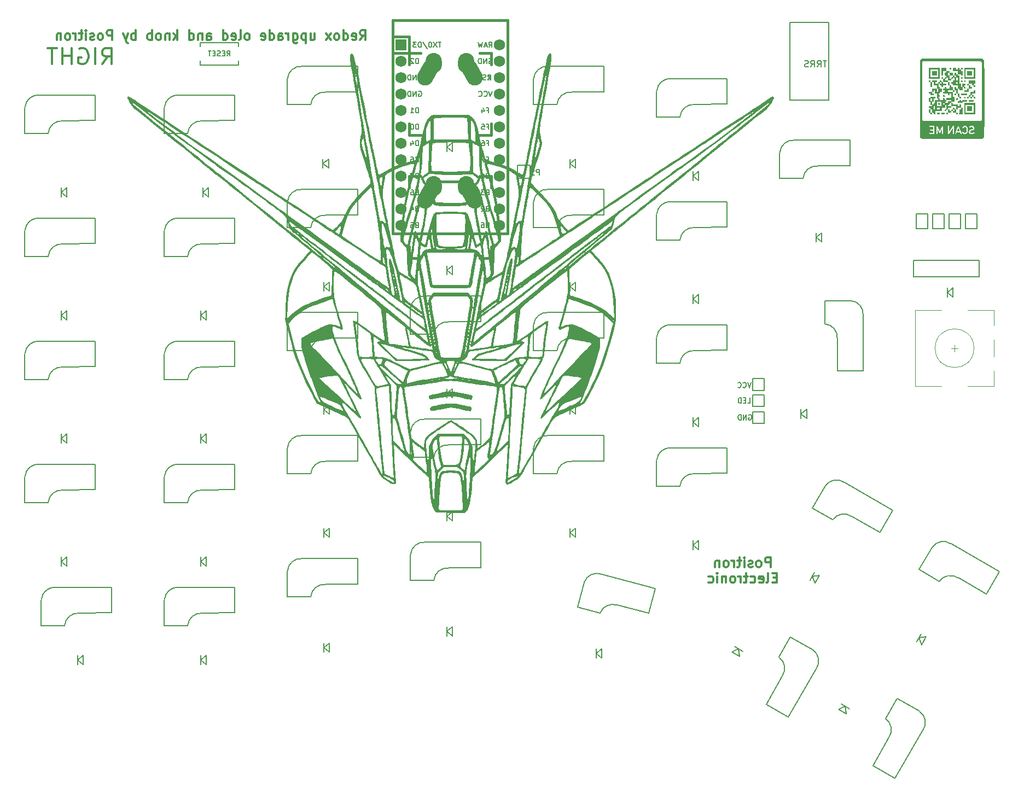
<source format=gbo>
G04 #@! TF.GenerationSoftware,KiCad,Pcbnew,(6.0.10)*
G04 #@! TF.CreationDate,2023-01-27T21:23:07+07:00*
G04 #@! TF.ProjectId,redox_rev1,7265646f-785f-4726-9576-312e6b696361,1.0*
G04 #@! TF.SameCoordinates,Original*
G04 #@! TF.FileFunction,Legend,Bot*
G04 #@! TF.FilePolarity,Positive*
%FSLAX46Y46*%
G04 Gerber Fmt 4.6, Leading zero omitted, Abs format (unit mm)*
G04 Created by KiCad (PCBNEW (6.0.10)) date 2023-01-27 21:23:07*
%MOMM*%
%LPD*%
G01*
G04 APERTURE LIST*
G04 Aperture macros list*
%AMHorizOval*
0 Thick line with rounded ends*
0 $1 width*
0 $2 $3 position (X,Y) of the first rounded end (center of the circle)*
0 $4 $5 position (X,Y) of the second rounded end (center of the circle)*
0 Add line between two ends*
20,1,$1,$2,$3,$4,$5,0*
0 Add two circle primitives to create the rounded ends*
1,1,$1,$2,$3*
1,1,$1,$4,$5*%
G04 Aperture macros list end*
%ADD10C,0.300000*%
%ADD11C,0.150000*%
%ADD12C,0.381000*%
%ADD13C,0.120000*%
%ADD14R,1.752600X1.752600*%
%ADD15C,1.752600*%
%ADD16HorizOval,2.500000X0.019724X0.289328X-0.019724X-0.289328X0*%
%ADD17HorizOval,2.500000X-0.405453X0.729954X0.405453X-0.729954X0*%
%ADD18HorizOval,2.500000X-0.019724X0.289328X0.019724X-0.289328X0*%
%ADD19HorizOval,2.500000X0.405453X0.729954X-0.405453X-0.729954X0*%
G04 APERTURE END LIST*
D10*
X200754714Y-132948071D02*
X200754714Y-131448071D01*
X200183285Y-131448071D01*
X200040428Y-131519500D01*
X199969000Y-131590928D01*
X199897571Y-131733785D01*
X199897571Y-131948071D01*
X199969000Y-132090928D01*
X200040428Y-132162357D01*
X200183285Y-132233785D01*
X200754714Y-132233785D01*
X199040428Y-132948071D02*
X199183285Y-132876642D01*
X199254714Y-132805214D01*
X199326142Y-132662357D01*
X199326142Y-132233785D01*
X199254714Y-132090928D01*
X199183285Y-132019500D01*
X199040428Y-131948071D01*
X198826142Y-131948071D01*
X198683285Y-132019500D01*
X198611857Y-132090928D01*
X198540428Y-132233785D01*
X198540428Y-132662357D01*
X198611857Y-132805214D01*
X198683285Y-132876642D01*
X198826142Y-132948071D01*
X199040428Y-132948071D01*
X197969000Y-132876642D02*
X197826142Y-132948071D01*
X197540428Y-132948071D01*
X197397571Y-132876642D01*
X197326142Y-132733785D01*
X197326142Y-132662357D01*
X197397571Y-132519500D01*
X197540428Y-132448071D01*
X197754714Y-132448071D01*
X197897571Y-132376642D01*
X197969000Y-132233785D01*
X197969000Y-132162357D01*
X197897571Y-132019500D01*
X197754714Y-131948071D01*
X197540428Y-131948071D01*
X197397571Y-132019500D01*
X196683285Y-132948071D02*
X196683285Y-131948071D01*
X196683285Y-131448071D02*
X196754714Y-131519500D01*
X196683285Y-131590928D01*
X196611857Y-131519500D01*
X196683285Y-131448071D01*
X196683285Y-131590928D01*
X196183285Y-131948071D02*
X195611857Y-131948071D01*
X195969000Y-131448071D02*
X195969000Y-132733785D01*
X195897571Y-132876642D01*
X195754714Y-132948071D01*
X195611857Y-132948071D01*
X195111857Y-132948071D02*
X195111857Y-131948071D01*
X195111857Y-132233785D02*
X195040428Y-132090928D01*
X194969000Y-132019500D01*
X194826142Y-131948071D01*
X194683285Y-131948071D01*
X193969000Y-132948071D02*
X194111857Y-132876642D01*
X194183285Y-132805214D01*
X194254714Y-132662357D01*
X194254714Y-132233785D01*
X194183285Y-132090928D01*
X194111857Y-132019500D01*
X193969000Y-131948071D01*
X193754714Y-131948071D01*
X193611857Y-132019500D01*
X193540428Y-132090928D01*
X193469000Y-132233785D01*
X193469000Y-132662357D01*
X193540428Y-132805214D01*
X193611857Y-132876642D01*
X193754714Y-132948071D01*
X193969000Y-132948071D01*
X192826142Y-131948071D02*
X192826142Y-132948071D01*
X192826142Y-132090928D02*
X192754714Y-132019500D01*
X192611857Y-131948071D01*
X192397571Y-131948071D01*
X192254714Y-132019500D01*
X192183285Y-132162357D01*
X192183285Y-132948071D01*
X201719000Y-134577357D02*
X201219000Y-134577357D01*
X201004714Y-135363071D02*
X201719000Y-135363071D01*
X201719000Y-133863071D01*
X201004714Y-133863071D01*
X200147571Y-135363071D02*
X200290428Y-135291642D01*
X200361857Y-135148785D01*
X200361857Y-133863071D01*
X199004714Y-135291642D02*
X199147571Y-135363071D01*
X199433285Y-135363071D01*
X199576142Y-135291642D01*
X199647571Y-135148785D01*
X199647571Y-134577357D01*
X199576142Y-134434500D01*
X199433285Y-134363071D01*
X199147571Y-134363071D01*
X199004714Y-134434500D01*
X198933285Y-134577357D01*
X198933285Y-134720214D01*
X199647571Y-134863071D01*
X197647571Y-135291642D02*
X197790428Y-135363071D01*
X198076142Y-135363071D01*
X198219000Y-135291642D01*
X198290428Y-135220214D01*
X198361857Y-135077357D01*
X198361857Y-134648785D01*
X198290428Y-134505928D01*
X198219000Y-134434500D01*
X198076142Y-134363071D01*
X197790428Y-134363071D01*
X197647571Y-134434500D01*
X197219000Y-134363071D02*
X196647571Y-134363071D01*
X197004714Y-133863071D02*
X197004714Y-135148785D01*
X196933285Y-135291642D01*
X196790428Y-135363071D01*
X196647571Y-135363071D01*
X196147571Y-135363071D02*
X196147571Y-134363071D01*
X196147571Y-134648785D02*
X196076142Y-134505928D01*
X196004714Y-134434500D01*
X195861857Y-134363071D01*
X195719000Y-134363071D01*
X195004714Y-135363071D02*
X195147571Y-135291642D01*
X195219000Y-135220214D01*
X195290428Y-135077357D01*
X195290428Y-134648785D01*
X195219000Y-134505928D01*
X195147571Y-134434500D01*
X195004714Y-134363071D01*
X194790428Y-134363071D01*
X194647571Y-134434500D01*
X194576142Y-134505928D01*
X194504714Y-134648785D01*
X194504714Y-135077357D01*
X194576142Y-135220214D01*
X194647571Y-135291642D01*
X194790428Y-135363071D01*
X195004714Y-135363071D01*
X193861857Y-134363071D02*
X193861857Y-135363071D01*
X193861857Y-134505928D02*
X193790428Y-134434500D01*
X193647571Y-134363071D01*
X193433285Y-134363071D01*
X193290428Y-134434500D01*
X193219000Y-134577357D01*
X193219000Y-135363071D01*
X192504714Y-135363071D02*
X192504714Y-134363071D01*
X192504714Y-133863071D02*
X192576142Y-133934500D01*
X192504714Y-134005928D01*
X192433285Y-133934500D01*
X192504714Y-133863071D01*
X192504714Y-134005928D01*
X191147571Y-135291642D02*
X191290428Y-135363071D01*
X191576142Y-135363071D01*
X191719000Y-135291642D01*
X191790428Y-135220214D01*
X191861857Y-135077357D01*
X191861857Y-134648785D01*
X191790428Y-134505928D01*
X191719000Y-134434500D01*
X191576142Y-134363071D01*
X191290428Y-134363071D01*
X191147571Y-134434500D01*
X137208714Y-51351571D02*
X137708714Y-50637285D01*
X138065857Y-51351571D02*
X138065857Y-49851571D01*
X137494428Y-49851571D01*
X137351571Y-49923000D01*
X137280142Y-49994428D01*
X137208714Y-50137285D01*
X137208714Y-50351571D01*
X137280142Y-50494428D01*
X137351571Y-50565857D01*
X137494428Y-50637285D01*
X138065857Y-50637285D01*
X135994428Y-51280142D02*
X136137285Y-51351571D01*
X136423000Y-51351571D01*
X136565857Y-51280142D01*
X136637285Y-51137285D01*
X136637285Y-50565857D01*
X136565857Y-50423000D01*
X136423000Y-50351571D01*
X136137285Y-50351571D01*
X135994428Y-50423000D01*
X135923000Y-50565857D01*
X135923000Y-50708714D01*
X136637285Y-50851571D01*
X134637285Y-51351571D02*
X134637285Y-49851571D01*
X134637285Y-51280142D02*
X134780142Y-51351571D01*
X135065857Y-51351571D01*
X135208714Y-51280142D01*
X135280142Y-51208714D01*
X135351571Y-51065857D01*
X135351571Y-50637285D01*
X135280142Y-50494428D01*
X135208714Y-50423000D01*
X135065857Y-50351571D01*
X134780142Y-50351571D01*
X134637285Y-50423000D01*
X133708714Y-51351571D02*
X133851571Y-51280142D01*
X133923000Y-51208714D01*
X133994428Y-51065857D01*
X133994428Y-50637285D01*
X133923000Y-50494428D01*
X133851571Y-50423000D01*
X133708714Y-50351571D01*
X133494428Y-50351571D01*
X133351571Y-50423000D01*
X133280142Y-50494428D01*
X133208714Y-50637285D01*
X133208714Y-51065857D01*
X133280142Y-51208714D01*
X133351571Y-51280142D01*
X133494428Y-51351571D01*
X133708714Y-51351571D01*
X132708714Y-51351571D02*
X131923000Y-50351571D01*
X132708714Y-50351571D02*
X131923000Y-51351571D01*
X129565857Y-50351571D02*
X129565857Y-51351571D01*
X130208714Y-50351571D02*
X130208714Y-51137285D01*
X130137285Y-51280142D01*
X129994428Y-51351571D01*
X129780142Y-51351571D01*
X129637285Y-51280142D01*
X129565857Y-51208714D01*
X128851571Y-50351571D02*
X128851571Y-51851571D01*
X128851571Y-50423000D02*
X128708714Y-50351571D01*
X128423000Y-50351571D01*
X128280142Y-50423000D01*
X128208714Y-50494428D01*
X128137285Y-50637285D01*
X128137285Y-51065857D01*
X128208714Y-51208714D01*
X128280142Y-51280142D01*
X128423000Y-51351571D01*
X128708714Y-51351571D01*
X128851571Y-51280142D01*
X126851571Y-50351571D02*
X126851571Y-51565857D01*
X126923000Y-51708714D01*
X126994428Y-51780142D01*
X127137285Y-51851571D01*
X127351571Y-51851571D01*
X127494428Y-51780142D01*
X126851571Y-51280142D02*
X126994428Y-51351571D01*
X127280142Y-51351571D01*
X127423000Y-51280142D01*
X127494428Y-51208714D01*
X127565857Y-51065857D01*
X127565857Y-50637285D01*
X127494428Y-50494428D01*
X127423000Y-50423000D01*
X127280142Y-50351571D01*
X126994428Y-50351571D01*
X126851571Y-50423000D01*
X126137285Y-51351571D02*
X126137285Y-50351571D01*
X126137285Y-50637285D02*
X126065857Y-50494428D01*
X125994428Y-50423000D01*
X125851571Y-50351571D01*
X125708714Y-50351571D01*
X124565857Y-51351571D02*
X124565857Y-50565857D01*
X124637285Y-50423000D01*
X124780142Y-50351571D01*
X125065857Y-50351571D01*
X125208714Y-50423000D01*
X124565857Y-51280142D02*
X124708714Y-51351571D01*
X125065857Y-51351571D01*
X125208714Y-51280142D01*
X125280142Y-51137285D01*
X125280142Y-50994428D01*
X125208714Y-50851571D01*
X125065857Y-50780142D01*
X124708714Y-50780142D01*
X124565857Y-50708714D01*
X123208714Y-51351571D02*
X123208714Y-49851571D01*
X123208714Y-51280142D02*
X123351571Y-51351571D01*
X123637285Y-51351571D01*
X123780142Y-51280142D01*
X123851571Y-51208714D01*
X123923000Y-51065857D01*
X123923000Y-50637285D01*
X123851571Y-50494428D01*
X123780142Y-50423000D01*
X123637285Y-50351571D01*
X123351571Y-50351571D01*
X123208714Y-50423000D01*
X121923000Y-51280142D02*
X122065857Y-51351571D01*
X122351571Y-51351571D01*
X122494428Y-51280142D01*
X122565857Y-51137285D01*
X122565857Y-50565857D01*
X122494428Y-50423000D01*
X122351571Y-50351571D01*
X122065857Y-50351571D01*
X121923000Y-50423000D01*
X121851571Y-50565857D01*
X121851571Y-50708714D01*
X122565857Y-50851571D01*
X119851571Y-51351571D02*
X119994428Y-51280142D01*
X120065857Y-51208714D01*
X120137285Y-51065857D01*
X120137285Y-50637285D01*
X120065857Y-50494428D01*
X119994428Y-50423000D01*
X119851571Y-50351571D01*
X119637285Y-50351571D01*
X119494428Y-50423000D01*
X119423000Y-50494428D01*
X119351571Y-50637285D01*
X119351571Y-51065857D01*
X119423000Y-51208714D01*
X119494428Y-51280142D01*
X119637285Y-51351571D01*
X119851571Y-51351571D01*
X118494428Y-51351571D02*
X118637285Y-51280142D01*
X118708714Y-51137285D01*
X118708714Y-49851571D01*
X117351571Y-51280142D02*
X117494428Y-51351571D01*
X117780142Y-51351571D01*
X117923000Y-51280142D01*
X117994428Y-51137285D01*
X117994428Y-50565857D01*
X117923000Y-50423000D01*
X117780142Y-50351571D01*
X117494428Y-50351571D01*
X117351571Y-50423000D01*
X117280142Y-50565857D01*
X117280142Y-50708714D01*
X117994428Y-50851571D01*
X115994428Y-51351571D02*
X115994428Y-49851571D01*
X115994428Y-51280142D02*
X116137285Y-51351571D01*
X116423000Y-51351571D01*
X116565857Y-51280142D01*
X116637285Y-51208714D01*
X116708714Y-51065857D01*
X116708714Y-50637285D01*
X116637285Y-50494428D01*
X116565857Y-50423000D01*
X116423000Y-50351571D01*
X116137285Y-50351571D01*
X115994428Y-50423000D01*
X113494428Y-51351571D02*
X113494428Y-50565857D01*
X113565857Y-50423000D01*
X113708714Y-50351571D01*
X113994428Y-50351571D01*
X114137285Y-50423000D01*
X113494428Y-51280142D02*
X113637285Y-51351571D01*
X113994428Y-51351571D01*
X114137285Y-51280142D01*
X114208714Y-51137285D01*
X114208714Y-50994428D01*
X114137285Y-50851571D01*
X113994428Y-50780142D01*
X113637285Y-50780142D01*
X113494428Y-50708714D01*
X112780142Y-50351571D02*
X112780142Y-51351571D01*
X112780142Y-50494428D02*
X112708714Y-50423000D01*
X112565857Y-50351571D01*
X112351571Y-50351571D01*
X112208714Y-50423000D01*
X112137285Y-50565857D01*
X112137285Y-51351571D01*
X110780142Y-51351571D02*
X110780142Y-49851571D01*
X110780142Y-51280142D02*
X110923000Y-51351571D01*
X111208714Y-51351571D01*
X111351571Y-51280142D01*
X111423000Y-51208714D01*
X111494428Y-51065857D01*
X111494428Y-50637285D01*
X111423000Y-50494428D01*
X111351571Y-50423000D01*
X111208714Y-50351571D01*
X110923000Y-50351571D01*
X110780142Y-50423000D01*
X108923000Y-51351571D02*
X108923000Y-49851571D01*
X108780142Y-50780142D02*
X108351571Y-51351571D01*
X108351571Y-50351571D02*
X108923000Y-50923000D01*
X107708714Y-50351571D02*
X107708714Y-51351571D01*
X107708714Y-50494428D02*
X107637285Y-50423000D01*
X107494428Y-50351571D01*
X107280142Y-50351571D01*
X107137285Y-50423000D01*
X107065857Y-50565857D01*
X107065857Y-51351571D01*
X106137285Y-51351571D02*
X106280142Y-51280142D01*
X106351571Y-51208714D01*
X106423000Y-51065857D01*
X106423000Y-50637285D01*
X106351571Y-50494428D01*
X106280142Y-50423000D01*
X106137285Y-50351571D01*
X105923000Y-50351571D01*
X105780142Y-50423000D01*
X105708714Y-50494428D01*
X105637285Y-50637285D01*
X105637285Y-51065857D01*
X105708714Y-51208714D01*
X105780142Y-51280142D01*
X105923000Y-51351571D01*
X106137285Y-51351571D01*
X104994428Y-51351571D02*
X104994428Y-49851571D01*
X104994428Y-50423000D02*
X104851571Y-50351571D01*
X104565857Y-50351571D01*
X104423000Y-50423000D01*
X104351571Y-50494428D01*
X104280142Y-50637285D01*
X104280142Y-51065857D01*
X104351571Y-51208714D01*
X104423000Y-51280142D01*
X104565857Y-51351571D01*
X104851571Y-51351571D01*
X104994428Y-51280142D01*
X102494428Y-51351571D02*
X102494428Y-49851571D01*
X102494428Y-50423000D02*
X102351571Y-50351571D01*
X102065857Y-50351571D01*
X101923000Y-50423000D01*
X101851571Y-50494428D01*
X101780142Y-50637285D01*
X101780142Y-51065857D01*
X101851571Y-51208714D01*
X101923000Y-51280142D01*
X102065857Y-51351571D01*
X102351571Y-51351571D01*
X102494428Y-51280142D01*
X101280142Y-50351571D02*
X100923000Y-51351571D01*
X100565857Y-50351571D02*
X100923000Y-51351571D01*
X101065857Y-51708714D01*
X101137285Y-51780142D01*
X101280142Y-51851571D01*
X98851571Y-51351571D02*
X98851571Y-49851571D01*
X98280142Y-49851571D01*
X98137285Y-49923000D01*
X98065857Y-49994428D01*
X97994428Y-50137285D01*
X97994428Y-50351571D01*
X98065857Y-50494428D01*
X98137285Y-50565857D01*
X98280142Y-50637285D01*
X98851571Y-50637285D01*
X97137285Y-51351571D02*
X97280142Y-51280142D01*
X97351571Y-51208714D01*
X97423000Y-51065857D01*
X97423000Y-50637285D01*
X97351571Y-50494428D01*
X97280142Y-50423000D01*
X97137285Y-50351571D01*
X96923000Y-50351571D01*
X96780142Y-50423000D01*
X96708714Y-50494428D01*
X96637285Y-50637285D01*
X96637285Y-51065857D01*
X96708714Y-51208714D01*
X96780142Y-51280142D01*
X96923000Y-51351571D01*
X97137285Y-51351571D01*
X96065857Y-51280142D02*
X95923000Y-51351571D01*
X95637285Y-51351571D01*
X95494428Y-51280142D01*
X95423000Y-51137285D01*
X95423000Y-51065857D01*
X95494428Y-50923000D01*
X95637285Y-50851571D01*
X95851571Y-50851571D01*
X95994428Y-50780142D01*
X96065857Y-50637285D01*
X96065857Y-50565857D01*
X95994428Y-50423000D01*
X95851571Y-50351571D01*
X95637285Y-50351571D01*
X95494428Y-50423000D01*
X94780142Y-51351571D02*
X94780142Y-50351571D01*
X94780142Y-49851571D02*
X94851571Y-49923000D01*
X94780142Y-49994428D01*
X94708714Y-49923000D01*
X94780142Y-49851571D01*
X94780142Y-49994428D01*
X94280142Y-50351571D02*
X93708714Y-50351571D01*
X94065857Y-49851571D02*
X94065857Y-51137285D01*
X93994428Y-51280142D01*
X93851571Y-51351571D01*
X93708714Y-51351571D01*
X93208714Y-51351571D02*
X93208714Y-50351571D01*
X93208714Y-50637285D02*
X93137285Y-50494428D01*
X93065857Y-50423000D01*
X92923000Y-50351571D01*
X92780142Y-50351571D01*
X92065857Y-51351571D02*
X92208714Y-51280142D01*
X92280142Y-51208714D01*
X92351571Y-51065857D01*
X92351571Y-50637285D01*
X92280142Y-50494428D01*
X92208714Y-50423000D01*
X92065857Y-50351571D01*
X91851571Y-50351571D01*
X91708714Y-50423000D01*
X91637285Y-50494428D01*
X91565857Y-50637285D01*
X91565857Y-51065857D01*
X91637285Y-51208714D01*
X91708714Y-51280142D01*
X91851571Y-51351571D01*
X92065857Y-51351571D01*
X90923000Y-50351571D02*
X90923000Y-51351571D01*
X90923000Y-50494428D02*
X90851571Y-50423000D01*
X90708714Y-50351571D01*
X90494428Y-50351571D01*
X90351571Y-50423000D01*
X90280142Y-50565857D01*
X90280142Y-51351571D01*
X97313333Y-55105952D02*
X98146666Y-53915476D01*
X98741904Y-55105952D02*
X98741904Y-52605952D01*
X97789523Y-52605952D01*
X97551428Y-52725000D01*
X97432380Y-52844047D01*
X97313333Y-53082142D01*
X97313333Y-53439285D01*
X97432380Y-53677380D01*
X97551428Y-53796428D01*
X97789523Y-53915476D01*
X98741904Y-53915476D01*
X96241904Y-55105952D02*
X96241904Y-52605952D01*
X93741904Y-52725000D02*
X93980000Y-52605952D01*
X94337142Y-52605952D01*
X94694285Y-52725000D01*
X94932380Y-52963095D01*
X95051428Y-53201190D01*
X95170476Y-53677380D01*
X95170476Y-54034523D01*
X95051428Y-54510714D01*
X94932380Y-54748809D01*
X94694285Y-54986904D01*
X94337142Y-55105952D01*
X94099047Y-55105952D01*
X93741904Y-54986904D01*
X93622857Y-54867857D01*
X93622857Y-54034523D01*
X94099047Y-54034523D01*
X92551428Y-55105952D02*
X92551428Y-52605952D01*
X92551428Y-53796428D02*
X91122857Y-53796428D01*
X91122857Y-55105952D02*
X91122857Y-52605952D01*
X90289523Y-52605952D02*
X88860952Y-52605952D01*
X89575238Y-55105952D02*
X89575238Y-52605952D01*
D11*
X209456404Y-54530880D02*
X208884976Y-54530880D01*
X209170690Y-55530880D02*
X209170690Y-54530880D01*
X207980214Y-55530880D02*
X208313547Y-55054690D01*
X208551642Y-55530880D02*
X208551642Y-54530880D01*
X208170690Y-54530880D01*
X208075452Y-54578500D01*
X208027833Y-54626119D01*
X207980214Y-54721357D01*
X207980214Y-54864214D01*
X208027833Y-54959452D01*
X208075452Y-55007071D01*
X208170690Y-55054690D01*
X208551642Y-55054690D01*
X206980214Y-55530880D02*
X207313547Y-55054690D01*
X207551642Y-55530880D02*
X207551642Y-54530880D01*
X207170690Y-54530880D01*
X207075452Y-54578500D01*
X207027833Y-54626119D01*
X206980214Y-54721357D01*
X206980214Y-54864214D01*
X207027833Y-54959452D01*
X207075452Y-55007071D01*
X207170690Y-55054690D01*
X207551642Y-55054690D01*
X206599261Y-55483261D02*
X206456404Y-55530880D01*
X206218309Y-55530880D01*
X206123071Y-55483261D01*
X206075452Y-55435642D01*
X206027833Y-55340404D01*
X206027833Y-55245166D01*
X206075452Y-55149928D01*
X206123071Y-55102309D01*
X206218309Y-55054690D01*
X206408785Y-55007071D01*
X206504023Y-54959452D01*
X206551642Y-54911833D01*
X206599261Y-54816595D01*
X206599261Y-54721357D01*
X206551642Y-54626119D01*
X206504023Y-54578500D01*
X206408785Y-54530880D01*
X206170690Y-54530880D01*
X206027833Y-54578500D01*
X156857666Y-62222857D02*
X157124333Y-62222857D01*
X157124333Y-62641904D02*
X157124333Y-61841904D01*
X156743380Y-61841904D01*
X156095761Y-62108571D02*
X156095761Y-62641904D01*
X156286238Y-61803809D02*
X156476714Y-62375238D01*
X155981476Y-62375238D01*
X157200523Y-54260000D02*
X157276714Y-54221904D01*
X157391000Y-54221904D01*
X157505285Y-54260000D01*
X157581476Y-54336190D01*
X157619571Y-54412380D01*
X157657666Y-54564761D01*
X157657666Y-54679047D01*
X157619571Y-54831428D01*
X157581476Y-54907619D01*
X157505285Y-54983809D01*
X157391000Y-55021904D01*
X157314809Y-55021904D01*
X157200523Y-54983809D01*
X157162428Y-54945714D01*
X157162428Y-54679047D01*
X157314809Y-54679047D01*
X156819571Y-55021904D02*
X156819571Y-54221904D01*
X156362428Y-55021904D01*
X156362428Y-54221904D01*
X155981476Y-55021904D02*
X155981476Y-54221904D01*
X155791000Y-54221904D01*
X155676714Y-54260000D01*
X155600523Y-54336190D01*
X155562428Y-54412380D01*
X155524333Y-54564761D01*
X155524333Y-54679047D01*
X155562428Y-54831428D01*
X155600523Y-54907619D01*
X155676714Y-54983809D01*
X155791000Y-55021904D01*
X155981476Y-55021904D01*
X146278523Y-56800000D02*
X146354714Y-56761904D01*
X146469000Y-56761904D01*
X146583285Y-56800000D01*
X146659476Y-56876190D01*
X146697571Y-56952380D01*
X146735666Y-57104761D01*
X146735666Y-57219047D01*
X146697571Y-57371428D01*
X146659476Y-57447619D01*
X146583285Y-57523809D01*
X146469000Y-57561904D01*
X146392809Y-57561904D01*
X146278523Y-57523809D01*
X146240428Y-57485714D01*
X146240428Y-57219047D01*
X146392809Y-57219047D01*
X145897571Y-57561904D02*
X145897571Y-56761904D01*
X145440428Y-57561904D01*
X145440428Y-56761904D01*
X145059476Y-57561904D02*
X145059476Y-56761904D01*
X144869000Y-56761904D01*
X144754714Y-56800000D01*
X144678523Y-56876190D01*
X144640428Y-56952380D01*
X144602333Y-57104761D01*
X144602333Y-57219047D01*
X144640428Y-57371428D01*
X144678523Y-57447619D01*
X144754714Y-57523809D01*
X144869000Y-57561904D01*
X145059476Y-57561904D01*
X156703333Y-57503809D02*
X156589047Y-57541904D01*
X156398571Y-57541904D01*
X156322380Y-57503809D01*
X156284285Y-57465714D01*
X156246190Y-57389523D01*
X156246190Y-57313333D01*
X156284285Y-57237142D01*
X156322380Y-57199047D01*
X156398571Y-57160952D01*
X156550952Y-57122857D01*
X156627142Y-57084761D01*
X156665238Y-57046666D01*
X156703333Y-56970476D01*
X156703333Y-56894285D01*
X156665238Y-56818095D01*
X156627142Y-56780000D01*
X156550952Y-56741904D01*
X156360476Y-56741904D01*
X156246190Y-56780000D01*
X156017619Y-56741904D02*
X155560476Y-56741904D01*
X155789047Y-57541904D02*
X155789047Y-56741904D01*
X156857666Y-64762857D02*
X157124333Y-64762857D01*
X157124333Y-65181904D02*
X157124333Y-64381904D01*
X156743380Y-64381904D01*
X156057666Y-64381904D02*
X156438619Y-64381904D01*
X156476714Y-64762857D01*
X156438619Y-64724761D01*
X156362428Y-64686666D01*
X156171952Y-64686666D01*
X156095761Y-64724761D01*
X156057666Y-64762857D01*
X156019571Y-64839047D01*
X156019571Y-65029523D01*
X156057666Y-65105714D01*
X156095761Y-65143809D01*
X156171952Y-65181904D01*
X156362428Y-65181904D01*
X156438619Y-65143809D01*
X156476714Y-65105714D01*
X156914809Y-77462857D02*
X156800523Y-77500952D01*
X156762428Y-77539047D01*
X156724333Y-77615238D01*
X156724333Y-77729523D01*
X156762428Y-77805714D01*
X156800523Y-77843809D01*
X156876714Y-77881904D01*
X157181476Y-77881904D01*
X157181476Y-77081904D01*
X156914809Y-77081904D01*
X156838619Y-77120000D01*
X156800523Y-77158095D01*
X156762428Y-77234285D01*
X156762428Y-77310476D01*
X156800523Y-77386666D01*
X156838619Y-77424761D01*
X156914809Y-77462857D01*
X157181476Y-77462857D01*
X156419571Y-77158095D02*
X156381476Y-77120000D01*
X156305285Y-77081904D01*
X156114809Y-77081904D01*
X156038619Y-77120000D01*
X156000523Y-77158095D01*
X155962428Y-77234285D01*
X155962428Y-77310476D01*
X156000523Y-77424761D01*
X156457666Y-77881904D01*
X155962428Y-77881904D01*
X146221380Y-74922857D02*
X145954714Y-74922857D01*
X145840428Y-75341904D02*
X146221380Y-75341904D01*
X146221380Y-74541904D01*
X145840428Y-74541904D01*
X145154714Y-74541904D02*
X145307095Y-74541904D01*
X145383285Y-74580000D01*
X145421380Y-74618095D01*
X145497571Y-74732380D01*
X145535666Y-74884761D01*
X145535666Y-75189523D01*
X145497571Y-75265714D01*
X145459476Y-75303809D01*
X145383285Y-75341904D01*
X145230904Y-75341904D01*
X145154714Y-75303809D01*
X145116619Y-75265714D01*
X145078523Y-75189523D01*
X145078523Y-74999047D01*
X145116619Y-74922857D01*
X145154714Y-74884761D01*
X145230904Y-74846666D01*
X145383285Y-74846666D01*
X145459476Y-74884761D01*
X145497571Y-74922857D01*
X145535666Y-74999047D01*
X146259476Y-67721904D02*
X146259476Y-66921904D01*
X146069000Y-66921904D01*
X145954714Y-66960000D01*
X145878523Y-67036190D01*
X145840428Y-67112380D01*
X145802333Y-67264761D01*
X145802333Y-67379047D01*
X145840428Y-67531428D01*
X145878523Y-67607619D01*
X145954714Y-67683809D01*
X146069000Y-67721904D01*
X146259476Y-67721904D01*
X145116619Y-67188571D02*
X145116619Y-67721904D01*
X145307095Y-66883809D02*
X145497571Y-67455238D01*
X145002333Y-67455238D01*
X156914809Y-74922857D02*
X156800523Y-74960952D01*
X156762428Y-74999047D01*
X156724333Y-75075238D01*
X156724333Y-75189523D01*
X156762428Y-75265714D01*
X156800523Y-75303809D01*
X156876714Y-75341904D01*
X157181476Y-75341904D01*
X157181476Y-74541904D01*
X156914809Y-74541904D01*
X156838619Y-74580000D01*
X156800523Y-74618095D01*
X156762428Y-74694285D01*
X156762428Y-74770476D01*
X156800523Y-74846666D01*
X156838619Y-74884761D01*
X156914809Y-74922857D01*
X157181476Y-74922857D01*
X156457666Y-74541904D02*
X155962428Y-74541904D01*
X156229095Y-74846666D01*
X156114809Y-74846666D01*
X156038619Y-74884761D01*
X156000523Y-74922857D01*
X155962428Y-74999047D01*
X155962428Y-75189523D01*
X156000523Y-75265714D01*
X156038619Y-75303809D01*
X156114809Y-75341904D01*
X156343380Y-75341904D01*
X156419571Y-75303809D01*
X156457666Y-75265714D01*
X156914809Y-72382857D02*
X156800523Y-72420952D01*
X156762428Y-72459047D01*
X156724333Y-72535238D01*
X156724333Y-72649523D01*
X156762428Y-72725714D01*
X156800523Y-72763809D01*
X156876714Y-72801904D01*
X157181476Y-72801904D01*
X157181476Y-72001904D01*
X156914809Y-72001904D01*
X156838619Y-72040000D01*
X156800523Y-72078095D01*
X156762428Y-72154285D01*
X156762428Y-72230476D01*
X156800523Y-72306666D01*
X156838619Y-72344761D01*
X156914809Y-72382857D01*
X157181476Y-72382857D01*
X155962428Y-72801904D02*
X156419571Y-72801904D01*
X156191000Y-72801904D02*
X156191000Y-72001904D01*
X156267190Y-72116190D01*
X156343380Y-72192380D01*
X156419571Y-72230476D01*
X146278523Y-59340000D02*
X146354714Y-59301904D01*
X146469000Y-59301904D01*
X146583285Y-59340000D01*
X146659476Y-59416190D01*
X146697571Y-59492380D01*
X146735666Y-59644761D01*
X146735666Y-59759047D01*
X146697571Y-59911428D01*
X146659476Y-59987619D01*
X146583285Y-60063809D01*
X146469000Y-60101904D01*
X146392809Y-60101904D01*
X146278523Y-60063809D01*
X146240428Y-60025714D01*
X146240428Y-59759047D01*
X146392809Y-59759047D01*
X145897571Y-60101904D02*
X145897571Y-59301904D01*
X145440428Y-60101904D01*
X145440428Y-59301904D01*
X145059476Y-60101904D02*
X145059476Y-59301904D01*
X144869000Y-59301904D01*
X144754714Y-59340000D01*
X144678523Y-59416190D01*
X144640428Y-59492380D01*
X144602333Y-59644761D01*
X144602333Y-59759047D01*
X144640428Y-59911428D01*
X144678523Y-59987619D01*
X144754714Y-60063809D01*
X144869000Y-60101904D01*
X145059476Y-60101904D01*
X145992809Y-80002857D02*
X145878523Y-80040952D01*
X145840428Y-80079047D01*
X145802333Y-80155238D01*
X145802333Y-80269523D01*
X145840428Y-80345714D01*
X145878523Y-80383809D01*
X145954714Y-80421904D01*
X146259476Y-80421904D01*
X146259476Y-79621904D01*
X145992809Y-79621904D01*
X145916619Y-79660000D01*
X145878523Y-79698095D01*
X145840428Y-79774285D01*
X145840428Y-79850476D01*
X145878523Y-79926666D01*
X145916619Y-79964761D01*
X145992809Y-80002857D01*
X146259476Y-80002857D01*
X145078523Y-79621904D02*
X145459476Y-79621904D01*
X145497571Y-80002857D01*
X145459476Y-79964761D01*
X145383285Y-79926666D01*
X145192809Y-79926666D01*
X145116619Y-79964761D01*
X145078523Y-80002857D01*
X145040428Y-80079047D01*
X145040428Y-80269523D01*
X145078523Y-80345714D01*
X145116619Y-80383809D01*
X145192809Y-80421904D01*
X145383285Y-80421904D01*
X145459476Y-80383809D01*
X145497571Y-80345714D01*
X146259476Y-65181904D02*
X146259476Y-64381904D01*
X146069000Y-64381904D01*
X145954714Y-64420000D01*
X145878523Y-64496190D01*
X145840428Y-64572380D01*
X145802333Y-64724761D01*
X145802333Y-64839047D01*
X145840428Y-64991428D01*
X145878523Y-65067619D01*
X145954714Y-65143809D01*
X146069000Y-65181904D01*
X146259476Y-65181904D01*
X145307095Y-64381904D02*
X145230904Y-64381904D01*
X145154714Y-64420000D01*
X145116619Y-64458095D01*
X145078523Y-64534285D01*
X145040428Y-64686666D01*
X145040428Y-64877142D01*
X145078523Y-65029523D01*
X145116619Y-65105714D01*
X145154714Y-65143809D01*
X145230904Y-65181904D01*
X145307095Y-65181904D01*
X145383285Y-65143809D01*
X145421380Y-65105714D01*
X145459476Y-65029523D01*
X145497571Y-64877142D01*
X145497571Y-64686666D01*
X145459476Y-64534285D01*
X145421380Y-64458095D01*
X145383285Y-64420000D01*
X145307095Y-64381904D01*
X145992809Y-77462857D02*
X145878523Y-77500952D01*
X145840428Y-77539047D01*
X145802333Y-77615238D01*
X145802333Y-77729523D01*
X145840428Y-77805714D01*
X145878523Y-77843809D01*
X145954714Y-77881904D01*
X146259476Y-77881904D01*
X146259476Y-77081904D01*
X145992809Y-77081904D01*
X145916619Y-77120000D01*
X145878523Y-77158095D01*
X145840428Y-77234285D01*
X145840428Y-77310476D01*
X145878523Y-77386666D01*
X145916619Y-77424761D01*
X145992809Y-77462857D01*
X146259476Y-77462857D01*
X145116619Y-77348571D02*
X145116619Y-77881904D01*
X145307095Y-77043809D02*
X145497571Y-77615238D01*
X145002333Y-77615238D01*
X156857666Y-69842857D02*
X157124333Y-69842857D01*
X157124333Y-70261904D02*
X157124333Y-69461904D01*
X156743380Y-69461904D01*
X156514809Y-69461904D02*
X155981476Y-69461904D01*
X156324333Y-70261904D01*
X156914809Y-80002857D02*
X156800523Y-80040952D01*
X156762428Y-80079047D01*
X156724333Y-80155238D01*
X156724333Y-80269523D01*
X156762428Y-80345714D01*
X156800523Y-80383809D01*
X156876714Y-80421904D01*
X157181476Y-80421904D01*
X157181476Y-79621904D01*
X156914809Y-79621904D01*
X156838619Y-79660000D01*
X156800523Y-79698095D01*
X156762428Y-79774285D01*
X156762428Y-79850476D01*
X156800523Y-79926666D01*
X156838619Y-79964761D01*
X156914809Y-80002857D01*
X157181476Y-80002857D01*
X156038619Y-79621904D02*
X156191000Y-79621904D01*
X156267190Y-79660000D01*
X156305285Y-79698095D01*
X156381476Y-79812380D01*
X156419571Y-79964761D01*
X156419571Y-80269523D01*
X156381476Y-80345714D01*
X156343380Y-80383809D01*
X156267190Y-80421904D01*
X156114809Y-80421904D01*
X156038619Y-80383809D01*
X156000523Y-80345714D01*
X155962428Y-80269523D01*
X155962428Y-80079047D01*
X156000523Y-80002857D01*
X156038619Y-79964761D01*
X156114809Y-79926666D01*
X156267190Y-79926666D01*
X156343380Y-79964761D01*
X156381476Y-80002857D01*
X156419571Y-80079047D01*
X145802333Y-70185714D02*
X145840428Y-70223809D01*
X145954714Y-70261904D01*
X146030904Y-70261904D01*
X146145190Y-70223809D01*
X146221380Y-70147619D01*
X146259476Y-70071428D01*
X146297571Y-69919047D01*
X146297571Y-69804761D01*
X146259476Y-69652380D01*
X146221380Y-69576190D01*
X146145190Y-69500000D01*
X146030904Y-69461904D01*
X145954714Y-69461904D01*
X145840428Y-69500000D01*
X145802333Y-69538095D01*
X145116619Y-69461904D02*
X145269000Y-69461904D01*
X145345190Y-69500000D01*
X145383285Y-69538095D01*
X145459476Y-69652380D01*
X145497571Y-69804761D01*
X145497571Y-70109523D01*
X145459476Y-70185714D01*
X145421380Y-70223809D01*
X145345190Y-70261904D01*
X145192809Y-70261904D01*
X145116619Y-70223809D01*
X145078523Y-70185714D01*
X145040428Y-70109523D01*
X145040428Y-69919047D01*
X145078523Y-69842857D01*
X145116619Y-69804761D01*
X145192809Y-69766666D01*
X145345190Y-69766666D01*
X145421380Y-69804761D01*
X145459476Y-69842857D01*
X145497571Y-69919047D01*
X146259476Y-62641904D02*
X146259476Y-61841904D01*
X146069000Y-61841904D01*
X145954714Y-61880000D01*
X145878523Y-61956190D01*
X145840428Y-62032380D01*
X145802333Y-62184761D01*
X145802333Y-62299047D01*
X145840428Y-62451428D01*
X145878523Y-62527619D01*
X145954714Y-62603809D01*
X146069000Y-62641904D01*
X146259476Y-62641904D01*
X145040428Y-62641904D02*
X145497571Y-62641904D01*
X145269000Y-62641904D02*
X145269000Y-61841904D01*
X145345190Y-61956190D01*
X145421380Y-62032380D01*
X145497571Y-62070476D01*
X157143380Y-52481904D02*
X157410047Y-52100952D01*
X157600523Y-52481904D02*
X157600523Y-51681904D01*
X157295761Y-51681904D01*
X157219571Y-51720000D01*
X157181476Y-51758095D01*
X157143380Y-51834285D01*
X157143380Y-51948571D01*
X157181476Y-52024761D01*
X157219571Y-52062857D01*
X157295761Y-52100952D01*
X157600523Y-52100952D01*
X156838619Y-52253333D02*
X156457666Y-52253333D01*
X156914809Y-52481904D02*
X156648142Y-51681904D01*
X156381476Y-52481904D01*
X156191000Y-51681904D02*
X156000523Y-52481904D01*
X155848142Y-51910476D01*
X155695761Y-52481904D01*
X155505285Y-51681904D01*
X146259476Y-72801904D02*
X146259476Y-72001904D01*
X146069000Y-72001904D01*
X145954714Y-72040000D01*
X145878523Y-72116190D01*
X145840428Y-72192380D01*
X145802333Y-72344761D01*
X145802333Y-72459047D01*
X145840428Y-72611428D01*
X145878523Y-72687619D01*
X145954714Y-72763809D01*
X146069000Y-72801904D01*
X146259476Y-72801904D01*
X145535666Y-72001904D02*
X145002333Y-72001904D01*
X145345190Y-72801904D01*
X149748604Y-51681904D02*
X149291461Y-51681904D01*
X149520032Y-52481904D02*
X149520032Y-51681904D01*
X149100985Y-51681904D02*
X148567651Y-52481904D01*
X148567651Y-51681904D02*
X149100985Y-52481904D01*
X148110508Y-51681904D02*
X148034318Y-51681904D01*
X147958128Y-51720000D01*
X147920032Y-51758095D01*
X147881937Y-51834285D01*
X147843842Y-51986666D01*
X147843842Y-52177142D01*
X147881937Y-52329523D01*
X147920032Y-52405714D01*
X147958128Y-52443809D01*
X148034318Y-52481904D01*
X148110508Y-52481904D01*
X148186699Y-52443809D01*
X148224794Y-52405714D01*
X148262889Y-52329523D01*
X148300985Y-52177142D01*
X148300985Y-51986666D01*
X148262889Y-51834285D01*
X148224794Y-51758095D01*
X148186699Y-51720000D01*
X148110508Y-51681904D01*
X146929556Y-51643809D02*
X147615270Y-52672380D01*
X146662889Y-52481904D02*
X146662889Y-51681904D01*
X146472413Y-51681904D01*
X146358128Y-51720000D01*
X146281937Y-51796190D01*
X146243842Y-51872380D01*
X146205747Y-52024761D01*
X146205747Y-52139047D01*
X146243842Y-52291428D01*
X146281937Y-52367619D01*
X146358128Y-52443809D01*
X146472413Y-52481904D01*
X146662889Y-52481904D01*
X145939080Y-51681904D02*
X145443842Y-51681904D01*
X145710508Y-51986666D01*
X145596223Y-51986666D01*
X145520032Y-52024761D01*
X145481937Y-52062857D01*
X145443842Y-52139047D01*
X145443842Y-52329523D01*
X145481937Y-52405714D01*
X145520032Y-52443809D01*
X145596223Y-52481904D01*
X145824794Y-52481904D01*
X145900985Y-52443809D01*
X145939080Y-52405714D01*
X146259476Y-55021904D02*
X146259476Y-54221904D01*
X146069000Y-54221904D01*
X145954714Y-54260000D01*
X145878523Y-54336190D01*
X145840428Y-54412380D01*
X145802333Y-54564761D01*
X145802333Y-54679047D01*
X145840428Y-54831428D01*
X145878523Y-54907619D01*
X145954714Y-54983809D01*
X146069000Y-55021904D01*
X146259476Y-55021904D01*
X145497571Y-54298095D02*
X145459476Y-54260000D01*
X145383285Y-54221904D01*
X145192809Y-54221904D01*
X145116619Y-54260000D01*
X145078523Y-54298095D01*
X145040428Y-54374285D01*
X145040428Y-54450476D01*
X145078523Y-54564761D01*
X145535666Y-55021904D01*
X145040428Y-55021904D01*
X156857666Y-67302857D02*
X157124333Y-67302857D01*
X157124333Y-67721904D02*
X157124333Y-66921904D01*
X156743380Y-66921904D01*
X156095761Y-66921904D02*
X156248142Y-66921904D01*
X156324333Y-66960000D01*
X156362428Y-66998095D01*
X156438619Y-67112380D01*
X156476714Y-67264761D01*
X156476714Y-67569523D01*
X156438619Y-67645714D01*
X156400523Y-67683809D01*
X156324333Y-67721904D01*
X156171952Y-67721904D01*
X156095761Y-67683809D01*
X156057666Y-67645714D01*
X156019571Y-67569523D01*
X156019571Y-67379047D01*
X156057666Y-67302857D01*
X156095761Y-67264761D01*
X156171952Y-67226666D01*
X156324333Y-67226666D01*
X156400523Y-67264761D01*
X156438619Y-67302857D01*
X156476714Y-67379047D01*
X157657666Y-59301904D02*
X157391000Y-60101904D01*
X157124333Y-59301904D01*
X156400523Y-60025714D02*
X156438619Y-60063809D01*
X156552904Y-60101904D01*
X156629095Y-60101904D01*
X156743380Y-60063809D01*
X156819571Y-59987619D01*
X156857666Y-59911428D01*
X156895761Y-59759047D01*
X156895761Y-59644761D01*
X156857666Y-59492380D01*
X156819571Y-59416190D01*
X156743380Y-59340000D01*
X156629095Y-59301904D01*
X156552904Y-59301904D01*
X156438619Y-59340000D01*
X156400523Y-59378095D01*
X155600523Y-60025714D02*
X155638619Y-60063809D01*
X155752904Y-60101904D01*
X155829095Y-60101904D01*
X155943380Y-60063809D01*
X156019571Y-59987619D01*
X156057666Y-59911428D01*
X156095761Y-59759047D01*
X156095761Y-59644761D01*
X156057666Y-59492380D01*
X156019571Y-59416190D01*
X155943380Y-59340000D01*
X155829095Y-59301904D01*
X155752904Y-59301904D01*
X155638619Y-59340000D01*
X155600523Y-59378095D01*
X116604904Y-53828904D02*
X116871571Y-53447952D01*
X117062047Y-53828904D02*
X117062047Y-53028904D01*
X116757285Y-53028904D01*
X116681095Y-53067000D01*
X116643000Y-53105095D01*
X116604904Y-53181285D01*
X116604904Y-53295571D01*
X116643000Y-53371761D01*
X116681095Y-53409857D01*
X116757285Y-53447952D01*
X117062047Y-53447952D01*
X116262047Y-53409857D02*
X115995380Y-53409857D01*
X115881095Y-53828904D02*
X116262047Y-53828904D01*
X116262047Y-53028904D01*
X115881095Y-53028904D01*
X115576333Y-53790809D02*
X115462047Y-53828904D01*
X115271571Y-53828904D01*
X115195380Y-53790809D01*
X115157285Y-53752714D01*
X115119190Y-53676523D01*
X115119190Y-53600333D01*
X115157285Y-53524142D01*
X115195380Y-53486047D01*
X115271571Y-53447952D01*
X115423952Y-53409857D01*
X115500142Y-53371761D01*
X115538238Y-53333666D01*
X115576333Y-53257476D01*
X115576333Y-53181285D01*
X115538238Y-53105095D01*
X115500142Y-53067000D01*
X115423952Y-53028904D01*
X115233476Y-53028904D01*
X115119190Y-53067000D01*
X114776333Y-53409857D02*
X114509666Y-53409857D01*
X114395380Y-53828904D02*
X114776333Y-53828904D01*
X114776333Y-53028904D01*
X114395380Y-53028904D01*
X114166809Y-53028904D02*
X113709666Y-53028904D01*
X113938238Y-53828904D02*
X113938238Y-53028904D01*
X197196285Y-107549904D02*
X197577238Y-107549904D01*
X197577238Y-106749904D01*
X196929619Y-107130857D02*
X196662952Y-107130857D01*
X196548666Y-107549904D02*
X196929619Y-107549904D01*
X196929619Y-106749904D01*
X196548666Y-106749904D01*
X196205809Y-107549904D02*
X196205809Y-106749904D01*
X196015333Y-106749904D01*
X195901047Y-106788000D01*
X195824857Y-106864190D01*
X195786761Y-106940380D01*
X195748666Y-107092761D01*
X195748666Y-107207047D01*
X195786761Y-107359428D01*
X195824857Y-107435619D01*
X195901047Y-107511809D01*
X196015333Y-107549904D01*
X196205809Y-107549904D01*
X197391523Y-109388000D02*
X197467714Y-109349904D01*
X197582000Y-109349904D01*
X197696285Y-109388000D01*
X197772476Y-109464190D01*
X197810571Y-109540380D01*
X197848666Y-109692761D01*
X197848666Y-109807047D01*
X197810571Y-109959428D01*
X197772476Y-110035619D01*
X197696285Y-110111809D01*
X197582000Y-110149904D01*
X197505809Y-110149904D01*
X197391523Y-110111809D01*
X197353428Y-110073714D01*
X197353428Y-109807047D01*
X197505809Y-109807047D01*
X197010571Y-110149904D02*
X197010571Y-109349904D01*
X196553428Y-110149904D01*
X196553428Y-109349904D01*
X196172476Y-110149904D02*
X196172476Y-109349904D01*
X195982000Y-109349904D01*
X195867714Y-109388000D01*
X195791523Y-109464190D01*
X195753428Y-109540380D01*
X195715333Y-109692761D01*
X195715333Y-109807047D01*
X195753428Y-109959428D01*
X195791523Y-110035619D01*
X195867714Y-110111809D01*
X195982000Y-110149904D01*
X196172476Y-110149904D01*
X197748666Y-104349904D02*
X197482000Y-105149904D01*
X197215333Y-104349904D01*
X196491523Y-105073714D02*
X196529619Y-105111809D01*
X196643904Y-105149904D01*
X196720095Y-105149904D01*
X196834380Y-105111809D01*
X196910571Y-105035619D01*
X196948666Y-104959428D01*
X196986761Y-104807047D01*
X196986761Y-104692761D01*
X196948666Y-104540380D01*
X196910571Y-104464190D01*
X196834380Y-104388000D01*
X196720095Y-104349904D01*
X196643904Y-104349904D01*
X196529619Y-104388000D01*
X196491523Y-104426095D01*
X195691523Y-105073714D02*
X195729619Y-105111809D01*
X195843904Y-105149904D01*
X195920095Y-105149904D01*
X196034380Y-105111809D01*
X196110571Y-105035619D01*
X196148666Y-104959428D01*
X196186761Y-104807047D01*
X196186761Y-104692761D01*
X196148666Y-104540380D01*
X196110571Y-104464190D01*
X196034380Y-104388000D01*
X195920095Y-104349904D01*
X195843904Y-104349904D01*
X195729619Y-104388000D01*
X195691523Y-104426095D01*
X164959923Y-72222695D02*
X164959923Y-71409895D01*
X164650285Y-71409895D01*
X164572876Y-71448600D01*
X164534171Y-71487304D01*
X164495466Y-71564714D01*
X164495466Y-71680828D01*
X164534171Y-71758238D01*
X164572876Y-71796942D01*
X164650285Y-71835647D01*
X164959923Y-71835647D01*
X163721371Y-72222695D02*
X164185828Y-72222695D01*
X163953600Y-72222695D02*
X163953600Y-71409895D01*
X164031009Y-71526009D01*
X164108419Y-71603419D01*
X164185828Y-71642123D01*
X189630000Y-111190000D02*
X188730000Y-110490000D01*
X188730000Y-110490000D02*
X189630000Y-109790000D01*
X189630000Y-109790000D02*
X189630000Y-111190000D01*
X188730000Y-109790000D02*
X188730000Y-111190000D01*
X169680000Y-89535000D02*
X170580000Y-88835000D01*
X169680000Y-88835000D02*
X169680000Y-90235000D01*
X170580000Y-90235000D02*
X169680000Y-89535000D01*
X170580000Y-88835000D02*
X170580000Y-90235000D01*
X91840000Y-112330000D02*
X91840000Y-113730000D01*
X90940000Y-113030000D02*
X91840000Y-112330000D01*
X91840000Y-113730000D02*
X90940000Y-113030000D01*
X90940000Y-112330000D02*
X90940000Y-113730000D01*
X203770000Y-48665000D02*
X209770000Y-48665000D01*
X203770000Y-60665000D02*
X203770000Y-48665000D01*
X209770000Y-48665000D02*
X209770000Y-60665000D01*
X209770000Y-60665000D02*
X203770000Y-60665000D01*
X91840000Y-132780000D02*
X90940000Y-132080000D01*
X91840000Y-131380000D02*
X91840000Y-132780000D01*
X90940000Y-131380000D02*
X90940000Y-132780000D01*
X90940000Y-132080000D02*
X91840000Y-131380000D01*
X90940000Y-74230000D02*
X90940000Y-75630000D01*
X91840000Y-75630000D02*
X90940000Y-74930000D01*
X90940000Y-74930000D02*
X91840000Y-74230000D01*
X91840000Y-74230000D02*
X91840000Y-75630000D01*
X174644000Y-145604000D02*
X174644000Y-147004000D01*
X173744000Y-145604000D02*
X173744000Y-147004000D01*
X173744000Y-146304000D02*
X174644000Y-145604000D01*
X174644000Y-147004000D02*
X173744000Y-146304000D01*
X113430000Y-93280000D02*
X113430000Y-94680000D01*
X112530000Y-93980000D02*
X113430000Y-93280000D01*
X112530000Y-93280000D02*
X112530000Y-94680000D01*
X113430000Y-94680000D02*
X112530000Y-93980000D01*
X131480000Y-70485000D02*
X132380000Y-69785000D01*
X132380000Y-71185000D02*
X131480000Y-70485000D01*
X132380000Y-69785000D02*
X132380000Y-71185000D01*
X131480000Y-69785000D02*
X131480000Y-71185000D01*
X113430000Y-112330000D02*
X113430000Y-113730000D01*
X112530000Y-112330000D02*
X112530000Y-113730000D01*
X112530000Y-113030000D02*
X113430000Y-112330000D01*
X113430000Y-113730000D02*
X112530000Y-113030000D01*
X113430000Y-148020000D02*
X112530000Y-147320000D01*
X112530000Y-147320000D02*
X113430000Y-146620000D01*
X112530000Y-146620000D02*
X112530000Y-148020000D01*
X113430000Y-146620000D02*
X113430000Y-148020000D01*
X90940000Y-93980000D02*
X91840000Y-93280000D01*
X90940000Y-93280000D02*
X90940000Y-94680000D01*
X91840000Y-93280000D02*
X91840000Y-94680000D01*
X91840000Y-94680000D02*
X90940000Y-93980000D01*
X170580000Y-107885000D02*
X170580000Y-109285000D01*
X170580000Y-109285000D02*
X169680000Y-108585000D01*
X169680000Y-107885000D02*
X169680000Y-109285000D01*
X169680000Y-108585000D02*
X170580000Y-107885000D01*
X205445000Y-109220000D02*
X206345000Y-108520000D01*
X205445000Y-108520000D02*
X205445000Y-109920000D01*
X206345000Y-108520000D02*
X206345000Y-109920000D01*
X206345000Y-109920000D02*
X205445000Y-109220000D01*
X189630000Y-90740000D02*
X189630000Y-92140000D01*
X189630000Y-92140000D02*
X188730000Y-91440000D01*
X188730000Y-91440000D02*
X189630000Y-90740000D01*
X188730000Y-90740000D02*
X188730000Y-92140000D01*
X189630000Y-71690000D02*
X189630000Y-73090000D01*
X189630000Y-73090000D02*
X188730000Y-72390000D01*
X188730000Y-72390000D02*
X189630000Y-71690000D01*
X188730000Y-71690000D02*
X188730000Y-73090000D01*
X150630000Y-106045000D02*
X151530000Y-105345000D01*
X151530000Y-106745000D02*
X150630000Y-106045000D01*
X151530000Y-105345000D02*
X151530000Y-106745000D01*
X150630000Y-105345000D02*
X150630000Y-106745000D01*
X150630000Y-86995000D02*
X151530000Y-86295000D01*
X150630000Y-86295000D02*
X150630000Y-87695000D01*
X151530000Y-87695000D02*
X150630000Y-86995000D01*
X151530000Y-86295000D02*
X151530000Y-87695000D01*
X94380000Y-146620000D02*
X94380000Y-148020000D01*
X93480000Y-147320000D02*
X94380000Y-146620000D01*
X94380000Y-148020000D02*
X93480000Y-147320000D01*
X93480000Y-146620000D02*
X93480000Y-148020000D01*
X195830000Y-145616987D02*
X195986218Y-146746410D01*
X195986218Y-146746410D02*
X194773782Y-146046410D01*
X196436218Y-145966987D02*
X195223782Y-145266987D01*
X194773782Y-146046410D02*
X195830000Y-145616987D01*
D12*
X160020000Y-48310000D02*
X142240000Y-48310000D01*
X144780000Y-50850000D02*
X142240000Y-50850000D01*
X160020000Y-81330000D02*
X160020000Y-48310000D01*
X142240000Y-81330000D02*
X160020000Y-81330000D01*
X144780000Y-50850000D02*
X144780000Y-53390000D01*
X142240000Y-48310000D02*
X142240000Y-81330000D01*
X144780000Y-53390000D02*
X142240000Y-53390000D01*
G36*
X157074635Y-57039030D02*
G01*
X156974635Y-57039030D01*
X156974635Y-56739030D01*
X157074635Y-56739030D01*
X157074635Y-57039030D01*
G37*
D11*
X157074635Y-57039030D02*
X156974635Y-57039030D01*
X156974635Y-56739030D01*
X157074635Y-56739030D01*
X157074635Y-57039030D01*
G36*
X157274635Y-57239030D02*
G01*
X157174635Y-57239030D01*
X157174635Y-57139030D01*
X157274635Y-57139030D01*
X157274635Y-57239030D01*
G37*
X157274635Y-57239030D02*
X157174635Y-57239030D01*
X157174635Y-57139030D01*
X157274635Y-57139030D01*
X157274635Y-57239030D01*
G36*
X157474635Y-56839030D02*
G01*
X156974635Y-56839030D01*
X156974635Y-56739030D01*
X157474635Y-56739030D01*
X157474635Y-56839030D01*
G37*
X157474635Y-56839030D02*
X156974635Y-56839030D01*
X156974635Y-56739030D01*
X157474635Y-56739030D01*
X157474635Y-56839030D01*
G36*
X157074635Y-57539030D02*
G01*
X156974635Y-57539030D01*
X156974635Y-57339030D01*
X157074635Y-57339030D01*
X157074635Y-57539030D01*
G37*
X157074635Y-57539030D02*
X156974635Y-57539030D01*
X156974635Y-57339030D01*
X157074635Y-57339030D01*
X157074635Y-57539030D01*
G36*
X157474635Y-57539030D02*
G01*
X157374635Y-57539030D01*
X157374635Y-56739030D01*
X157474635Y-56739030D01*
X157474635Y-57539030D01*
G37*
X157474635Y-57539030D02*
X157374635Y-57539030D01*
X157374635Y-56739030D01*
X157474635Y-56739030D01*
X157474635Y-57539030D01*
X229000000Y-89724000D02*
X229000000Y-91124000D01*
X228100000Y-89724000D02*
X228100000Y-91124000D01*
X228100000Y-90424000D02*
X229000000Y-89724000D01*
X229000000Y-91124000D02*
X228100000Y-90424000D01*
X208680000Y-82615000D02*
X207780000Y-81915000D01*
X207780000Y-81215000D02*
X207780000Y-82615000D01*
X207780000Y-81915000D02*
X208680000Y-81215000D01*
X208680000Y-81215000D02*
X208680000Y-82615000D01*
X131580000Y-127635000D02*
X132480000Y-126935000D01*
X131580000Y-126935000D02*
X131580000Y-128335000D01*
X132480000Y-126935000D02*
X132480000Y-128335000D01*
X132480000Y-128335000D02*
X131580000Y-127635000D01*
X212946218Y-154856987D02*
X211733782Y-154156987D01*
X212496218Y-155636410D02*
X211283782Y-154936410D01*
X211283782Y-154936410D02*
X212340000Y-154506987D01*
X212340000Y-154506987D02*
X212496218Y-155636410D01*
X170580000Y-71185000D02*
X169680000Y-70485000D01*
X169680000Y-70485000D02*
X170580000Y-69785000D01*
X170580000Y-69785000D02*
X170580000Y-71185000D01*
X169680000Y-69785000D02*
X169680000Y-71185000D01*
X224851410Y-143738782D02*
X224151410Y-144951218D01*
X224071987Y-143288782D02*
X223371987Y-144501218D01*
X223721987Y-143895000D02*
X224851410Y-143738782D01*
X224151410Y-144951218D02*
X223721987Y-143895000D01*
X188730000Y-129540000D02*
X189630000Y-128840000D01*
X188730000Y-128840000D02*
X188730000Y-130240000D01*
X189630000Y-130240000D02*
X188730000Y-129540000D01*
X189630000Y-128840000D02*
X189630000Y-130240000D01*
X222885000Y-85471000D02*
X233045000Y-85471000D01*
X233045000Y-88011000D02*
X222885000Y-88011000D01*
X222885000Y-88011000D02*
X222885000Y-85471000D01*
X233045000Y-85471000D02*
X233045000Y-88011000D01*
X207211987Y-134370000D02*
X208341410Y-134213782D01*
X208341410Y-134213782D02*
X207641410Y-135426218D01*
X207561987Y-133763782D02*
X206861987Y-134976218D01*
X207641410Y-135426218D02*
X207211987Y-134370000D01*
X131580000Y-145415000D02*
X132480000Y-144715000D01*
X132480000Y-144715000D02*
X132480000Y-146115000D01*
X132480000Y-146115000D02*
X131580000Y-145415000D01*
X131580000Y-144715000D02*
X131580000Y-146115000D01*
X131580000Y-108585000D02*
X132480000Y-107885000D01*
X132480000Y-107885000D02*
X132480000Y-109285000D01*
X131580000Y-107885000D02*
X131580000Y-109285000D01*
X132480000Y-109285000D02*
X131580000Y-108585000D01*
X151530000Y-142190000D02*
X151530000Y-143590000D01*
X151530000Y-143590000D02*
X150630000Y-142890000D01*
X150630000Y-142890000D02*
X151530000Y-142190000D01*
X150630000Y-142190000D02*
X150630000Y-143590000D01*
X131580000Y-89535000D02*
X132480000Y-88835000D01*
X132480000Y-88835000D02*
X132480000Y-90235000D01*
X132480000Y-90235000D02*
X131580000Y-89535000D01*
X131580000Y-88835000D02*
X131580000Y-90235000D01*
X170580000Y-128335000D02*
X169680000Y-127635000D01*
X170580000Y-126935000D02*
X170580000Y-128335000D01*
X169680000Y-126935000D02*
X169680000Y-128335000D01*
X169680000Y-127635000D02*
X170580000Y-126935000D01*
X118443000Y-55267000D02*
X118443000Y-54567000D01*
X118443000Y-55267000D02*
X112443000Y-55267000D01*
X118443000Y-51767000D02*
X118443000Y-52367000D01*
X112443000Y-51767000D02*
X118443000Y-51767000D01*
X112443000Y-51767000D02*
X112443000Y-52367000D01*
X118443000Y-55267000D02*
X112543000Y-55267000D01*
X112443000Y-55267000D02*
X112443000Y-54567000D01*
X151530000Y-68645000D02*
X150630000Y-67945000D01*
X151530000Y-67245000D02*
X151530000Y-68645000D01*
X150630000Y-67945000D02*
X151530000Y-67245000D01*
X150630000Y-67245000D02*
X150630000Y-68645000D01*
X197982000Y-110688000D02*
X197982000Y-108888000D01*
X197982000Y-105588000D02*
X197982000Y-103788000D01*
X199782000Y-108888000D02*
X199782000Y-110688000D01*
X197982000Y-108088000D02*
X197982000Y-106288000D01*
X199782000Y-105588000D02*
X197982000Y-105588000D01*
X199782000Y-103788000D02*
X199782000Y-105588000D01*
X197982000Y-106288000D02*
X199782000Y-106288000D01*
X199782000Y-108088000D02*
X197982000Y-108088000D01*
X199782000Y-110688000D02*
X197982000Y-110688000D01*
X197982000Y-103788000D02*
X199782000Y-103788000D01*
X199782000Y-106288000D02*
X199782000Y-108088000D01*
X197982000Y-108888000D02*
X199782000Y-108888000D01*
X112862000Y-74230000D02*
X112862000Y-75630000D01*
X112862000Y-74930000D02*
X113762000Y-74230000D01*
X113762000Y-74230000D02*
X113762000Y-75630000D01*
X113762000Y-75630000D02*
X112862000Y-74930000D01*
D13*
X231235000Y-93160000D02*
X235335000Y-93160000D01*
X235335000Y-104960000D02*
X231235000Y-104960000D01*
X229235000Y-98560000D02*
X229235000Y-99560000D01*
X223135000Y-93160000D02*
X223135000Y-104960000D01*
X227235000Y-104960000D02*
X223135000Y-104960000D01*
X235335000Y-97760000D02*
X235335000Y-100360000D01*
X235335000Y-102560000D02*
X235335000Y-104960000D01*
X235335000Y-93160000D02*
X235335000Y-95560000D01*
X228735000Y-99060000D02*
X229735000Y-99060000D01*
X227235000Y-93160000D02*
X223135000Y-93160000D01*
X232235000Y-99060000D02*
G75*
G03*
X232235000Y-99060000I-3000000J0D01*
G01*
D11*
X161560000Y-70755000D02*
X163560000Y-70755000D01*
X163560000Y-70755000D02*
X163560000Y-72755000D01*
X161560000Y-72755000D02*
X161560000Y-70755000D01*
X163560000Y-72755000D02*
X161560000Y-72755000D01*
X112530000Y-132080000D02*
X113430000Y-131380000D01*
X113430000Y-131380000D02*
X113430000Y-132780000D01*
X113430000Y-132780000D02*
X112530000Y-132080000D01*
X112530000Y-131380000D02*
X112530000Y-132780000D01*
X151530000Y-124395000D02*
X151530000Y-125795000D01*
X150630000Y-124395000D02*
X150630000Y-125795000D01*
X151530000Y-125795000D02*
X150630000Y-125095000D01*
X150630000Y-125095000D02*
X151530000Y-124395000D01*
X85340000Y-84829000D02*
X88950000Y-84829000D01*
X96240000Y-78921000D02*
X87615000Y-78921000D01*
X96240000Y-82875000D02*
X91190000Y-82921000D01*
X85340000Y-80875000D02*
X85340000Y-84820000D01*
X96240000Y-82829000D02*
X96240000Y-78921000D01*
X87615000Y-78921000D02*
G75*
G03*
X85351000Y-80805000I-190000J-2074000D01*
G01*
X91215000Y-82924999D02*
G75*
G03*
X88954999Y-84804999I-190000J-2070001D01*
G01*
X117830000Y-120975000D02*
X112780000Y-121021000D01*
X106930000Y-118975000D02*
X106930000Y-122920000D01*
X117830000Y-120929000D02*
X117830000Y-117021000D01*
X117830000Y-117021000D02*
X109205000Y-117021000D01*
X106930000Y-122929000D02*
X110540000Y-122929000D01*
X112805000Y-121024999D02*
G75*
G03*
X110544999Y-122904999I-190000J-2070001D01*
G01*
X109205000Y-117021000D02*
G75*
G03*
X106941000Y-118905000I-190000J-2074000D01*
G01*
X155930000Y-90986000D02*
X147305000Y-90986000D01*
X145030000Y-96894000D02*
X148640000Y-96894000D01*
X145030000Y-92940000D02*
X145030000Y-96885000D01*
X155930000Y-94894000D02*
X155930000Y-90986000D01*
X155930000Y-94940000D02*
X150880000Y-94986000D01*
X147305000Y-90986000D02*
G75*
G03*
X145041000Y-92870000I-190000J-2074000D01*
G01*
X150905000Y-94989999D02*
G75*
G03*
X148644999Y-96869999I-190000J-2070001D01*
G01*
X117830000Y-82875000D02*
X112780000Y-82921000D01*
X106930000Y-84829000D02*
X110540000Y-84829000D01*
X117830000Y-82829000D02*
X117830000Y-78921000D01*
X117830000Y-78921000D02*
X109205000Y-78921000D01*
X106930000Y-80875000D02*
X106930000Y-84820000D01*
X112805000Y-82924999D02*
G75*
G03*
X110544999Y-84804999I-190000J-2070001D01*
G01*
X109205000Y-78921000D02*
G75*
G03*
X106941000Y-80805000I-190000J-2074000D01*
G01*
X164080000Y-57380000D02*
X164080000Y-61325000D01*
X174980000Y-55426000D02*
X166355000Y-55426000D01*
X164080000Y-61334000D02*
X167690000Y-61334000D01*
X174980000Y-59334000D02*
X174980000Y-55426000D01*
X174980000Y-59380000D02*
X169930000Y-59426000D01*
X169955000Y-59429999D02*
G75*
G03*
X167694999Y-61309999I-190000J-2070001D01*
G01*
X166355000Y-55426000D02*
G75*
G03*
X164091000Y-57310000I-190000J-2074000D01*
G01*
X106930000Y-61825000D02*
X106930000Y-65770000D01*
X106930000Y-65779000D02*
X110540000Y-65779000D01*
X117830000Y-63779000D02*
X117830000Y-59871000D01*
X117830000Y-63825000D02*
X112780000Y-63871000D01*
X117830000Y-59871000D02*
X109205000Y-59871000D01*
X109205000Y-59871000D02*
G75*
G03*
X106941000Y-61755000I-190000J-2074000D01*
G01*
X112805000Y-63874999D02*
G75*
G03*
X110544999Y-65754999I-190000J-2070001D01*
G01*
X200093172Y-154171922D02*
X202578335Y-149775494D01*
X203850959Y-143755245D02*
X202045959Y-146881597D01*
X200133010Y-154194922D02*
X203517437Y-156148922D01*
X207275223Y-145732245D02*
X203858753Y-143759745D01*
X203517437Y-156148922D02*
X207829937Y-148679453D01*
X207829937Y-148679453D02*
G75*
G03*
X207330345Y-145776771I-1701137J1201545D01*
G01*
X202562372Y-149795144D02*
G75*
G03*
X202064245Y-146897927I-1697673J1199545D01*
G01*
X117830000Y-136071000D02*
X109205000Y-136071000D01*
X106930000Y-141979000D02*
X110540000Y-141979000D01*
X117830000Y-139979000D02*
X117830000Y-136071000D01*
X117830000Y-140025000D02*
X112780000Y-140071000D01*
X106930000Y-138025000D02*
X106930000Y-141970000D01*
X112805000Y-140074999D02*
G75*
G03*
X110544999Y-141954999I-190000J-2070001D01*
G01*
X109205000Y-136071000D02*
G75*
G03*
X106941000Y-137955000I-190000J-2074000D01*
G01*
X155930000Y-113944000D02*
X155930000Y-110036000D01*
X155930000Y-110036000D02*
X147305000Y-110036000D01*
X145030000Y-111990000D02*
X145030000Y-115935000D01*
X145030000Y-115944000D02*
X148640000Y-115944000D01*
X155930000Y-113990000D02*
X150880000Y-114036000D01*
X150905000Y-114039999D02*
G75*
G03*
X148644999Y-115919999I-190000J-2070001D01*
G01*
X147305000Y-110036000D02*
G75*
G03*
X145041000Y-111920000I-190000J-2074000D01*
G01*
X145030000Y-134994000D02*
X148640000Y-134994000D01*
X155930000Y-132994000D02*
X155930000Y-129086000D01*
X145030000Y-131040000D02*
X145030000Y-134985000D01*
X155930000Y-133040000D02*
X150880000Y-133086000D01*
X155930000Y-129086000D02*
X147305000Y-129086000D01*
X147305000Y-129086000D02*
G75*
G03*
X145041000Y-130970000I-190000J-2074000D01*
G01*
X150905000Y-133089999D02*
G75*
G03*
X148644999Y-134969999I-190000J-2070001D01*
G01*
X227584000Y-78232000D02*
X225806000Y-78232000D01*
X227584000Y-80518000D02*
X227584000Y-78232000D01*
X225806000Y-78232000D02*
X225806000Y-80518000D01*
X225806000Y-80518000D02*
X227584000Y-80518000D01*
X183130000Y-78335000D02*
X183130000Y-82280000D01*
X183130000Y-82289000D02*
X186740000Y-82289000D01*
X194030000Y-80335000D02*
X188980000Y-80381000D01*
X194030000Y-76381000D02*
X185405000Y-76381000D01*
X194030000Y-80289000D02*
X194030000Y-76381000D01*
X185405000Y-76381000D02*
G75*
G03*
X183141000Y-78265000I-190000J-2074000D01*
G01*
X189005000Y-80384999D02*
G75*
G03*
X186744999Y-82264999I-190000J-2070001D01*
G01*
D12*
X144780000Y-83312000D02*
X144780000Y-85090000D01*
X157480000Y-72390000D02*
X155702000Y-72390000D01*
X146558000Y-85090000D02*
X144780000Y-85090000D01*
X144780000Y-85090000D02*
X146558000Y-85090000D01*
X157480000Y-74168000D02*
X157480000Y-72390000D01*
X155702000Y-85090000D02*
X157480000Y-85090000D01*
X146558000Y-72390000D02*
X144780000Y-72390000D01*
X157480000Y-85090000D02*
X157480000Y-83312000D01*
X144780000Y-72390000D02*
X144780000Y-74168000D01*
D11*
X85340000Y-122929000D02*
X88950000Y-122929000D01*
X96240000Y-117021000D02*
X87615000Y-117021000D01*
X96240000Y-120929000D02*
X96240000Y-117021000D01*
X96240000Y-120975000D02*
X91190000Y-121021000D01*
X85340000Y-118975000D02*
X85340000Y-122920000D01*
X91215000Y-121024999D02*
G75*
G03*
X88954999Y-122904999I-190000J-2070001D01*
G01*
X87615000Y-117021000D02*
G75*
G03*
X85351000Y-118905000I-190000J-2074000D01*
G01*
X125980000Y-76430000D02*
X125980000Y-80375000D01*
X136880000Y-78430000D02*
X131830000Y-78476000D01*
X136880000Y-78384000D02*
X136880000Y-74476000D01*
X136880000Y-74476000D02*
X128255000Y-74476000D01*
X125980000Y-80384000D02*
X129590000Y-80384000D01*
X131855000Y-78479999D02*
G75*
G03*
X129594999Y-80359999I-190000J-2070001D01*
G01*
X128255000Y-74476000D02*
G75*
G03*
X125991000Y-76360000I-190000J-2074000D01*
G01*
X194030000Y-57331000D02*
X185405000Y-57331000D01*
X183130000Y-63239000D02*
X186740000Y-63239000D01*
X194030000Y-61239000D02*
X194030000Y-57331000D01*
X194030000Y-61285000D02*
X188980000Y-61331000D01*
X183130000Y-59285000D02*
X183130000Y-63230000D01*
X189005000Y-61334999D02*
G75*
G03*
X186744999Y-63214999I-190000J-2070001D01*
G01*
X185405000Y-57331000D02*
G75*
G03*
X183141000Y-59215000I-190000J-2074000D01*
G01*
X183130000Y-116435000D02*
X183130000Y-120380000D01*
X194030000Y-118389000D02*
X194030000Y-114481000D01*
X194030000Y-114481000D02*
X185405000Y-114481000D01*
X194030000Y-118435000D02*
X188980000Y-118481000D01*
X183130000Y-120389000D02*
X186740000Y-120389000D01*
X185405000Y-114481000D02*
G75*
G03*
X183141000Y-116365000I-190000J-2074000D01*
G01*
X189005000Y-118484999D02*
G75*
G03*
X186744999Y-120364999I-190000J-2070001D01*
G01*
X234204922Y-137051990D02*
X236158922Y-133667563D01*
X236158922Y-133667563D02*
X228689453Y-129355063D01*
X223765245Y-133334041D02*
X226891597Y-135139041D01*
X234181922Y-137091828D02*
X229785494Y-134606665D01*
X225742245Y-129909777D02*
X223769745Y-133326247D01*
X229805144Y-134622628D02*
G75*
G03*
X226907927Y-135120755I-1199545J-1697673D01*
G01*
X228689453Y-129355063D02*
G75*
G03*
X225786771Y-129854655I-1201545J-1701137D01*
G01*
X207255245Y-123809041D02*
X210381597Y-125614041D01*
X217694922Y-127526990D02*
X219648922Y-124142563D01*
X219648922Y-124142563D02*
X212179453Y-119830063D01*
X217671922Y-127566828D02*
X213275494Y-125081665D01*
X209232245Y-120384777D02*
X207259745Y-123801247D01*
X212179453Y-119830063D02*
G75*
G03*
X209276771Y-120329655I-1201545J-1701137D01*
G01*
X213295144Y-125097628D02*
G75*
G03*
X210397927Y-125595755I-1199545J-1697673D01*
G01*
X164080000Y-95480000D02*
X164080000Y-99425000D01*
X164080000Y-99434000D02*
X167690000Y-99434000D01*
X174980000Y-97480000D02*
X169930000Y-97526000D01*
X174980000Y-93526000D02*
X166355000Y-93526000D01*
X174980000Y-97434000D02*
X174980000Y-93526000D01*
X169955000Y-97529999D02*
G75*
G03*
X167694999Y-99409999I-190000J-2070001D01*
G01*
X166355000Y-93526000D02*
G75*
G03*
X164091000Y-95410000I-190000J-2074000D01*
G01*
G36*
X152073272Y-107664614D02*
G01*
X152771231Y-107783905D01*
X152820831Y-107794425D01*
X153257071Y-107886457D01*
X153668441Y-107972502D01*
X153971834Y-108035168D01*
X154270089Y-108103908D01*
X154427560Y-108182787D01*
X154469045Y-108310634D01*
X154433534Y-108529168D01*
X154430681Y-108541959D01*
X154371211Y-108745281D01*
X154319394Y-108829230D01*
X154276271Y-108822561D01*
X154070748Y-108784187D01*
X153727494Y-108717437D01*
X153280191Y-108628892D01*
X152762518Y-108525130D01*
X151253878Y-108221030D01*
X150449477Y-108390295D01*
X150078704Y-108468033D01*
X149465697Y-108593890D01*
X149006539Y-108682010D01*
X148676568Y-108735256D01*
X148451119Y-108756495D01*
X148305529Y-108748591D01*
X148215133Y-108714410D01*
X148155269Y-108656817D01*
X148036384Y-108407816D01*
X148086667Y-108207709D01*
X148301808Y-108092887D01*
X148338692Y-108085101D01*
X148634226Y-108020478D01*
X148961231Y-107946452D01*
X149046476Y-107926922D01*
X149938522Y-107746153D01*
X150706969Y-107643602D01*
X151401868Y-107617134D01*
X152073272Y-107664614D01*
G37*
G36*
X151776382Y-105791170D02*
G01*
X152152010Y-105845801D01*
X152575846Y-105928837D01*
X152610864Y-105936190D01*
X153062010Y-106030490D01*
X153504008Y-106122230D01*
X153845846Y-106192514D01*
X153876491Y-106198779D01*
X154303919Y-106296385D01*
X154563115Y-106391377D01*
X154677966Y-106506790D01*
X154672357Y-106665657D01*
X154570174Y-106891013D01*
X154456308Y-107021669D01*
X154252674Y-107027758D01*
X154184368Y-107009502D01*
X153890717Y-106942204D01*
X153469796Y-106854538D01*
X152968907Y-106755906D01*
X152435349Y-106655712D01*
X151916423Y-106563356D01*
X151661660Y-106524627D01*
X151399812Y-106502677D01*
X151122444Y-106505561D01*
X150794498Y-106536722D01*
X150380916Y-106599601D01*
X149846641Y-106697640D01*
X149156615Y-106834280D01*
X148721283Y-106920523D01*
X148375657Y-106979444D01*
X148155473Y-106994570D01*
X148025678Y-106963702D01*
X147951219Y-106884638D01*
X147897042Y-106755175D01*
X147849703Y-106551733D01*
X147868771Y-106421049D01*
X147973007Y-106373581D01*
X148219401Y-106299997D01*
X148546383Y-106221371D01*
X148665410Y-106195608D01*
X149452877Y-106028914D01*
X150088243Y-105905167D01*
X150604891Y-105821942D01*
X151036207Y-105776817D01*
X151415576Y-105767368D01*
X151776382Y-105791170D01*
G37*
G36*
X166236079Y-57996961D02*
G01*
X166032422Y-59166025D01*
X165839962Y-60279237D01*
X165662002Y-61317098D01*
X165501845Y-62260108D01*
X165362794Y-63088768D01*
X165248154Y-63783580D01*
X165161228Y-64325043D01*
X165105319Y-64693659D01*
X165086656Y-64827641D01*
X165053484Y-65119779D01*
X165044011Y-65379692D01*
X165062602Y-65651827D01*
X165113620Y-65980630D01*
X165201430Y-66410548D01*
X165330394Y-66986028D01*
X165362816Y-67138413D01*
X165387290Y-67328541D01*
X165388937Y-67341339D01*
X165380769Y-67548264D01*
X165331549Y-67804563D01*
X165234515Y-68155615D01*
X165082905Y-68646797D01*
X164936442Y-69111291D01*
X164802872Y-69532122D01*
X164698237Y-69858885D01*
X164637258Y-70045384D01*
X164621428Y-70094230D01*
X164595670Y-70173707D01*
X164502191Y-70472685D01*
X164379999Y-70870188D01*
X164244802Y-71315384D01*
X164149690Y-71629179D01*
X164008470Y-72090781D01*
X163885443Y-72488126D01*
X163799552Y-72759760D01*
X163766592Y-72866812D01*
X163693206Y-73155518D01*
X163663923Y-73355537D01*
X163692263Y-73422779D01*
X163837876Y-73620776D01*
X164086181Y-73908781D01*
X164413444Y-74259726D01*
X164795933Y-74646546D01*
X164931317Y-74780327D01*
X165668981Y-75536028D01*
X166272271Y-76210429D01*
X166761994Y-76831717D01*
X167158957Y-77428079D01*
X167483969Y-78027699D01*
X167757837Y-78658765D01*
X167877170Y-78935780D01*
X168074609Y-79281248D01*
X168345469Y-79633920D01*
X168729596Y-80050881D01*
X168961524Y-80288041D01*
X169221486Y-80548345D01*
X169405534Y-80725886D01*
X169484004Y-80791538D01*
X169497656Y-80785094D01*
X169637509Y-80700066D01*
X169907672Y-80528594D01*
X170283823Y-80286313D01*
X170741637Y-79988862D01*
X171256793Y-79651876D01*
X172239917Y-79006717D01*
X173606543Y-78109774D01*
X174843636Y-77297681D01*
X175971602Y-76557030D01*
X177010846Y-75874414D01*
X177981775Y-75236427D01*
X178904795Y-74629662D01*
X179800312Y-74040712D01*
X180688732Y-73456170D01*
X181590461Y-72862629D01*
X181653187Y-72821337D01*
X182295873Y-72398504D01*
X182972941Y-71953443D01*
X183635007Y-71518587D01*
X184232693Y-71126374D01*
X184716615Y-70809238D01*
X184792306Y-70759680D01*
X185294802Y-70430415D01*
X185903934Y-70030945D01*
X186571748Y-69592735D01*
X187250292Y-69147248D01*
X187891615Y-68725949D01*
X188479955Y-68339346D01*
X189862332Y-67431215D01*
X191279148Y-66500809D01*
X192773418Y-65519886D01*
X194388154Y-64460202D01*
X195058136Y-64020513D01*
X195828802Y-63514614D01*
X196610211Y-63001539D01*
X197380600Y-62495586D01*
X198118208Y-62011051D01*
X198801274Y-61562232D01*
X199408035Y-61163425D01*
X199916731Y-60828928D01*
X200305600Y-60573038D01*
X200552881Y-60410051D01*
X200649171Y-60347164D01*
X200960977Y-60162547D01*
X201152493Y-60096752D01*
X201248920Y-60146195D01*
X201275461Y-60307291D01*
X201269878Y-60376294D01*
X201163397Y-60692879D01*
X200944252Y-61080352D01*
X200916989Y-61117914D01*
X200642137Y-61496601D01*
X200286745Y-61899514D01*
X199907769Y-62246979D01*
X199482274Y-62588632D01*
X198371927Y-63481171D01*
X197129848Y-64480829D01*
X195770052Y-65576302D01*
X194306553Y-66756289D01*
X192753366Y-68009489D01*
X191124504Y-69324599D01*
X189433982Y-70690318D01*
X187695813Y-72095343D01*
X187225630Y-72475501D01*
X186434913Y-73114753D01*
X185653208Y-73746639D01*
X184904333Y-74351910D01*
X184212107Y-74911318D01*
X183600348Y-75405614D01*
X183092875Y-75815547D01*
X182713506Y-76121869D01*
X182475543Y-76313976D01*
X181839286Y-76827866D01*
X181149022Y-77385644D01*
X180473344Y-77931876D01*
X179880846Y-78411127D01*
X179851875Y-78434568D01*
X179314910Y-78868823D01*
X178680424Y-79381601D01*
X177999818Y-79931381D01*
X177324492Y-80476643D01*
X176705846Y-80975865D01*
X176571908Y-81083912D01*
X175989513Y-81553775D01*
X175400666Y-82028913D01*
X174845002Y-82477341D01*
X174362154Y-82867076D01*
X173991755Y-83166133D01*
X173036125Y-83937897D01*
X173405601Y-84350961D01*
X173554590Y-84518814D01*
X173776170Y-84772951D01*
X173926880Y-84951436D01*
X173942269Y-84970234D01*
X174096518Y-85152273D01*
X174328853Y-85420840D01*
X174595262Y-85725000D01*
X175223756Y-86550899D01*
X175811090Y-87617399D01*
X176267245Y-88825118D01*
X176592586Y-90175279D01*
X176787477Y-91669103D01*
X176852280Y-93307811D01*
X176851905Y-93624510D01*
X176847001Y-94076488D01*
X176832616Y-94419615D01*
X176831306Y-94450856D01*
X176800021Y-94776679D01*
X176798541Y-94792095D01*
X176742425Y-95144687D01*
X176729663Y-95205474D01*
X176656678Y-95553111D01*
X176535020Y-96061850D01*
X176371170Y-96715384D01*
X176054554Y-97931336D01*
X175676065Y-99280610D01*
X175311880Y-100461503D01*
X174964671Y-101465440D01*
X174637107Y-102283846D01*
X174545715Y-102492826D01*
X174357517Y-102925243D01*
X174191214Y-103309615D01*
X174168730Y-103360498D01*
X174038938Y-103637946D01*
X173841756Y-104045497D01*
X173593920Y-104549079D01*
X173312163Y-105114622D01*
X173013220Y-105708053D01*
X172743948Y-106236331D01*
X172474976Y-106751419D01*
X172265358Y-107131367D01*
X172100973Y-107398815D01*
X171967702Y-107576399D01*
X171851424Y-107686758D01*
X171738019Y-107752530D01*
X171615104Y-107807035D01*
X171298635Y-107949557D01*
X170880902Y-108139202D01*
X170409242Y-108354403D01*
X169930998Y-108573588D01*
X169493507Y-108775189D01*
X169362454Y-108835274D01*
X169053492Y-108975673D01*
X168656262Y-109155311D01*
X168224600Y-109349808D01*
X167947892Y-109475514D01*
X167583325Y-109655114D01*
X167328042Y-109818058D01*
X167137327Y-110002421D01*
X166966466Y-110246275D01*
X166770744Y-110587692D01*
X166660204Y-110786000D01*
X166464567Y-111135048D01*
X166211916Y-111584646D01*
X165922800Y-112098228D01*
X165617769Y-112639230D01*
X165342125Y-113127914D01*
X165050234Y-113645826D01*
X164792637Y-114103321D01*
X164589926Y-114463826D01*
X164462693Y-114690769D01*
X164389289Y-114821589D01*
X164194878Y-115165503D01*
X163957909Y-115582522D01*
X163714157Y-116009615D01*
X163518336Y-116353029D01*
X163214262Y-116888947D01*
X162892357Y-117458602D01*
X162596231Y-117984932D01*
X162563574Y-118043130D01*
X162314926Y-118479774D01*
X162120282Y-118791677D01*
X162089789Y-118830985D01*
X161942921Y-119020307D01*
X161746124Y-119207136D01*
X161493168Y-119393636D01*
X161147335Y-119621278D01*
X160909748Y-119769536D01*
X160552435Y-119971461D01*
X160262649Y-120110055D01*
X160087059Y-120161538D01*
X159995805Y-120152916D01*
X159793674Y-120024927D01*
X159719995Y-119787347D01*
X160065041Y-119787347D01*
X160115782Y-119868448D01*
X160152360Y-119859039D01*
X160323759Y-119773098D01*
X160581259Y-119620226D01*
X160882628Y-119428395D01*
X161185630Y-119225580D01*
X161448030Y-119039757D01*
X161627595Y-118898901D01*
X161682088Y-118830985D01*
X161659785Y-118827044D01*
X161496463Y-118866252D01*
X161216461Y-118965116D01*
X160864160Y-119108574D01*
X160601930Y-119225586D01*
X160297309Y-119385595D01*
X160129334Y-119521082D01*
X160066936Y-119653272D01*
X160065041Y-119787347D01*
X159719995Y-119787347D01*
X159710004Y-119755129D01*
X159750920Y-119358157D01*
X159766677Y-119267853D01*
X159795145Y-119011930D01*
X160064295Y-119011930D01*
X160089185Y-119066767D01*
X160206073Y-119053945D01*
X160443395Y-118968656D01*
X160829587Y-118806091D01*
X160994873Y-118734085D01*
X161262078Y-118603363D01*
X161412101Y-118483684D01*
X161489116Y-118331069D01*
X161537301Y-118101539D01*
X161538583Y-118093946D01*
X161572839Y-117841353D01*
X161621354Y-117415638D01*
X161682165Y-116837370D01*
X161753308Y-116127117D01*
X161832821Y-115305449D01*
X161918739Y-114392933D01*
X162009100Y-113410138D01*
X162101939Y-112377634D01*
X162195294Y-111315988D01*
X162287200Y-110245769D01*
X162369490Y-109317789D01*
X162479148Y-108188408D01*
X162591656Y-107136790D01*
X162700980Y-106221638D01*
X162746344Y-105821741D01*
X162758346Y-105506748D01*
X162718654Y-105322507D01*
X162619117Y-105236102D01*
X162451582Y-105214615D01*
X162231092Y-105191874D01*
X161944463Y-105124986D01*
X161902367Y-105112326D01*
X161593867Y-105038498D01*
X161255652Y-104978831D01*
X160850073Y-104922303D01*
X160790529Y-106069805D01*
X160782504Y-106224396D01*
X160711327Y-107590493D01*
X160638535Y-108979240D01*
X160566998Y-110336192D01*
X160553208Y-110596130D01*
X160499584Y-111606902D01*
X160439163Y-112736923D01*
X160407683Y-113335386D01*
X160366450Y-114145217D01*
X160323216Y-115016850D01*
X160281514Y-115878935D01*
X160244879Y-116660121D01*
X160233746Y-116895536D01*
X160201661Y-117507864D01*
X160168918Y-118048506D01*
X160137648Y-118486577D01*
X160109984Y-118791193D01*
X160088058Y-118931467D01*
X160064295Y-119011930D01*
X159795145Y-119011930D01*
X159800589Y-118962992D01*
X159837189Y-118514336D01*
X159874119Y-117955788D01*
X159909023Y-117321247D01*
X159939544Y-116644615D01*
X159956145Y-116254481D01*
X159987067Y-115625457D01*
X160019399Y-115072034D01*
X160051145Y-114624130D01*
X160080312Y-114311664D01*
X160104905Y-114164554D01*
X160136619Y-114050675D01*
X160099652Y-114021725D01*
X159978683Y-114092903D01*
X159760527Y-114274068D01*
X159432002Y-114575078D01*
X158979923Y-115005792D01*
X158227137Y-115728756D01*
X157412175Y-116507765D01*
X156646631Y-117235741D01*
X155960553Y-117884118D01*
X155383991Y-118424327D01*
X154679295Y-119080577D01*
X154583726Y-120329327D01*
X154558543Y-120644151D01*
X154460126Y-121640880D01*
X154344528Y-122463533D01*
X154207882Y-123128434D01*
X154046317Y-123651906D01*
X154037329Y-123670716D01*
X153855963Y-124050271D01*
X153632951Y-124339853D01*
X153398949Y-124573855D01*
X151195758Y-124541350D01*
X151151266Y-124540693D01*
X150450418Y-124529662D01*
X149917753Y-124518188D01*
X149527518Y-124503504D01*
X149253960Y-124482842D01*
X149071328Y-124453431D01*
X148953868Y-124412506D01*
X148875829Y-124357296D01*
X148811458Y-124285033D01*
X148699788Y-124131147D01*
X148519318Y-123790869D01*
X148464089Y-123634800D01*
X149426222Y-123634800D01*
X149429900Y-123931962D01*
X149448929Y-124067995D01*
X149486667Y-124087738D01*
X149698726Y-124120876D01*
X150078226Y-124145788D01*
X150606738Y-124161472D01*
X151265832Y-124166923D01*
X151803142Y-124165252D01*
X152309047Y-124157539D01*
X152664445Y-124141791D01*
X152894096Y-124116098D01*
X153022761Y-124078547D01*
X153075200Y-124027226D01*
X153088291Y-123940029D01*
X153094067Y-123670716D01*
X153085601Y-123264757D01*
X153065097Y-122756703D01*
X153042639Y-122330566D01*
X153426320Y-122330566D01*
X153439223Y-122530576D01*
X153473145Y-122547148D01*
X153488498Y-122408461D01*
X153474880Y-122274073D01*
X153439223Y-122286346D01*
X153426320Y-122330566D01*
X153042639Y-122330566D01*
X153034762Y-122181106D01*
X152996802Y-121572517D01*
X152968511Y-121176637D01*
X153323887Y-121176637D01*
X153347208Y-121307387D01*
X153380557Y-121305875D01*
X153398518Y-121179166D01*
X153382874Y-121083140D01*
X153339496Y-121120144D01*
X153323887Y-121176637D01*
X152968511Y-121176637D01*
X152953422Y-120965489D01*
X152906829Y-120394573D01*
X152859228Y-119894320D01*
X152812826Y-119499283D01*
X152769827Y-119244012D01*
X152762927Y-119214526D01*
X152670119Y-118863410D01*
X152562053Y-118623626D01*
X152402718Y-118473996D01*
X152156104Y-118393340D01*
X151786202Y-118360478D01*
X151257000Y-118354230D01*
X151210780Y-118354247D01*
X150694875Y-118361737D01*
X150335533Y-118397474D01*
X150096716Y-118482749D01*
X149942392Y-118638851D01*
X149836524Y-118887071D01*
X149743079Y-119248701D01*
X149704160Y-119474580D01*
X149658608Y-119855461D01*
X149612057Y-120343060D01*
X149566551Y-120903896D01*
X149553435Y-121089615D01*
X149524134Y-121504487D01*
X149486849Y-122111355D01*
X149466342Y-122506153D01*
X149456740Y-122691016D01*
X149435849Y-123209992D01*
X149426222Y-123634800D01*
X148464089Y-123634800D01*
X148365909Y-123357354D01*
X148235081Y-122810182D01*
X148122354Y-122128937D01*
X148023248Y-121293198D01*
X147933284Y-120282549D01*
X147839090Y-119084714D01*
X147137092Y-118426395D01*
X146914359Y-118216642D01*
X146550347Y-117872294D01*
X146096721Y-117442100D01*
X145581096Y-116952277D01*
X145031089Y-116429039D01*
X144474316Y-115898604D01*
X144412155Y-115839356D01*
X143906051Y-115358434D01*
X143450183Y-114927763D01*
X143062725Y-114564320D01*
X142761850Y-114285086D01*
X142565734Y-114107039D01*
X142492549Y-114047158D01*
X142491076Y-114049536D01*
X142483470Y-114173092D01*
X142486530Y-114457371D01*
X142498687Y-114871342D01*
X142518374Y-115383978D01*
X142544022Y-115964249D01*
X142574062Y-116581125D01*
X142606927Y-117203577D01*
X142641048Y-117800577D01*
X142674857Y-118341095D01*
X142706785Y-118794101D01*
X142726059Y-119020456D01*
X142735264Y-119128567D01*
X142758725Y-119313463D01*
X142802352Y-119653272D01*
X142802761Y-119656456D01*
X142755695Y-119972518D01*
X142593057Y-120132497D01*
X142318809Y-120133218D01*
X141936916Y-119971507D01*
X141567965Y-119758101D01*
X141068805Y-119434692D01*
X140695321Y-119131701D01*
X140423131Y-118830985D01*
X140831912Y-118830985D01*
X140843526Y-118859783D01*
X140975591Y-118977216D01*
X141221901Y-119157631D01*
X141549073Y-119375670D01*
X141733963Y-119492663D01*
X142050826Y-119685659D01*
X142285831Y-119818805D01*
X142398218Y-119868448D01*
X142441258Y-119821272D01*
X142447064Y-119653272D01*
X142420419Y-119572913D01*
X142298193Y-119441282D01*
X142051689Y-119293577D01*
X141649839Y-119108574D01*
X141509354Y-119049386D01*
X141179469Y-118921209D01*
X140938862Y-118843388D01*
X140831912Y-118830985D01*
X140423131Y-118830985D01*
X140411713Y-118818370D01*
X140182178Y-118463939D01*
X140179033Y-118458290D01*
X139931450Y-118014931D01*
X139618978Y-117457858D01*
X139236340Y-116777713D01*
X138778262Y-115965136D01*
X138239467Y-115010769D01*
X137614680Y-113905253D01*
X136898625Y-112639230D01*
X136621884Y-112149679D01*
X136329760Y-111632035D01*
X136072232Y-111174804D01*
X135869874Y-110814513D01*
X135743256Y-110587692D01*
X135686589Y-110485823D01*
X135492722Y-110159077D01*
X135314811Y-109929542D01*
X135103826Y-109754015D01*
X134810736Y-109589290D01*
X134386512Y-109392166D01*
X134233445Y-109323211D01*
X133770279Y-109113743D01*
X133329290Y-108913278D01*
X132988538Y-108757269D01*
X132646542Y-108599859D01*
X132030513Y-108317505D01*
X131493125Y-108072749D01*
X131067219Y-107880521D01*
X130785635Y-107755752D01*
X130546547Y-107604780D01*
X130388549Y-107421941D01*
X130349174Y-107343544D01*
X130223268Y-107098936D01*
X130035406Y-106737366D01*
X129803458Y-106293191D01*
X129545297Y-105800769D01*
X129472263Y-105661299D01*
X128830874Y-104391068D01*
X128269295Y-103182496D01*
X127771582Y-101992851D01*
X127321788Y-100779400D01*
X126903968Y-99499408D01*
X126502176Y-98110144D01*
X126100467Y-96568873D01*
X125804617Y-95382866D01*
X126196648Y-95382866D01*
X126577666Y-97035318D01*
X127036069Y-98729609D01*
X127552139Y-100336786D01*
X128145662Y-101913193D01*
X128836428Y-103515172D01*
X129644226Y-105199067D01*
X129986970Y-105876290D01*
X130280584Y-106436889D01*
X130513040Y-106853795D01*
X130694612Y-107144519D01*
X130835579Y-107326570D01*
X130946217Y-107417458D01*
X131204483Y-107551013D01*
X130973372Y-107091083D01*
X130875439Y-106884058D01*
X130766227Y-106630196D01*
X131060333Y-106630196D01*
X131091464Y-106772223D01*
X131198649Y-106991528D01*
X131218262Y-107022983D01*
X131410590Y-107233372D01*
X131728770Y-107464587D01*
X132188123Y-107725463D01*
X132803971Y-108024836D01*
X133591635Y-108371541D01*
X133670560Y-108405101D01*
X134098455Y-108585631D01*
X134371254Y-108688400D01*
X134511425Y-108709921D01*
X134541435Y-108646705D01*
X134483750Y-108495264D01*
X134360839Y-108252109D01*
X134313300Y-108162525D01*
X134227693Y-108031982D01*
X134113549Y-107914997D01*
X133945502Y-107796939D01*
X133698185Y-107663177D01*
X133346232Y-107499081D01*
X132864275Y-107290020D01*
X132226949Y-107021364D01*
X132202205Y-107011009D01*
X131777599Y-106839745D01*
X131422583Y-106708076D01*
X131173673Y-106628807D01*
X131067384Y-106614743D01*
X131060333Y-106630196D01*
X130766227Y-106630196D01*
X130675808Y-106420019D01*
X130435390Y-105824312D01*
X130166480Y-105130295D01*
X129881373Y-104371322D01*
X129638843Y-103707888D01*
X130912657Y-103707888D01*
X131877329Y-104582604D01*
X132074455Y-104761918D01*
X132494552Y-105146083D01*
X133003325Y-105613135D01*
X133566861Y-106131883D01*
X134151249Y-106671133D01*
X134722577Y-107199693D01*
X135204948Y-107645121D01*
X135658556Y-108060939D01*
X136043835Y-108410931D01*
X136342131Y-108678254D01*
X136534789Y-108846067D01*
X136603154Y-108897526D01*
X136596328Y-108873643D01*
X136522345Y-108702758D01*
X136377488Y-108394331D01*
X136174803Y-107974419D01*
X135927338Y-107469077D01*
X135648141Y-106904358D01*
X135350260Y-106306319D01*
X135046742Y-105701014D01*
X134750635Y-105114498D01*
X134474988Y-104572827D01*
X134232847Y-104102055D01*
X134037261Y-103728238D01*
X133901277Y-103477430D01*
X133837944Y-103375687D01*
X133785749Y-103359179D01*
X133564149Y-103349230D01*
X133218350Y-103362566D01*
X132793128Y-103394905D01*
X132333256Y-103441963D01*
X131883508Y-103499459D01*
X131488659Y-103563109D01*
X131193482Y-103628631D01*
X130912657Y-103707888D01*
X129638843Y-103707888D01*
X129592366Y-103580752D01*
X129311754Y-102791940D01*
X129051831Y-102038242D01*
X128824894Y-101353015D01*
X128643237Y-100769615D01*
X128634097Y-100738847D01*
X128444922Y-100095838D01*
X128306158Y-99602569D01*
X128210790Y-99223603D01*
X128151800Y-98923502D01*
X128122170Y-98666830D01*
X128114883Y-98418149D01*
X128118263Y-98302074D01*
X129548740Y-98302074D01*
X129564221Y-98392839D01*
X129668908Y-98553452D01*
X129875883Y-98800127D01*
X130198226Y-99149078D01*
X130649017Y-99616517D01*
X130833818Y-99806728D01*
X131264696Y-100254204D01*
X131787241Y-100800686D01*
X132374389Y-101417705D01*
X132999076Y-102076795D01*
X133634237Y-102749485D01*
X134252808Y-103407307D01*
X134757264Y-103945006D01*
X135275356Y-104497201D01*
X135738628Y-104990924D01*
X136131309Y-105409372D01*
X136437628Y-105735738D01*
X136641814Y-105953215D01*
X136728095Y-106045000D01*
X136763422Y-106077148D01*
X136796089Y-106053904D01*
X136750657Y-105881036D01*
X136624809Y-105552259D01*
X136416230Y-105061288D01*
X136122602Y-104401837D01*
X136097047Y-104345157D01*
X135957327Y-104030754D01*
X135858868Y-103801579D01*
X135821615Y-103703885D01*
X135820467Y-103699844D01*
X135767202Y-103579909D01*
X135643699Y-103315669D01*
X135462787Y-102934193D01*
X135237292Y-102462552D01*
X134980042Y-101927816D01*
X134922807Y-101809138D01*
X134494445Y-100917473D01*
X134136748Y-100166369D01*
X133852937Y-99562727D01*
X133646229Y-99113449D01*
X133519844Y-98825433D01*
X133477000Y-98705582D01*
X133468828Y-98673119D01*
X133404122Y-98502869D01*
X133296012Y-98248678D01*
X133249000Y-98141103D01*
X133129785Y-97858654D01*
X133052471Y-97661692D01*
X132999259Y-97570036D01*
X132897189Y-97541849D01*
X132803014Y-97576081D01*
X132558654Y-97636651D01*
X132237076Y-97700721D01*
X131997843Y-97746404D01*
X131639256Y-97824180D01*
X131376615Y-97892195D01*
X131146729Y-97949227D01*
X130790365Y-98020290D01*
X130397147Y-98086574D01*
X130389228Y-98087784D01*
X130027267Y-98152133D01*
X129732989Y-98220536D01*
X129569432Y-98278384D01*
X129548740Y-98302074D01*
X128118263Y-98302074D01*
X128122923Y-98142022D01*
X128152769Y-97468275D01*
X129080846Y-96941073D01*
X129338271Y-96797138D01*
X129900493Y-96492678D01*
X130496766Y-96179681D01*
X130999696Y-95924785D01*
X132993638Y-95924785D01*
X133004311Y-96244533D01*
X133067973Y-96643656D01*
X133180872Y-97076582D01*
X133195955Y-97124169D01*
X133391554Y-97679650D01*
X133661186Y-98352874D01*
X134010491Y-99156862D01*
X134445110Y-100104640D01*
X134970684Y-101209230D01*
X135224149Y-101735417D01*
X135500183Y-102310378D01*
X135751471Y-102835696D01*
X135957891Y-103269295D01*
X136099318Y-103569099D01*
X136125369Y-103625597D01*
X136257657Y-103924258D01*
X136427931Y-104321213D01*
X136621893Y-104781697D01*
X136825244Y-105270945D01*
X137023685Y-105754191D01*
X137145088Y-106053904D01*
X137202918Y-106196670D01*
X137348645Y-106563617D01*
X137446567Y-106820268D01*
X137482385Y-106931856D01*
X137468860Y-106949549D01*
X137343529Y-106973076D01*
X137267730Y-106930899D01*
X137072068Y-106766391D01*
X136788531Y-106499521D01*
X136441834Y-106153735D01*
X136056694Y-105752476D01*
X135747033Y-105426461D01*
X135406227Y-105076054D01*
X135130850Y-104802461D01*
X134943332Y-104627875D01*
X134866102Y-104574487D01*
X134866357Y-104584214D01*
X134920253Y-104723280D01*
X135049120Y-105008451D01*
X135242447Y-105417694D01*
X135489725Y-105928977D01*
X135780443Y-106520270D01*
X136104091Y-107169539D01*
X136191799Y-107344568D01*
X136510661Y-107984623D01*
X136796107Y-108563354D01*
X136958923Y-108897526D01*
X137037185Y-109058156D01*
X137222943Y-109446420D01*
X137342430Y-109705541D01*
X137384692Y-109812912D01*
X137379895Y-109845165D01*
X137286050Y-109903178D01*
X137126992Y-109861042D01*
X136975040Y-109732884D01*
X136913291Y-109660991D01*
X136723016Y-109466061D01*
X136447300Y-109198636D01*
X136114488Y-108884642D01*
X135752927Y-108550006D01*
X135390962Y-108220653D01*
X135056939Y-107922510D01*
X134779205Y-107681504D01*
X134586105Y-107523559D01*
X134505986Y-107474604D01*
X134480144Y-107566857D01*
X134526297Y-107806612D01*
X134653414Y-108139351D01*
X134845330Y-108524714D01*
X134919129Y-108646705D01*
X135085876Y-108922340D01*
X135127009Y-108984519D01*
X135375983Y-109372032D01*
X135604468Y-109744056D01*
X135767526Y-110027720D01*
X135794358Y-110077743D01*
X135874037Y-110225586D01*
X135955302Y-110374417D01*
X136051716Y-110548363D01*
X136176844Y-110771551D01*
X136344250Y-111068105D01*
X136567498Y-111462152D01*
X136860153Y-111977819D01*
X137235778Y-112639230D01*
X137400111Y-112928817D01*
X137689374Y-113439753D01*
X137953339Y-113907418D01*
X138168216Y-114289636D01*
X138310219Y-114544230D01*
X138391675Y-114690413D01*
X138582738Y-115029862D01*
X138832749Y-115471524D01*
X139118565Y-115974547D01*
X139417043Y-116498076D01*
X139627921Y-116868261D01*
X139896794Y-117343167D01*
X140126206Y-117751680D01*
X140296891Y-118059448D01*
X140389580Y-118232115D01*
X140501671Y-118417435D01*
X140608596Y-118487866D01*
X140664766Y-118375422D01*
X140660077Y-118085576D01*
X140647552Y-117963341D01*
X140611137Y-117609609D01*
X140565097Y-117163699D01*
X140516432Y-116693461D01*
X140496904Y-116501537D01*
X140446125Y-115983504D01*
X140387059Y-115361989D01*
X140325543Y-114698806D01*
X140267411Y-114055769D01*
X140239714Y-113748019D01*
X140179286Y-113095736D01*
X140118199Y-112458127D01*
X140062251Y-111895190D01*
X140017240Y-111466923D01*
X139995554Y-111267973D01*
X139962454Y-110952205D01*
X139929149Y-110615570D01*
X139893446Y-110233226D01*
X139853152Y-109780329D01*
X139806072Y-109232038D01*
X139750015Y-108563510D01*
X139682785Y-107749903D01*
X139602189Y-106766373D01*
X139498951Y-105503280D01*
X139758877Y-105503280D01*
X139777529Y-105797037D01*
X139818487Y-106166181D01*
X139830597Y-106259795D01*
X139913297Y-106962703D01*
X140006487Y-107855931D01*
X140109757Y-108935373D01*
X140222693Y-110196923D01*
X140230322Y-110284248D01*
X140279635Y-110839795D01*
X140339241Y-111500251D01*
X140402308Y-112190298D01*
X140462000Y-112834615D01*
X140472744Y-112949832D01*
X140533472Y-113608605D01*
X140596121Y-114298820D01*
X140653894Y-114945160D01*
X140699997Y-115472307D01*
X140727469Y-115780920D01*
X140787098Y-116404376D01*
X140851109Y-117028158D01*
X140909678Y-117554710D01*
X141022866Y-118513651D01*
X141538725Y-118741788D01*
X141755542Y-118835537D01*
X142062368Y-118961335D01*
X142272941Y-119039229D01*
X142399634Y-119070207D01*
X142455498Y-119020456D01*
X142420308Y-118829074D01*
X142419183Y-118824453D01*
X142392588Y-118632930D01*
X142361550Y-118283525D01*
X142328577Y-117811897D01*
X142296174Y-117253708D01*
X142266844Y-116644615D01*
X142249544Y-116252686D01*
X142210653Y-115407099D01*
X142167209Y-114498120D01*
X142123364Y-113611906D01*
X142083267Y-112834615D01*
X142053416Y-112268938D01*
X142018088Y-111592116D01*
X141985153Y-110953812D01*
X141957657Y-110413216D01*
X142298160Y-110413216D01*
X142303372Y-110934305D01*
X142322707Y-111589038D01*
X142388654Y-113371923D01*
X143181632Y-114177884D01*
X143480021Y-114476623D01*
X143752354Y-114739907D01*
X143947806Y-114918234D01*
X144036917Y-114983846D01*
X144048935Y-114937229D01*
X144016703Y-114749937D01*
X143930632Y-114409293D01*
X143787993Y-113904657D01*
X143586058Y-113225384D01*
X143574499Y-113186802D01*
X143489718Y-112896498D01*
X143369701Y-112478119D01*
X143228741Y-111981721D01*
X143081134Y-111457355D01*
X143033174Y-111287665D01*
X142857216Y-110700049D01*
X142709823Y-110278442D01*
X142581967Y-110002492D01*
X142464623Y-109851846D01*
X142348764Y-109806153D01*
X142329110Y-109840151D01*
X142306823Y-110042816D01*
X142298160Y-110413216D01*
X141957657Y-110413216D01*
X141957301Y-110406221D01*
X141937223Y-110001538D01*
X141914006Y-109526517D01*
X141868934Y-108628499D01*
X141825007Y-107782988D01*
X141783382Y-107010365D01*
X141745218Y-106331008D01*
X141711673Y-105765299D01*
X141683905Y-105333616D01*
X141663073Y-105056339D01*
X141650335Y-104953848D01*
X141592458Y-104951414D01*
X141387904Y-104974899D01*
X141091720Y-105023053D01*
X140900647Y-105057171D01*
X140509194Y-105125738D01*
X140190964Y-105179913D01*
X140128881Y-105191241D01*
X139892543Y-105255737D01*
X139770584Y-105324555D01*
X139765559Y-105338119D01*
X139758877Y-105503280D01*
X139498951Y-105503280D01*
X139469514Y-105143132D01*
X138854454Y-104079835D01*
X138609786Y-103658513D01*
X138350753Y-103215715D01*
X138127756Y-102837767D01*
X137971494Y-102576923D01*
X137956286Y-102551902D01*
X137664633Y-102049183D01*
X137382000Y-101523571D01*
X137131967Y-101022243D01*
X137051083Y-100842884D01*
X137386585Y-100842884D01*
X137425930Y-100954016D01*
X137546640Y-101202047D01*
X137729120Y-101544245D01*
X137953418Y-101941923D01*
X138107515Y-102208479D01*
X138440809Y-102785376D01*
X138788316Y-103387251D01*
X139095806Y-103920192D01*
X139156930Y-104026213D01*
X139393297Y-104428255D01*
X139572569Y-104691945D01*
X139729467Y-104841978D01*
X139898716Y-104903050D01*
X140115037Y-104899855D01*
X140413154Y-104857088D01*
X140530024Y-104837280D01*
X140867707Y-104764359D01*
X141176039Y-104678814D01*
X141400800Y-104596902D01*
X141487769Y-104534880D01*
X141481757Y-104517691D01*
X141401700Y-104365387D01*
X141240051Y-104080377D01*
X141011570Y-103688093D01*
X140768100Y-103276634D01*
X141165253Y-103276634D01*
X141221926Y-103414309D01*
X141355745Y-103662905D01*
X141547352Y-103985260D01*
X141886538Y-104534880D01*
X141994456Y-104709751D01*
X142081084Y-106842760D01*
X142091089Y-107082381D01*
X142119641Y-107703922D01*
X142148736Y-108257947D01*
X142176483Y-108712522D01*
X142200992Y-109035711D01*
X142220371Y-109195576D01*
X142282172Y-109332649D01*
X142404860Y-109415384D01*
X142420897Y-109414959D01*
X142458805Y-109403206D01*
X142491195Y-109359856D01*
X142515618Y-109280855D01*
X142927082Y-109280855D01*
X142929430Y-109643681D01*
X142965796Y-109829776D01*
X142975686Y-109849932D01*
X143052394Y-110056932D01*
X143152751Y-110381830D01*
X143257718Y-110763711D01*
X143312960Y-110971465D01*
X143436028Y-111417371D01*
X143591453Y-111967302D01*
X143764865Y-112570584D01*
X143941895Y-113176538D01*
X144078340Y-113639590D01*
X144226336Y-114142378D01*
X144348850Y-114559177D01*
X144435946Y-114856184D01*
X144459537Y-114937229D01*
X144477690Y-114999595D01*
X144497608Y-115044216D01*
X144641113Y-115223411D01*
X144861984Y-115419759D01*
X145019474Y-115533636D01*
X145145660Y-115587789D01*
X145194670Y-115517294D01*
X145176881Y-115300408D01*
X145102667Y-114915385D01*
X145098994Y-114897493D01*
X145037037Y-114553431D01*
X144968340Y-114112325D01*
X144922449Y-113777083D01*
X145309947Y-113777083D01*
X145329341Y-114034246D01*
X145377116Y-114372729D01*
X145413729Y-114591868D01*
X145500078Y-115129029D01*
X145553030Y-115513263D01*
X145553354Y-115517294D01*
X145573964Y-115773976D01*
X145564255Y-115940576D01*
X145525282Y-116042471D01*
X145458421Y-116109067D01*
X145415590Y-116161887D01*
X145426995Y-116247093D01*
X145516373Y-116380404D01*
X145700677Y-116582313D01*
X145996859Y-116873319D01*
X146421871Y-117273916D01*
X147544692Y-118322228D01*
X147544692Y-117777900D01*
X147539718Y-117585010D01*
X147522172Y-117375344D01*
X147760949Y-117375344D01*
X147772641Y-117491282D01*
X147802025Y-117506565D01*
X147837769Y-117426153D01*
X147830719Y-117374435D01*
X147772641Y-117361025D01*
X147760949Y-117375344D01*
X147522172Y-117375344D01*
X147504819Y-117167990D01*
X147466048Y-116930424D01*
X148238612Y-116930424D01*
X148243400Y-117426153D01*
X148243922Y-117480244D01*
X148256937Y-118084429D01*
X148264606Y-118322228D01*
X148277394Y-118718784D01*
X148305032Y-119359117D01*
X148339588Y-119981234D01*
X148380802Y-120560942D01*
X148435087Y-121184554D01*
X148495284Y-121767701D01*
X148552124Y-122211532D01*
X148603505Y-122506812D01*
X148647325Y-122644303D01*
X148681481Y-122614770D01*
X148701773Y-122428259D01*
X149030166Y-122428259D01*
X149043069Y-122628269D01*
X149076992Y-122644840D01*
X149092344Y-122506153D01*
X149078726Y-122371766D01*
X149043069Y-122384038D01*
X149030166Y-122428259D01*
X148701773Y-122428259D01*
X148703871Y-122408979D01*
X148712393Y-122017692D01*
X148712438Y-122003949D01*
X148722880Y-121611605D01*
X148748831Y-121093618D01*
X148749982Y-121075960D01*
X149120143Y-121075960D01*
X149138339Y-121310562D01*
X149150823Y-121342568D01*
X149172962Y-121290674D01*
X149180825Y-121089615D01*
X149178291Y-120983069D01*
X149162102Y-120865648D01*
X149136368Y-120919792D01*
X149120143Y-121075960D01*
X148749982Y-121075960D01*
X148786493Y-120515773D01*
X148832070Y-119943857D01*
X148839732Y-119855873D01*
X148853529Y-119668266D01*
X149234232Y-119668266D01*
X149242476Y-119798271D01*
X149272851Y-119741991D01*
X149329382Y-119497398D01*
X149416091Y-119062465D01*
X149558336Y-118585505D01*
X149769447Y-118256503D01*
X149870521Y-118162906D01*
X149986247Y-118091969D01*
X150144560Y-118047711D01*
X150383658Y-118023862D01*
X150741739Y-118014151D01*
X151257000Y-118012307D01*
X151735032Y-118013776D01*
X152105013Y-118022572D01*
X152352758Y-118044973D01*
X152516465Y-118087248D01*
X152634330Y-118155668D01*
X152744553Y-118256503D01*
X152952642Y-118578614D01*
X153097909Y-119062465D01*
X153145129Y-119304846D01*
X153206463Y-119617800D01*
X153246471Y-119819615D01*
X153266670Y-119875623D01*
X153284469Y-119805187D01*
X153293690Y-119617791D01*
X153294369Y-119357100D01*
X153286538Y-119066777D01*
X153279119Y-118941077D01*
X153665994Y-118941077D01*
X153669602Y-119357100D01*
X153671061Y-119525362D01*
X153696737Y-120238797D01*
X153742195Y-121114038D01*
X153746253Y-121179166D01*
X153759955Y-121399040D01*
X153797297Y-121875979D01*
X153837211Y-122258055D01*
X153860163Y-122408461D01*
X153875937Y-122511824D01*
X153909713Y-122603846D01*
X153967190Y-122530276D01*
X153995245Y-122335192D01*
X153998676Y-122249936D01*
X154017237Y-121969842D01*
X154049047Y-121558493D01*
X154090921Y-121056247D01*
X154139679Y-120503461D01*
X154161192Y-120244087D01*
X154207391Y-119518504D01*
X154243356Y-118712314D01*
X154265869Y-117906469D01*
X154267385Y-117718503D01*
X154982425Y-117718503D01*
X154984217Y-117981204D01*
X155018154Y-118292023D01*
X156124569Y-117248511D01*
X156470928Y-116919376D01*
X156787836Y-116607960D01*
X156989109Y-116390883D01*
X157091296Y-116247998D01*
X157110950Y-116159158D01*
X157064622Y-116104214D01*
X157014313Y-116068622D01*
X156959226Y-115984911D01*
X156943333Y-115836718D01*
X156964545Y-115582452D01*
X157320359Y-115582452D01*
X157327474Y-115665064D01*
X157346224Y-115656012D01*
X157476263Y-115560980D01*
X157678418Y-115396410D01*
X157753350Y-115328484D01*
X157859636Y-115203168D01*
X157959405Y-115032385D01*
X158005676Y-114924449D01*
X158417512Y-114924449D01*
X158458199Y-114983846D01*
X158544621Y-114926530D01*
X158740373Y-114754695D01*
X159013207Y-114495861D01*
X159332892Y-114177884D01*
X160126393Y-113371923D01*
X160193684Y-111589038D01*
X160207870Y-111158765D01*
X160218389Y-110596130D01*
X160215461Y-110170202D01*
X160199340Y-109900403D01*
X160170283Y-109806153D01*
X160099838Y-109822171D01*
X159925803Y-109998382D01*
X159752146Y-110367999D01*
X159579607Y-110929615D01*
X159570142Y-110965763D01*
X159448727Y-111420287D01*
X159324830Y-111870553D01*
X159223875Y-112224038D01*
X159056603Y-112790817D01*
X158925786Y-113235660D01*
X158828545Y-113569072D01*
X158753658Y-113829804D01*
X158689903Y-114056606D01*
X158626056Y-114288229D01*
X158564475Y-114504215D01*
X158482945Y-114763097D01*
X158429565Y-114898806D01*
X158417512Y-114924449D01*
X158005676Y-114924449D01*
X158064358Y-114787560D01*
X158186193Y-114440116D01*
X158336611Y-113961480D01*
X158527310Y-113323076D01*
X158685380Y-112783655D01*
X158865300Y-112161358D01*
X159029192Y-111586124D01*
X159163761Y-111104669D01*
X159255710Y-110763711D01*
X159274004Y-110694049D01*
X159380430Y-110316567D01*
X159479352Y-110005976D01*
X159551427Y-109823754D01*
X159559964Y-109804802D01*
X159590889Y-109615382D01*
X159592689Y-109274873D01*
X159565012Y-108769293D01*
X159507502Y-108084658D01*
X159488376Y-107879154D01*
X159413506Y-107074181D01*
X159353533Y-106439127D01*
X159305243Y-105953928D01*
X159265423Y-105598520D01*
X159230862Y-105352838D01*
X159198346Y-105196819D01*
X159164662Y-105110398D01*
X159126598Y-105073510D01*
X159080941Y-105066091D01*
X159024478Y-105068076D01*
X159013500Y-105068027D01*
X158946831Y-105070199D01*
X158894113Y-105094283D01*
X158853854Y-105157724D01*
X158849379Y-105164775D01*
X158806659Y-105306172D01*
X158759986Y-105542973D01*
X158703392Y-105899674D01*
X158630908Y-106400774D01*
X158536565Y-107070769D01*
X158418340Y-107904625D01*
X158236458Y-109167126D01*
X158049826Y-110441153D01*
X158028889Y-110585892D01*
X157979156Y-110938749D01*
X157917440Y-111383613D01*
X157852488Y-111857692D01*
X157826381Y-112049405D01*
X157699213Y-112978530D01*
X157594697Y-113732745D01*
X157594282Y-113735679D01*
X157510560Y-114327945D01*
X157444532Y-114780022D01*
X157394339Y-115104871D01*
X157357709Y-115318385D01*
X157347563Y-115374917D01*
X157320359Y-115582452D01*
X156964545Y-115582452D01*
X156964636Y-115581356D01*
X157021133Y-115176137D01*
X157092931Y-114687254D01*
X157156469Y-114232524D01*
X157193744Y-113923974D01*
X157207285Y-113735679D01*
X157199621Y-113641714D01*
X157173280Y-113616153D01*
X157172514Y-113616200D01*
X157072889Y-113677605D01*
X156855253Y-113838968D01*
X156551147Y-114076207D01*
X156192116Y-114365238D01*
X155274425Y-115114323D01*
X155217944Y-115757354D01*
X155188924Y-116045912D01*
X155125271Y-116564904D01*
X155055871Y-117035384D01*
X155035709Y-117181923D01*
X155012254Y-117352397D01*
X154982425Y-117718503D01*
X154267385Y-117718503D01*
X154271712Y-117181923D01*
X154271476Y-117138617D01*
X154267416Y-116532118D01*
X154261623Y-116102726D01*
X154252130Y-115833219D01*
X154236969Y-115706376D01*
X154214174Y-115704976D01*
X154181777Y-115811796D01*
X154137812Y-116009615D01*
X154135178Y-116022020D01*
X154048381Y-116423773D01*
X153941399Y-116909663D01*
X153836769Y-117377307D01*
X153782708Y-117636552D01*
X153720991Y-118029328D01*
X153682361Y-118453285D01*
X153665994Y-118941077D01*
X153279119Y-118941077D01*
X153270232Y-118790487D01*
X153245487Y-118571894D01*
X153242244Y-118553055D01*
X153162221Y-118304348D01*
X152994239Y-118077474D01*
X152696493Y-117814779D01*
X152208400Y-117426153D01*
X151219815Y-117430531D01*
X150231231Y-117434909D01*
X149295893Y-118273499D01*
X149271895Y-118769866D01*
X149253794Y-119144249D01*
X149244096Y-119354002D01*
X149234232Y-119668266D01*
X148853529Y-119668266D01*
X148885209Y-119237479D01*
X148900449Y-118769866D01*
X148885635Y-118415426D01*
X148840953Y-118136549D01*
X148835465Y-118113060D01*
X148758435Y-117770181D01*
X148663857Y-117332542D01*
X148570929Y-116888846D01*
X148555983Y-116816516D01*
X148468683Y-116408072D01*
X148387891Y-116050521D01*
X148329424Y-115814230D01*
X148299652Y-115758654D01*
X148271526Y-115849083D01*
X148252152Y-116090650D01*
X148241268Y-116459161D01*
X148238612Y-116930424D01*
X147466048Y-116930424D01*
X147447533Y-116816978D01*
X147399589Y-116570142D01*
X147339429Y-116162742D01*
X147293736Y-115745787D01*
X147237097Y-115091189D01*
X146308979Y-114344690D01*
X146288640Y-114328355D01*
X145930501Y-114049070D01*
X145629570Y-113829346D01*
X145416907Y-113690907D01*
X145323573Y-113655478D01*
X145323029Y-113656057D01*
X145309947Y-113777083D01*
X144922449Y-113777083D01*
X144907106Y-113665000D01*
X144875314Y-113416436D01*
X144794038Y-112803094D01*
X144693344Y-112063464D01*
X144579498Y-111241973D01*
X144458765Y-110383048D01*
X144337409Y-109531115D01*
X144221696Y-108730602D01*
X144117892Y-108025934D01*
X144032262Y-107461538D01*
X144027014Y-107427550D01*
X143963467Y-106996203D01*
X143892042Y-106484565D01*
X143827222Y-105996153D01*
X143780333Y-105658918D01*
X143712677Y-105308258D01*
X143672843Y-105203861D01*
X144090238Y-105203861D01*
X144097815Y-105263639D01*
X144099118Y-105275290D01*
X144125360Y-105481045D01*
X144169946Y-105808210D01*
X144224004Y-106191538D01*
X144331548Y-106942956D01*
X144442137Y-107718586D01*
X144534340Y-108369546D01*
X144613486Y-108933665D01*
X144684907Y-109448771D01*
X144753930Y-109952692D01*
X144788668Y-110204652D01*
X144876322Y-110822910D01*
X144968501Y-111454427D01*
X145050198Y-111995718D01*
X145093591Y-112276993D01*
X145148509Y-112636104D01*
X145186125Y-112886128D01*
X145200077Y-112985076D01*
X145215222Y-113003114D01*
X145343917Y-113117119D01*
X145574347Y-113309580D01*
X145870570Y-113551631D01*
X146196643Y-113814404D01*
X146516624Y-114069032D01*
X146794570Y-114286650D01*
X146994538Y-114438389D01*
X147080587Y-114495384D01*
X147100001Y-114451446D01*
X147122326Y-114260691D01*
X147132943Y-113970120D01*
X147177092Y-113664353D01*
X147454784Y-113664353D01*
X147458288Y-113973920D01*
X147483182Y-114430248D01*
X147496956Y-114639813D01*
X147538156Y-115172490D01*
X147585062Y-115683848D01*
X147629973Y-116086975D01*
X147630262Y-116089204D01*
X147681736Y-116430819D01*
X147734341Y-116690263D01*
X147776732Y-116811526D01*
X147783302Y-116810480D01*
X147804685Y-116692655D01*
X147821977Y-116422421D01*
X147833549Y-116033262D01*
X147837769Y-115558662D01*
X147837823Y-115366701D01*
X147840977Y-114889445D01*
X147854747Y-114547057D01*
X147862972Y-114482526D01*
X148460922Y-114482526D01*
X148508854Y-114889398D01*
X148605298Y-115420124D01*
X148750652Y-116107307D01*
X148828121Y-116464649D01*
X148924932Y-116920922D01*
X149003304Y-117301262D01*
X149051263Y-117548269D01*
X149064770Y-117616999D01*
X149126161Y-117827180D01*
X149185465Y-117909031D01*
X149207783Y-117900834D01*
X149345703Y-117800021D01*
X149540761Y-117622523D01*
X149646427Y-117517193D01*
X149753528Y-117373967D01*
X152756431Y-117373967D01*
X152839194Y-117485871D01*
X153003007Y-117633570D01*
X153189928Y-117770047D01*
X153344304Y-117854967D01*
X153410485Y-117847998D01*
X153415677Y-117806426D01*
X153451284Y-117608870D01*
X153508508Y-117328461D01*
X153558666Y-117091507D01*
X153668260Y-116566566D01*
X153788217Y-115985326D01*
X153901553Y-115430261D01*
X153991287Y-114983846D01*
X154064966Y-114511604D01*
X154061136Y-114143323D01*
X153967842Y-113819253D01*
X153775124Y-113469615D01*
X153463884Y-112981153D01*
X153442395Y-113076411D01*
X153397769Y-113274230D01*
X153372872Y-113419632D01*
X153338475Y-113755621D01*
X153320097Y-114125125D01*
X153310238Y-114347118D01*
X153267972Y-114817048D01*
X153201047Y-115339984D01*
X153117641Y-115866384D01*
X153025932Y-116346704D01*
X152934098Y-116731401D01*
X152850319Y-116970932D01*
X152849053Y-116973414D01*
X152763860Y-117204966D01*
X152763573Y-117211492D01*
X152756431Y-117373967D01*
X149753528Y-117373967D01*
X149760699Y-117364377D01*
X149762782Y-117211492D01*
X149670505Y-116968684D01*
X149632386Y-116872411D01*
X149501825Y-116436279D01*
X149390393Y-115870677D01*
X149294360Y-115153689D01*
X149209995Y-114263395D01*
X149170081Y-113812083D01*
X149130073Y-113431858D01*
X149111395Y-113290869D01*
X149507745Y-113290869D01*
X149525091Y-113732058D01*
X149564691Y-114247476D01*
X149622544Y-114801666D01*
X149694648Y-115359174D01*
X149777004Y-115884544D01*
X149865609Y-116342320D01*
X149956463Y-116697047D01*
X150045566Y-116913269D01*
X150070040Y-116949767D01*
X150149772Y-117034553D01*
X150269490Y-117088229D01*
X150468038Y-117117843D01*
X150784260Y-117130443D01*
X151257000Y-117133076D01*
X151414327Y-117132941D01*
X151890512Y-117121850D01*
X152218026Y-117070939D01*
X152433001Y-116949622D01*
X152571569Y-116727313D01*
X152669859Y-116373428D01*
X152764005Y-115857379D01*
X152826782Y-115435938D01*
X152884599Y-114940404D01*
X152932986Y-114420237D01*
X152969714Y-113911884D01*
X152992555Y-113451793D01*
X152999280Y-113076411D01*
X152987662Y-112822185D01*
X152955472Y-112725561D01*
X152903355Y-112720416D01*
X152652069Y-112708942D01*
X152278529Y-112701806D01*
X151822438Y-112698725D01*
X151323501Y-112699417D01*
X150821420Y-112703600D01*
X150355900Y-112710991D01*
X149966643Y-112721308D01*
X149693352Y-112734269D01*
X149575732Y-112749592D01*
X149555815Y-112772998D01*
X149516652Y-112959363D01*
X149507745Y-113290869D01*
X149111395Y-113290869D01*
X149094958Y-113166792D01*
X149069381Y-113056739D01*
X149018055Y-113084516D01*
X148888789Y-113237625D01*
X148718651Y-113484113D01*
X148604216Y-113678989D01*
X148509000Y-113909925D01*
X148461103Y-114166902D01*
X148460922Y-114482526D01*
X147862972Y-114482526D01*
X147887017Y-114293876D01*
X147945668Y-114084240D01*
X148038583Y-113872488D01*
X148173644Y-113612956D01*
X148376257Y-113270956D01*
X148631241Y-112907961D01*
X148862916Y-112639230D01*
X149216314Y-112297307D01*
X153297686Y-112297307D01*
X153651083Y-112639230D01*
X153859908Y-112878461D01*
X154115202Y-113236331D01*
X154340356Y-113612956D01*
X154473886Y-113870162D01*
X154571081Y-114093101D01*
X154630781Y-114312224D01*
X154654350Y-114511604D01*
X154662119Y-114577329D01*
X154674225Y-114938217D01*
X154676231Y-115444687D01*
X154676267Y-115479732D01*
X154683758Y-115933400D01*
X154702424Y-116303645D01*
X154729580Y-116553154D01*
X154762542Y-116644615D01*
X154775817Y-116639650D01*
X154826243Y-116524400D01*
X154875922Y-116249751D01*
X154925922Y-115806716D01*
X154977308Y-115186305D01*
X155031146Y-114379530D01*
X155054190Y-113950791D01*
X155056338Y-113644892D01*
X155029444Y-113436027D01*
X154966847Y-113274229D01*
X154861890Y-113109530D01*
X154842180Y-113081454D01*
X154746837Y-112948963D01*
X154652344Y-112834309D01*
X154535392Y-112719407D01*
X154372669Y-112586173D01*
X154140866Y-112416523D01*
X153816674Y-112192372D01*
X153376782Y-111895635D01*
X152797880Y-111508229D01*
X151261452Y-110480859D01*
X150990572Y-110672461D01*
X150926145Y-110717105D01*
X150686134Y-110879270D01*
X150335902Y-111112977D01*
X149911678Y-111394099D01*
X149449692Y-111698512D01*
X149251021Y-111829085D01*
X148771774Y-112145518D01*
X148420289Y-112382809D01*
X148170038Y-112561793D01*
X147994491Y-112703308D01*
X147867119Y-112828190D01*
X147761390Y-112957276D01*
X147650777Y-113111402D01*
X147633637Y-113135970D01*
X147536355Y-113293403D01*
X147478772Y-113453522D01*
X147454784Y-113664353D01*
X147177092Y-113664353D01*
X147219189Y-113372794D01*
X147479819Y-112823670D01*
X147907343Y-112372119D01*
X148045778Y-112267822D01*
X148363082Y-112042293D01*
X148761380Y-111769880D01*
X149210357Y-111470186D01*
X149679700Y-111162815D01*
X150139095Y-110867370D01*
X150558228Y-110603455D01*
X150906786Y-110390672D01*
X151154455Y-110248627D01*
X151270922Y-110196923D01*
X151310846Y-110210546D01*
X151496002Y-110310828D01*
X151796842Y-110492078D01*
X152183184Y-110734604D01*
X152624848Y-111018710D01*
X153091653Y-111324701D01*
X153553417Y-111632884D01*
X153979960Y-111923564D01*
X154341101Y-112177046D01*
X154606657Y-112373636D01*
X155021386Y-112807801D01*
X155294584Y-113357926D01*
X155340901Y-113644892D01*
X155395202Y-113981328D01*
X155402198Y-114180787D01*
X155424341Y-114405787D01*
X155454624Y-114491909D01*
X155543022Y-114434354D01*
X155751237Y-114275992D01*
X156047390Y-114041368D01*
X156399999Y-113755020D01*
X157293384Y-113021604D01*
X157395963Y-112415225D01*
X157434339Y-112178318D01*
X157502923Y-111729116D01*
X157579182Y-111207807D01*
X157652583Y-110685384D01*
X157704304Y-110313417D01*
X157779152Y-109789998D01*
X157848421Y-109320891D01*
X157901948Y-108975769D01*
X157902542Y-108972112D01*
X157964395Y-108569917D01*
X158034859Y-108080179D01*
X158098795Y-107608076D01*
X158104724Y-107562598D01*
X158172504Y-107056284D01*
X158251455Y-106484303D01*
X158325689Y-105961916D01*
X158345265Y-105822500D01*
X158391097Y-105405058D01*
X158391398Y-105157724D01*
X158346530Y-105064818D01*
X158304928Y-105055525D01*
X158095180Y-105021307D01*
X157764384Y-104974261D01*
X157368285Y-104922416D01*
X159604945Y-104922416D01*
X159678906Y-105972169D01*
X159696818Y-106213485D01*
X159745656Y-106798126D01*
X159800403Y-107380162D01*
X159852241Y-107863379D01*
X159865101Y-107975252D01*
X159909148Y-108409696D01*
X159939994Y-108795500D01*
X159951615Y-109060110D01*
X159980605Y-109274873D01*
X159982690Y-109290316D01*
X160075130Y-109413510D01*
X160190734Y-109369951D01*
X160290291Y-109149312D01*
X160295779Y-109122083D01*
X160320762Y-108902485D01*
X160349340Y-108529721D01*
X160379406Y-108037422D01*
X160408856Y-107459219D01*
X160435583Y-106828743D01*
X160448226Y-106495883D01*
X160473456Y-105878125D01*
X160501112Y-105405131D01*
X160539244Y-105042094D01*
X160595901Y-104754203D01*
X160671908Y-104528131D01*
X161026231Y-104528131D01*
X161042543Y-104553090D01*
X161190123Y-104629837D01*
X161441423Y-104709862D01*
X161555807Y-104737287D01*
X161953726Y-104815851D01*
X162348618Y-104875392D01*
X162840620Y-104934128D01*
X163390841Y-103975333D01*
X163558385Y-103683602D01*
X163884904Y-103115869D01*
X164226987Y-102521861D01*
X164533292Y-101990769D01*
X164534549Y-101988591D01*
X164764214Y-101581354D01*
X164952526Y-101229645D01*
X165080066Y-100970981D01*
X165127415Y-100842884D01*
X165105912Y-100802338D01*
X164965270Y-100755045D01*
X164674345Y-100728844D01*
X164210880Y-100720769D01*
X163292453Y-100720769D01*
X163247318Y-100795783D01*
X163101418Y-101038269D01*
X163006208Y-101195782D01*
X162821060Y-101501136D01*
X162716867Y-101672749D01*
X162588580Y-101884045D01*
X162572793Y-101910047D01*
X162281759Y-102389001D01*
X161968307Y-102904481D01*
X161753248Y-103260769D01*
X161674662Y-103390963D01*
X161414924Y-103828595D01*
X161209628Y-104182346D01*
X161074741Y-104424697D01*
X161026231Y-104528131D01*
X160671908Y-104528131D01*
X160679131Y-104506648D01*
X160796983Y-104264621D01*
X160957506Y-103993311D01*
X161168747Y-103657909D01*
X161251426Y-103519718D01*
X161342637Y-103333682D01*
X161346889Y-103260769D01*
X161346437Y-103260784D01*
X161251169Y-103327718D01*
X161048650Y-103506473D01*
X160768324Y-103770086D01*
X160439636Y-104091592D01*
X159604945Y-104922416D01*
X157368285Y-104922416D01*
X157362769Y-104921694D01*
X157114794Y-104890472D01*
X156440422Y-104805274D01*
X155919301Y-104738718D01*
X155520495Y-104686629D01*
X155213068Y-104644834D01*
X154966082Y-104609160D01*
X154874004Y-104594880D01*
X158787449Y-104594880D01*
X158788408Y-104602582D01*
X158900523Y-104621068D01*
X159132084Y-104628461D01*
X159432881Y-104590546D01*
X159670417Y-104457500D01*
X159742568Y-104381920D01*
X159945296Y-104177809D01*
X160242206Y-103883293D01*
X160606399Y-103525016D01*
X161010974Y-103129622D01*
X161315211Y-102830269D01*
X161667128Y-102475539D01*
X161947006Y-102183492D01*
X162131818Y-101978277D01*
X162198538Y-101884045D01*
X162192737Y-101839686D01*
X162128838Y-101797476D01*
X161984829Y-101850200D01*
X161748853Y-102006254D01*
X161409054Y-102274032D01*
X160953574Y-102661929D01*
X160370557Y-103178342D01*
X160212362Y-103320168D01*
X159767838Y-103718524D01*
X159381195Y-104064760D01*
X159074322Y-104339290D01*
X159007453Y-104398998D01*
X158869110Y-104522526D01*
X158787449Y-104594880D01*
X154874004Y-104594880D01*
X154748603Y-104575432D01*
X154529692Y-104539477D01*
X154212423Y-104486395D01*
X153397337Y-104351702D01*
X152724189Y-104248116D01*
X152155776Y-104175632D01*
X151654894Y-104134248D01*
X151184337Y-104123958D01*
X150706903Y-104144760D01*
X150185387Y-104196649D01*
X149582585Y-104279621D01*
X148861294Y-104393673D01*
X147984308Y-104538801D01*
X147980743Y-104539393D01*
X147625576Y-104594846D01*
X147578545Y-104602189D01*
X147088766Y-104673179D01*
X146616615Y-104737110D01*
X146340349Y-104772762D01*
X145633003Y-104864173D01*
X145228728Y-104917586D01*
X145090558Y-104935841D01*
X144691433Y-104992276D01*
X144414044Y-105037990D01*
X144236813Y-105077494D01*
X144138155Y-105115299D01*
X144096491Y-105155918D01*
X144090238Y-105203861D01*
X143672843Y-105203861D01*
X143636093Y-105107547D01*
X143538711Y-105029907D01*
X143408659Y-105048461D01*
X143375530Y-105069973D01*
X143302132Y-105214147D01*
X143245561Y-105504297D01*
X143200207Y-105965087D01*
X143197115Y-106005892D01*
X143160880Y-106455057D01*
X143112298Y-107022335D01*
X143057345Y-107639223D01*
X143001998Y-108237219D01*
X142958884Y-108735530D01*
X142927082Y-109280855D01*
X142515618Y-109280855D01*
X142520671Y-109264510D01*
X142549832Y-109096770D01*
X142581280Y-108836239D01*
X142617617Y-108462516D01*
X142661443Y-107955203D01*
X142715361Y-107293903D01*
X142781971Y-106458216D01*
X142904308Y-104917586D01*
X142071990Y-104089177D01*
X142068711Y-104085914D01*
X141741103Y-103765395D01*
X141462518Y-103503039D01*
X141262341Y-103325834D01*
X141169961Y-103260769D01*
X141165253Y-103276634D01*
X140768100Y-103276634D01*
X140731017Y-103213964D01*
X140413154Y-102683422D01*
X140301090Y-102496970D01*
X139994050Y-101980796D01*
X139942764Y-101893076D01*
X140315461Y-101893076D01*
X140357435Y-101995813D01*
X140494553Y-102161730D01*
X140569709Y-102234078D01*
X140778478Y-102436189D01*
X141080492Y-102729217D01*
X141448071Y-103086300D01*
X141853536Y-103480576D01*
X142061652Y-103682548D01*
X142448753Y-104052206D01*
X142735492Y-104311260D01*
X142947945Y-104479062D01*
X143112187Y-104574962D01*
X143254294Y-104618311D01*
X143400341Y-104628461D01*
X143471895Y-104627800D01*
X143667980Y-104616243D01*
X143726551Y-104594846D01*
X143714491Y-104584310D01*
X143589481Y-104472831D01*
X143544577Y-104432619D01*
X144443001Y-104432619D01*
X144509253Y-104538127D01*
X144636551Y-104475576D01*
X144651889Y-104464916D01*
X144821342Y-104403431D01*
X145130955Y-104320516D01*
X145538719Y-104226048D01*
X146002625Y-104129905D01*
X146158576Y-104101216D01*
X148174136Y-104101216D01*
X148228538Y-104126267D01*
X148342561Y-104112131D01*
X148570461Y-104042307D01*
X148673710Y-103983398D01*
X148673465Y-103983285D01*
X148841151Y-103983285D01*
X148841156Y-103983398D01*
X148842663Y-104016633D01*
X148969372Y-104034595D01*
X149065398Y-104018951D01*
X149034973Y-103983285D01*
X153432689Y-103983285D01*
X153434202Y-104016633D01*
X153450554Y-104018951D01*
X153560910Y-104034595D01*
X153656937Y-104018951D01*
X153621780Y-103977737D01*
X153836997Y-103977737D01*
X153905000Y-104018951D01*
X153943538Y-104042307D01*
X154076380Y-104088789D01*
X154285461Y-104126267D01*
X154343157Y-104106878D01*
X154236615Y-104042307D01*
X154103774Y-103995825D01*
X153894692Y-103958348D01*
X153836997Y-103977737D01*
X153621780Y-103977737D01*
X153619933Y-103975572D01*
X153563440Y-103959964D01*
X153432689Y-103983285D01*
X149034973Y-103983285D01*
X149028394Y-103975572D01*
X148971901Y-103959964D01*
X148841151Y-103983285D01*
X148673465Y-103983285D01*
X148619308Y-103958348D01*
X148505285Y-103972484D01*
X148277385Y-104042307D01*
X148174136Y-104101216D01*
X146158576Y-104101216D01*
X146480665Y-104041964D01*
X146987806Y-103956136D01*
X147420439Y-103884428D01*
X149268162Y-103884428D01*
X149282851Y-103915010D01*
X149449692Y-103925570D01*
X149480030Y-103924926D01*
X149609787Y-103908012D01*
X149579573Y-103884428D01*
X152882777Y-103884428D01*
X152894105Y-103908012D01*
X152897466Y-103915010D01*
X153064308Y-103925570D01*
X153094645Y-103924926D01*
X153224403Y-103908012D01*
X153184564Y-103876915D01*
X153085424Y-103861209D01*
X152891487Y-103880535D01*
X152882777Y-103884428D01*
X149579573Y-103884428D01*
X149569948Y-103876915D01*
X149470809Y-103861209D01*
X149276871Y-103880535D01*
X149268162Y-103884428D01*
X147420439Y-103884428D01*
X147903233Y-103804406D01*
X148313717Y-103737781D01*
X150151776Y-103737781D01*
X150221570Y-103761432D01*
X150449303Y-103780619D01*
X150804757Y-103793506D01*
X151257715Y-103798256D01*
X151373271Y-103797991D01*
X151805568Y-103791238D01*
X152133066Y-103776744D01*
X152325576Y-103756339D01*
X152352906Y-103731853D01*
X152156948Y-103684625D01*
X151882718Y-103658404D01*
X151639330Y-103606568D01*
X151403491Y-103456101D01*
X151273381Y-103312331D01*
X151764460Y-103312331D01*
X151805969Y-103328629D01*
X152005831Y-103374850D01*
X152328922Y-103435731D01*
X152730460Y-103502457D01*
X153000914Y-103544914D01*
X154086938Y-103717609D01*
X154174018Y-103731853D01*
X154998322Y-103866687D01*
X155240892Y-103908012D01*
X155750474Y-103994826D01*
X156358805Y-104104705D01*
X156369864Y-104106878D01*
X156838724Y-104199002D01*
X157205642Y-104280396D01*
X157436197Y-104338306D01*
X157743088Y-104423272D01*
X157939583Y-104487659D01*
X157989508Y-104506473D01*
X158074102Y-104506883D01*
X158092222Y-104398998D01*
X158058128Y-104141134D01*
X158039808Y-104036069D01*
X157979218Y-103769650D01*
X157922253Y-103612010D01*
X157897099Y-103564633D01*
X157809260Y-103356501D01*
X157706015Y-103075022D01*
X157558154Y-102645044D01*
X157096801Y-102520831D01*
X157924054Y-102520831D01*
X157932483Y-102564779D01*
X157999325Y-102755351D01*
X158118079Y-103060177D01*
X158273711Y-103439748D01*
X158648237Y-104334245D01*
X161603631Y-101672749D01*
X161410039Y-101293279D01*
X161336017Y-101151302D01*
X161230124Y-100999261D01*
X161120980Y-100976095D01*
X160950378Y-101051141D01*
X160884474Y-101084387D01*
X160634114Y-101207407D01*
X160263837Y-101387114D01*
X159811914Y-101604971D01*
X159316615Y-101842442D01*
X159043599Y-101973238D01*
X158606619Y-102183743D01*
X158253888Y-102355153D01*
X158016126Y-102472505D01*
X157924054Y-102520831D01*
X157096801Y-102520831D01*
X156337000Y-102316265D01*
X156312870Y-102309769D01*
X155818300Y-102176769D01*
X155363973Y-102054846D01*
X154999358Y-101957262D01*
X154773923Y-101897276D01*
X154637121Y-101860175D01*
X154286224Y-101760760D01*
X153919723Y-101652900D01*
X153645824Y-101575859D01*
X153207759Y-101476833D01*
X152852413Y-101427032D01*
X152614067Y-101430438D01*
X152527000Y-101491037D01*
X152515174Y-101542442D01*
X152435991Y-101749358D01*
X152298744Y-102061960D01*
X152122731Y-102435175D01*
X152022135Y-102646563D01*
X151875860Y-102975135D01*
X151859785Y-103016538D01*
X151784433Y-103210610D01*
X151764460Y-103312331D01*
X151273381Y-103312331D01*
X151226623Y-103260664D01*
X151190434Y-103312331D01*
X151089733Y-103456101D01*
X150945753Y-103581932D01*
X150640883Y-103658404D01*
X150378282Y-103681729D01*
X150161809Y-103731674D01*
X150151776Y-103737781D01*
X148313717Y-103737781D01*
X148865266Y-103648260D01*
X149783540Y-103502457D01*
X150017325Y-103464572D01*
X150380063Y-103400064D01*
X150639061Y-103346379D01*
X150749540Y-103312331D01*
X150748015Y-103273699D01*
X150685638Y-103091425D01*
X150653837Y-103016538D01*
X150963923Y-103016538D01*
X151012769Y-103065384D01*
X151061615Y-103016538D01*
X151012769Y-102967692D01*
X150963923Y-103016538D01*
X150653837Y-103016538D01*
X150561187Y-102798364D01*
X150391269Y-102435175D01*
X150294198Y-102232351D01*
X150136390Y-101886198D01*
X150027562Y-101624844D01*
X149987000Y-101493224D01*
X149949574Y-101450427D01*
X149760714Y-101430053D01*
X149444173Y-101461459D01*
X149035554Y-101540389D01*
X148570461Y-101662584D01*
X148416576Y-101707644D01*
X148044816Y-101813712D01*
X147740077Y-101897276D01*
X147733373Y-101899046D01*
X147500336Y-101961248D01*
X147130525Y-102060660D01*
X146673428Y-102183956D01*
X146178533Y-102317807D01*
X145429490Y-102520677D01*
X144958912Y-102648128D01*
X144735471Y-103223102D01*
X144638539Y-103491485D01*
X144522081Y-103868866D01*
X144452798Y-104164423D01*
X144450318Y-104180255D01*
X144443001Y-104432619D01*
X143544577Y-104432619D01*
X143348320Y-104256869D01*
X143012891Y-103956046D01*
X142605079Y-103589984D01*
X142146768Y-103178307D01*
X141856794Y-102919132D01*
X141335943Y-102464099D01*
X140936641Y-102133879D01*
X140646915Y-101920070D01*
X140454792Y-101814269D01*
X140348299Y-101808072D01*
X140315461Y-101893076D01*
X139942764Y-101893076D01*
X139729470Y-101528256D01*
X139522155Y-101165152D01*
X139386910Y-100917286D01*
X139338538Y-100810460D01*
X139314702Y-100795783D01*
X139631615Y-100795783D01*
X139641589Y-100831493D01*
X139729745Y-100999882D01*
X139879368Y-101235399D01*
X139983226Y-101376235D01*
X140194698Y-101565404D01*
X140372092Y-101565119D01*
X140460917Y-101450683D01*
X141017966Y-101450683D01*
X141047878Y-101617562D01*
X141171183Y-101820545D01*
X141401835Y-102082141D01*
X141753787Y-102424859D01*
X142240995Y-102871210D01*
X142551934Y-103151583D01*
X142951189Y-103509596D01*
X143291707Y-103812668D01*
X143544843Y-104035338D01*
X143681956Y-104152142D01*
X143711859Y-104175523D01*
X143799205Y-104224602D01*
X143875187Y-104201519D01*
X143961021Y-104079057D01*
X144077922Y-103829997D01*
X144247108Y-103427122D01*
X144347046Y-103182607D01*
X144478737Y-102848278D01*
X144564400Y-102614375D01*
X144589031Y-102520677D01*
X144503701Y-102475999D01*
X144269267Y-102359557D01*
X143913978Y-102185332D01*
X143465915Y-101967093D01*
X142953154Y-101718605D01*
X141341231Y-100939277D01*
X141172441Y-101147523D01*
X141067492Y-101297397D01*
X141017966Y-101450683D01*
X140460917Y-101450683D01*
X140520679Y-101373690D01*
X140645732Y-100989423D01*
X140648766Y-100976718D01*
X140674332Y-100828858D01*
X140631384Y-100752861D01*
X140477631Y-100724805D01*
X140170784Y-100720769D01*
X139948020Y-100727511D01*
X139719989Y-100754758D01*
X139631615Y-100795783D01*
X139314702Y-100795783D01*
X139296203Y-100784392D01*
X139096995Y-100751576D01*
X138771684Y-100729103D01*
X138361615Y-100720769D01*
X137982279Y-100724920D01*
X137635657Y-100744584D01*
X137444563Y-100782970D01*
X137386585Y-100842884D01*
X137051083Y-100842884D01*
X136938114Y-100592378D01*
X136824022Y-100281153D01*
X136774896Y-100041972D01*
X136717751Y-99654466D01*
X136661355Y-99178767D01*
X136612831Y-98669230D01*
X136596731Y-98482871D01*
X136534876Y-97852461D01*
X136460549Y-97190237D01*
X136379603Y-96541493D01*
X136297888Y-95951525D01*
X136221254Y-95465629D01*
X136201453Y-95364207D01*
X136516929Y-95364207D01*
X136535214Y-95603335D01*
X136572250Y-95842240D01*
X136691593Y-96625715D01*
X136784372Y-97264244D01*
X136855411Y-97795450D01*
X136909534Y-98256957D01*
X136951566Y-98686389D01*
X136986333Y-99121371D01*
X137017435Y-99499424D01*
X137058634Y-99893131D01*
X137099012Y-100180867D01*
X137133108Y-100318102D01*
X137176799Y-100347727D01*
X137379423Y-100392423D01*
X137694555Y-100420226D01*
X138070987Y-100431298D01*
X138457513Y-100425806D01*
X138802924Y-100403912D01*
X139056014Y-100365782D01*
X139165576Y-100311580D01*
X139173482Y-100260848D01*
X139167209Y-100042483D01*
X139130694Y-99749849D01*
X139105644Y-99567108D01*
X139068451Y-99149941D01*
X139051285Y-98736895D01*
X139037877Y-98426625D01*
X138995119Y-97949168D01*
X138934277Y-97496314D01*
X138896887Y-97269907D01*
X139280918Y-97269907D01*
X139284004Y-97481805D01*
X139300374Y-97833348D01*
X139328347Y-98290850D01*
X139366245Y-98820626D01*
X139476078Y-100260848D01*
X139485077Y-100378846D01*
X140315461Y-100432043D01*
X140321476Y-100432430D01*
X140711039Y-100464927D01*
X141024119Y-100517208D01*
X141322547Y-100608029D01*
X141668154Y-100756148D01*
X141815607Y-100828858D01*
X142122769Y-100980322D01*
X142368471Y-101104149D01*
X142919884Y-101378546D01*
X143476438Y-101651724D01*
X143948678Y-101879625D01*
X144160020Y-101977495D01*
X144525084Y-102133267D01*
X144812775Y-102239081D01*
X144974448Y-102276132D01*
X145130049Y-102252055D01*
X145459036Y-102178668D01*
X145959384Y-102054808D01*
X146636513Y-101879127D01*
X147495846Y-101650280D01*
X147571717Y-101629953D01*
X147937113Y-101532871D01*
X148388728Y-101413724D01*
X148846187Y-101293732D01*
X148909274Y-101277231D01*
X149210309Y-101196582D01*
X150211192Y-101196582D01*
X150254509Y-101371565D01*
X150363535Y-101657230D01*
X150520077Y-102004318D01*
X150589141Y-102144877D01*
X150720314Y-102392455D01*
X150799488Y-102512125D01*
X150811530Y-102479230D01*
X150735552Y-102210949D01*
X150621537Y-101896176D01*
X150492351Y-101591527D01*
X150367956Y-101340562D01*
X150268313Y-101186844D01*
X150213386Y-101173934D01*
X150211192Y-101196582D01*
X149210309Y-101196582D01*
X149287982Y-101175773D01*
X149413179Y-101135961D01*
X150670926Y-101135961D01*
X150704093Y-101296511D01*
X150789780Y-101561705D01*
X150900773Y-101856666D01*
X151009825Y-102109120D01*
X151089689Y-102246791D01*
X151123939Y-102303618D01*
X151157310Y-102479230D01*
X151159308Y-102489747D01*
X151160465Y-102543429D01*
X151196378Y-102690844D01*
X151276403Y-102660886D01*
X151288092Y-102640823D01*
X151679106Y-102640823D01*
X151717128Y-102600404D01*
X151812223Y-102425924D01*
X151939899Y-102160516D01*
X152077915Y-101853859D01*
X152204033Y-101555634D01*
X152296013Y-101315521D01*
X152331615Y-101183201D01*
X152325955Y-101129304D01*
X152272553Y-101124630D01*
X152173319Y-101273015D01*
X152041151Y-101552391D01*
X151888944Y-101940689D01*
X151873309Y-101984050D01*
X151763658Y-102305365D01*
X151694104Y-102540369D01*
X151679106Y-102640823D01*
X151288092Y-102640823D01*
X151392205Y-102462121D01*
X151535448Y-102103119D01*
X151581172Y-101974074D01*
X151728958Y-101550556D01*
X151806986Y-101274067D01*
X151807599Y-101113378D01*
X151752881Y-101064065D01*
X152938915Y-101064065D01*
X153027764Y-101113378D01*
X153030562Y-101114931D01*
X153253782Y-101183201D01*
X153265939Y-101186919D01*
X153667812Y-101293732D01*
X153791784Y-101326169D01*
X154255700Y-101447995D01*
X154691280Y-101562974D01*
X155018154Y-101649907D01*
X155160881Y-101687828D01*
X155543240Y-101788058D01*
X156007664Y-101908626D01*
X156483538Y-102031162D01*
X156773767Y-102103879D01*
X157161102Y-102195313D01*
X157454698Y-102257761D01*
X157607000Y-102280664D01*
X157654963Y-102275911D01*
X157751598Y-102249481D01*
X157900913Y-102191426D01*
X158123175Y-102092295D01*
X158438650Y-101942634D01*
X158867602Y-101732991D01*
X159430296Y-101453914D01*
X160147000Y-101095952D01*
X160605199Y-100869383D01*
X160677209Y-100836048D01*
X161839704Y-100836048D01*
X161868268Y-100989423D01*
X161930353Y-101202885D01*
X162020105Y-101429038D01*
X162051258Y-101482325D01*
X162207866Y-101590342D01*
X162402879Y-101507858D01*
X162634632Y-101235399D01*
X162704097Y-101130152D01*
X162831766Y-100915579D01*
X162882385Y-100795783D01*
X162833924Y-100764790D01*
X162638086Y-100733064D01*
X162343216Y-100720769D01*
X162317718Y-100720770D01*
X162022139Y-100725643D01*
X161876898Y-100756095D01*
X161839704Y-100836048D01*
X160677209Y-100836048D01*
X160991443Y-100690582D01*
X161295909Y-100572965D01*
X161566586Y-100500995D01*
X161851466Y-100459139D01*
X162198538Y-100431862D01*
X163028923Y-100378846D01*
X163047063Y-100142466D01*
X163354506Y-100142466D01*
X163359277Y-100305576D01*
X163392557Y-100349662D01*
X163552785Y-100394779D01*
X163864825Y-100419905D01*
X164350187Y-100427692D01*
X164539064Y-100427542D01*
X164920672Y-100422807D01*
X165160869Y-100404532D01*
X165298835Y-100363580D01*
X165373753Y-100290816D01*
X165424803Y-100177101D01*
X165467607Y-99996409D01*
X165505488Y-99666600D01*
X165520077Y-99291669D01*
X165532889Y-98950139D01*
X165576765Y-98420489D01*
X165644409Y-97813773D01*
X165728060Y-97192093D01*
X165819960Y-96617552D01*
X165912348Y-96152251D01*
X165966025Y-95877896D01*
X166002861Y-95563013D01*
X166001330Y-95336740D01*
X165958811Y-95250000D01*
X165945728Y-95255253D01*
X165810166Y-95339933D01*
X165555713Y-95512105D01*
X165212567Y-95751085D01*
X164810926Y-96036192D01*
X164744427Y-96083707D01*
X164353872Y-96362752D01*
X164064696Y-96585867D01*
X163859270Y-96788778D01*
X163719961Y-97007207D01*
X163629139Y-97276879D01*
X163620235Y-97329837D01*
X163569174Y-97633518D01*
X163522434Y-98112847D01*
X163471289Y-98750590D01*
X163462023Y-98864464D01*
X163423278Y-99336829D01*
X163390662Y-99728628D01*
X163367365Y-100001800D01*
X163356580Y-100118283D01*
X163354506Y-100142466D01*
X163047063Y-100142466D01*
X163148446Y-98821318D01*
X163173678Y-98478871D01*
X163205609Y-97991038D01*
X163226438Y-97596789D01*
X163234485Y-97329837D01*
X163228070Y-97223890D01*
X163226731Y-97222922D01*
X163127057Y-97260700D01*
X162916459Y-97387639D01*
X162638479Y-97577617D01*
X162511251Y-97669079D01*
X162285916Y-97839080D01*
X162196582Y-97933808D01*
X162225754Y-97979585D01*
X162355937Y-98002736D01*
X162545702Y-98052970D01*
X162659128Y-98144178D01*
X162657308Y-98157458D01*
X162566382Y-98285260D01*
X162437437Y-98429257D01*
X162357676Y-98518329D01*
X162051813Y-98835150D01*
X161669418Y-99214208D01*
X161231113Y-99633986D01*
X159767055Y-101013846D01*
X157178562Y-101013846D01*
X156904870Y-101013504D01*
X156089812Y-101007488D01*
X155436162Y-100994212D01*
X154952390Y-100973995D01*
X154646969Y-100947155D01*
X154528370Y-100914014D01*
X154525907Y-100909133D01*
X154567550Y-100786942D01*
X154673316Y-100656316D01*
X155165636Y-100656316D01*
X155189433Y-100662956D01*
X155371924Y-100679413D01*
X155708716Y-100696220D01*
X156171003Y-100712302D01*
X156729978Y-100726584D01*
X157356835Y-100737994D01*
X159498244Y-100769615D01*
X159806520Y-100524433D01*
X159902194Y-100446197D01*
X160175502Y-100209428D01*
X160501861Y-99914055D01*
X160853002Y-99587188D01*
X161200661Y-99255935D01*
X161516569Y-98947406D01*
X161772461Y-98688710D01*
X161940070Y-98506957D01*
X161991129Y-98429257D01*
X161922169Y-98424088D01*
X161709492Y-98459958D01*
X161412457Y-98534932D01*
X161223646Y-98587843D01*
X160796979Y-98703427D01*
X160423729Y-98800054D01*
X160277500Y-98839234D01*
X160026437Y-98921486D01*
X159894562Y-98986796D01*
X159853634Y-99015763D01*
X159675664Y-99060000D01*
X159584578Y-99074080D01*
X159329364Y-99135090D01*
X158967073Y-99233290D01*
X158544061Y-99356532D01*
X158255355Y-99443241D01*
X157830591Y-99570367D01*
X157482019Y-99674166D01*
X157265077Y-99738099D01*
X157127858Y-99778031D01*
X156503287Y-99964294D01*
X156037563Y-100113158D01*
X155705030Y-100233790D01*
X155480033Y-100335356D01*
X155336918Y-100427023D01*
X155195874Y-100567694D01*
X155165636Y-100656316D01*
X154673316Y-100656316D01*
X154723946Y-100593785D01*
X154952900Y-100368296D01*
X155212216Y-100149108D01*
X155459699Y-99974855D01*
X155653154Y-99884171D01*
X155742490Y-99861317D01*
X156019955Y-99784747D01*
X156399278Y-99676224D01*
X156825461Y-99551362D01*
X157029733Y-99490997D01*
X157494166Y-99354877D01*
X157913861Y-99233250D01*
X158217577Y-99146817D01*
X158378656Y-99097419D01*
X158596301Y-99010931D01*
X158681615Y-98946061D01*
X158603633Y-98919656D01*
X158412961Y-98956387D01*
X158390053Y-98962727D01*
X158163709Y-99008381D01*
X157797180Y-99068201D01*
X157335939Y-99135147D01*
X156825461Y-99202178D01*
X156755188Y-99210982D01*
X156229482Y-99280148D01*
X155743613Y-99349335D01*
X155348986Y-99410953D01*
X155097009Y-99457411D01*
X155028233Y-99471868D01*
X154683745Y-99526391D01*
X154392505Y-99548461D01*
X154378634Y-99548506D01*
X154188207Y-99574907D01*
X154078020Y-99686689D01*
X153992804Y-99937673D01*
X153817494Y-100357541D01*
X153508878Y-100734139D01*
X153118586Y-100963171D01*
X153095745Y-100970892D01*
X152968231Y-101020619D01*
X152938915Y-101064065D01*
X151752881Y-101064065D01*
X151723142Y-101037264D01*
X151545957Y-101014496D01*
X151268389Y-101013846D01*
X151000952Y-101021050D01*
X150763811Y-101058231D01*
X150751093Y-101060225D01*
X150670926Y-101135961D01*
X149413179Y-101135961D01*
X149503184Y-101107340D01*
X149577645Y-101058231D01*
X149534134Y-101014742D01*
X149395414Y-100963171D01*
X149048282Y-100770190D01*
X148727974Y-100409032D01*
X148521196Y-99937673D01*
X148516237Y-99919381D01*
X148431083Y-99677434D01*
X148317926Y-99571734D01*
X148121495Y-99548461D01*
X148069477Y-99547306D01*
X147755092Y-99516677D01*
X147416991Y-99457411D01*
X147393509Y-99452371D01*
X147119562Y-99403455D01*
X146709814Y-99340391D01*
X146215671Y-99270768D01*
X145688538Y-99202178D01*
X145592312Y-99190073D01*
X145087525Y-99122526D01*
X144640401Y-99056369D01*
X144296415Y-98998642D01*
X144101038Y-98956387D01*
X143912241Y-98919728D01*
X143832385Y-98946061D01*
X143861384Y-98978897D01*
X144029094Y-99059123D01*
X144296423Y-99146817D01*
X144413961Y-99179968D01*
X144778592Y-99284773D01*
X145227198Y-99415472D01*
X145688538Y-99551362D01*
X145925724Y-99621205D01*
X146332908Y-99739002D01*
X146662948Y-99831861D01*
X146860846Y-99884171D01*
X146871705Y-99886978D01*
X147070297Y-99984744D01*
X147319974Y-100163384D01*
X147578541Y-100384264D01*
X147803803Y-100608752D01*
X147815339Y-100623346D01*
X147953564Y-100798213D01*
X147985630Y-100914014D01*
X147970259Y-100924561D01*
X147794931Y-100955853D01*
X147435314Y-100980746D01*
X146899878Y-100998922D01*
X146197096Y-101010062D01*
X145335437Y-101013846D01*
X142746944Y-101013846D01*
X141282887Y-99633986D01*
X141165359Y-99522753D01*
X140739532Y-99111440D01*
X140374946Y-98746411D01*
X140092225Y-98449180D01*
X140069051Y-98422447D01*
X140529681Y-98422447D01*
X140540753Y-98448816D01*
X140657172Y-98585011D01*
X140874601Y-98811222D01*
X141164765Y-99100178D01*
X141499387Y-99424612D01*
X141850191Y-99757255D01*
X142188900Y-100070837D01*
X142487237Y-100338089D01*
X142716926Y-100531744D01*
X142832582Y-100618418D01*
X143051041Y-100753069D01*
X143186395Y-100796131D01*
X143201874Y-100794226D01*
X143374476Y-100785718D01*
X143703607Y-100775839D01*
X144158468Y-100765322D01*
X144708262Y-100754899D01*
X145322192Y-100745303D01*
X145339448Y-100745058D01*
X146007653Y-100731115D01*
X146563495Y-100710724D01*
X146986222Y-100685133D01*
X147255077Y-100655591D01*
X147349308Y-100623346D01*
X147346910Y-100598758D01*
X147261660Y-100473626D01*
X147043502Y-100336974D01*
X146677708Y-100182390D01*
X146149552Y-100003459D01*
X145444308Y-99793770D01*
X145311852Y-99755763D01*
X144894677Y-99633911D01*
X144404303Y-99488576D01*
X143921093Y-99343512D01*
X143660810Y-99266429D01*
X143280124Y-99160116D01*
X142989983Y-99087121D01*
X142838336Y-99060000D01*
X142774674Y-99053990D01*
X142619438Y-98986796D01*
X142573599Y-98958196D01*
X142373827Y-98881349D01*
X142090271Y-98800054D01*
X141921551Y-98757095D01*
X141505237Y-98646639D01*
X141101543Y-98534932D01*
X140873421Y-98474730D01*
X140636940Y-98425686D01*
X140529681Y-98422447D01*
X140069051Y-98422447D01*
X139911993Y-98241264D01*
X139854872Y-98144178D01*
X139949612Y-98061687D01*
X140158063Y-98002736D01*
X140219226Y-97994794D01*
X140312451Y-97966021D01*
X140297906Y-97904449D01*
X140158094Y-97783756D01*
X139875521Y-97577617D01*
X139860011Y-97566537D01*
X139584583Y-97379112D01*
X139378957Y-97255942D01*
X139286621Y-97223199D01*
X139280918Y-97269907D01*
X138896887Y-97269907D01*
X138823093Y-96823070D01*
X137741476Y-96060958D01*
X137640701Y-95990069D01*
X137246655Y-95715217D01*
X136914998Y-95487484D01*
X136678030Y-95328880D01*
X136568052Y-95261412D01*
X136550322Y-95260509D01*
X136516929Y-95364207D01*
X136201453Y-95364207D01*
X136155552Y-95129099D01*
X136147313Y-95092023D01*
X136135330Y-94901760D01*
X136207934Y-94816292D01*
X136378046Y-94839894D01*
X136658586Y-94976840D01*
X137062474Y-95231405D01*
X137602628Y-95607864D01*
X138138483Y-95991104D01*
X138900751Y-96533004D01*
X139524798Y-96971094D01*
X140022513Y-97312856D01*
X140405788Y-97565773D01*
X140686514Y-97737330D01*
X140876582Y-97835010D01*
X140987882Y-97866295D01*
X141032306Y-97838669D01*
X141021744Y-97759616D01*
X141006605Y-97683001D01*
X140971705Y-97429531D01*
X140920204Y-97000799D01*
X140851550Y-96392003D01*
X140765192Y-95598338D01*
X140660578Y-94615000D01*
X140645542Y-94474874D01*
X140586729Y-93965841D01*
X140534323Y-93560934D01*
X141233855Y-93560934D01*
X141235061Y-93775111D01*
X141254050Y-94111071D01*
X141288867Y-94524907D01*
X141334347Y-95008241D01*
X141389627Y-95610523D01*
X141447633Y-96254022D01*
X141501380Y-96861923D01*
X141516895Y-97031091D01*
X141569397Y-97510119D01*
X141615833Y-97838669D01*
X141625333Y-97905886D01*
X141678928Y-98181184D01*
X141724406Y-98298801D01*
X141807901Y-98330494D01*
X142048713Y-98382016D01*
X142366159Y-98426312D01*
X142549059Y-98447943D01*
X142975833Y-98508035D01*
X143343923Y-98570937D01*
X143436631Y-98588238D01*
X143851106Y-98652905D01*
X144253186Y-98700712D01*
X144722834Y-98744187D01*
X144656133Y-98193824D01*
X144624045Y-97964948D01*
X144569109Y-97671667D01*
X144518265Y-97496923D01*
X144510973Y-97479681D01*
X144457562Y-97287753D01*
X144390009Y-96972335D01*
X144321133Y-96592252D01*
X144248753Y-96156628D01*
X144508372Y-96156628D01*
X144525666Y-96206218D01*
X144554437Y-96275769D01*
X144604738Y-96449795D01*
X144680139Y-96774717D01*
X144766143Y-97186667D01*
X144851714Y-97630413D01*
X144925813Y-98050722D01*
X144977405Y-98392365D01*
X144998213Y-98528181D01*
X145042275Y-98652349D01*
X145134231Y-98744187D01*
X145134564Y-98744520D01*
X145304169Y-98816257D01*
X145580179Y-98879122D01*
X145991683Y-98944676D01*
X146567769Y-99024482D01*
X146856812Y-99063829D01*
X147328556Y-99128311D01*
X147736481Y-99184375D01*
X148015688Y-99223119D01*
X148437838Y-99282363D01*
X148376146Y-98902527D01*
X148364377Y-98831173D01*
X148299597Y-98457882D01*
X148230802Y-98083076D01*
X148207125Y-97954751D01*
X148143277Y-97591400D01*
X148066465Y-97139018D01*
X147988481Y-96666538D01*
X147950641Y-96436290D01*
X147868703Y-95952707D01*
X147791888Y-95516771D01*
X147732873Y-95201153D01*
X147685477Y-94948331D01*
X147609865Y-94508434D01*
X147542096Y-94077692D01*
X147515826Y-93903295D01*
X147461723Y-93563112D01*
X147394629Y-93165723D01*
X147308670Y-92677441D01*
X147197975Y-92064583D01*
X147056669Y-91293461D01*
X147030579Y-91149845D01*
X146950662Y-90693885D01*
X146859705Y-90157120D01*
X146763166Y-89573730D01*
X146666504Y-88977895D01*
X146575176Y-88403798D01*
X146494643Y-87885619D01*
X146430360Y-87457538D01*
X146387788Y-87153737D01*
X146372385Y-87008396D01*
X146358705Y-86963708D01*
X146265086Y-87014375D01*
X146241997Y-87056844D01*
X146195593Y-87271459D01*
X146160766Y-87613279D01*
X146143136Y-88035260D01*
X146142109Y-88246607D01*
X146160145Y-88695693D01*
X146212379Y-89160452D01*
X146306318Y-89697982D01*
X146449469Y-90365384D01*
X146476930Y-90486976D01*
X146606162Y-91068762D01*
X146730128Y-91640758D01*
X146835915Y-92142773D01*
X146910607Y-92514615D01*
X146991955Y-92926874D01*
X147061869Y-93265669D01*
X147102236Y-93461281D01*
X147203811Y-93931153D01*
X147208786Y-93953567D01*
X147349442Y-94587252D01*
X147468362Y-95137752D01*
X147576407Y-95657622D01*
X147650168Y-96025512D01*
X147690550Y-96226923D01*
X147771189Y-96627767D01*
X147912863Y-97311561D01*
X148059651Y-98000469D01*
X148093821Y-98155680D01*
X148190748Y-98595961D01*
X148200357Y-98641745D01*
X148201864Y-98815971D01*
X148100414Y-98864615D01*
X148080831Y-98859590D01*
X147923831Y-98768307D01*
X147647937Y-98576315D01*
X147277958Y-98301889D01*
X146838705Y-97963305D01*
X146354987Y-97578840D01*
X146125900Y-97394060D01*
X145590441Y-96962035D01*
X145184564Y-96635444D01*
X144891396Y-96402077D01*
X144694065Y-96249722D01*
X144575699Y-96166169D01*
X144519425Y-96139208D01*
X144508372Y-96156628D01*
X144248753Y-96156628D01*
X144195167Y-95834120D01*
X143207814Y-95035869D01*
X142800503Y-94705587D01*
X142381914Y-94364347D01*
X142017348Y-94065387D01*
X141755886Y-93848833D01*
X141532063Y-93671871D01*
X141336731Y-93540138D01*
X141243543Y-93507816D01*
X141233855Y-93560934D01*
X140534323Y-93560934D01*
X140528943Y-93519370D01*
X140478143Y-93179429D01*
X140440291Y-92989989D01*
X140433098Y-92968394D01*
X140401972Y-92905432D01*
X140344923Y-92826930D01*
X140251408Y-92723998D01*
X140110886Y-92587745D01*
X139912812Y-92409281D01*
X139646644Y-92179717D01*
X139301839Y-91890161D01*
X138867854Y-91531725D01*
X138334146Y-91095518D01*
X137690173Y-90572650D01*
X136925391Y-89954230D01*
X136029258Y-89231370D01*
X134991231Y-88395178D01*
X134439796Y-87957594D01*
X133959101Y-87591043D01*
X133597645Y-87333729D01*
X133364640Y-87192192D01*
X133269298Y-87172968D01*
X133222437Y-87357917D01*
X133183719Y-87697127D01*
X133154489Y-88148101D01*
X133135761Y-88668962D01*
X133128546Y-89217834D01*
X133133858Y-89752840D01*
X133152709Y-90232105D01*
X133186110Y-90613753D01*
X133199258Y-90714679D01*
X133255784Y-91109159D01*
X133319692Y-91470192D01*
X133402732Y-91853055D01*
X133516652Y-92313026D01*
X133673201Y-92905384D01*
X133760508Y-93220873D01*
X133885292Y-93655068D01*
X134025195Y-94130052D01*
X134166457Y-94600093D01*
X134295320Y-95019461D01*
X134398025Y-95342423D01*
X134460814Y-95523250D01*
X134507645Y-95662500D01*
X134511700Y-95689520D01*
X134548811Y-95936829D01*
X134518040Y-96144590D01*
X134418844Y-96226923D01*
X134286865Y-96192177D01*
X134030647Y-96088344D01*
X133716400Y-95939574D01*
X133428948Y-95805890D01*
X133189015Y-95716877D01*
X133067633Y-95701109D01*
X133039706Y-95729982D01*
X132993638Y-95924785D01*
X130999696Y-95924785D01*
X131034692Y-95907048D01*
X131069172Y-95890029D01*
X131524416Y-95671511D01*
X131862871Y-95528951D01*
X132136332Y-95446486D01*
X132396597Y-95408251D01*
X132695461Y-95398382D01*
X133240129Y-95438018D01*
X133700301Y-95580288D01*
X133794932Y-95624691D01*
X134012107Y-95703952D01*
X134124461Y-95709718D01*
X134133274Y-95689520D01*
X134122091Y-95529526D01*
X134058494Y-95281736D01*
X133945720Y-94929304D01*
X133835954Y-94576429D01*
X133737271Y-94242239D01*
X133621532Y-93833461D01*
X133437161Y-93172089D01*
X133288682Y-92631345D01*
X133174645Y-92204864D01*
X133084888Y-91855192D01*
X133054654Y-91739222D01*
X132990197Y-91524965D01*
X132950505Y-91440000D01*
X132928908Y-91443599D01*
X132769222Y-91488831D01*
X132522752Y-91567320D01*
X132262248Y-91655407D01*
X132060461Y-91729434D01*
X131955522Y-91771123D01*
X131207470Y-92058556D01*
X130350846Y-92370877D01*
X130152748Y-92442515D01*
X129367127Y-92752187D01*
X128715006Y-93063429D01*
X128148079Y-93404551D01*
X127618039Y-93803860D01*
X127076580Y-94289667D01*
X127043267Y-94321923D01*
X126810179Y-94547619D01*
X126497116Y-94867871D01*
X126302766Y-95098599D01*
X126208739Y-95262649D01*
X126196648Y-95382866D01*
X125804617Y-95382866D01*
X125661894Y-94810719D01*
X126069002Y-94810719D01*
X126074827Y-94814626D01*
X126165053Y-94762523D01*
X126295159Y-94593625D01*
X126466708Y-94321923D01*
X126240551Y-94539017D01*
X126225729Y-94553478D01*
X126093199Y-94714286D01*
X126069002Y-94810719D01*
X125661894Y-94810719D01*
X125637455Y-94712746D01*
X125655783Y-94026709D01*
X125962452Y-94026709D01*
X125963923Y-94278993D01*
X125975875Y-94370769D01*
X126059304Y-94313147D01*
X126208205Y-94162822D01*
X126378249Y-93993100D01*
X126763708Y-93670200D01*
X127249710Y-93310793D01*
X127790760Y-92946392D01*
X128341362Y-92608513D01*
X128856020Y-92328670D01*
X129125857Y-92201924D01*
X129600898Y-91998719D01*
X130157281Y-91776344D01*
X130751514Y-91550808D01*
X131340099Y-91338116D01*
X131879543Y-91154277D01*
X132326350Y-91015296D01*
X132637026Y-90937182D01*
X132641503Y-90936323D01*
X132705134Y-90911424D01*
X132752455Y-90848125D01*
X132786329Y-90720262D01*
X132809619Y-90501670D01*
X132825187Y-90166187D01*
X132835896Y-89687649D01*
X132844608Y-89039892D01*
X132844701Y-89032014D01*
X132854853Y-88436624D01*
X132869858Y-87899078D01*
X132888296Y-87453760D01*
X132908747Y-87135055D01*
X132929791Y-86977348D01*
X132936486Y-86940353D01*
X132912500Y-86845108D01*
X132821215Y-86716022D01*
X132645113Y-86536044D01*
X132366675Y-86288124D01*
X131968383Y-85955211D01*
X131432717Y-85520253D01*
X131317613Y-85427627D01*
X130851770Y-85055255D01*
X130440820Y-84730645D01*
X130108957Y-84472650D01*
X129880377Y-84300121D01*
X129779273Y-84231911D01*
X129717055Y-84252262D01*
X129557441Y-84386769D01*
X129359150Y-84608962D01*
X129343432Y-84628487D01*
X129104158Y-84915629D01*
X128799863Y-85268487D01*
X128492414Y-85615232D01*
X128377258Y-85743541D01*
X127965533Y-86220124D01*
X127634594Y-86647369D01*
X127363109Y-87065097D01*
X127129748Y-87513133D01*
X126913180Y-88031298D01*
X126692072Y-88659415D01*
X126445094Y-89437307D01*
X126388001Y-89653160D01*
X126290909Y-90149305D01*
X126197974Y-90772720D01*
X126114595Y-91480612D01*
X126046174Y-92230188D01*
X125998112Y-92978653D01*
X125988746Y-93178875D01*
X125970910Y-93648482D01*
X125962452Y-94026709D01*
X125655783Y-94026709D01*
X125687043Y-92856565D01*
X125706538Y-92293919D01*
X125736939Y-91692758D01*
X125773642Y-91158736D01*
X125813666Y-90734594D01*
X125854029Y-90463076D01*
X126117431Y-89362653D01*
X126396822Y-88421096D01*
X126703242Y-87616812D01*
X127049373Y-86920656D01*
X127447903Y-86303484D01*
X127911517Y-85736154D01*
X128147460Y-85472292D01*
X128388031Y-85196149D01*
X128551618Y-85000282D01*
X128643564Y-84887854D01*
X128863737Y-84629333D01*
X129108645Y-84350695D01*
X129478366Y-83937364D01*
X128766721Y-83362810D01*
X128665139Y-83280809D01*
X128324846Y-83006195D01*
X127879568Y-82646937D01*
X127362700Y-82229978D01*
X126807636Y-81782255D01*
X126247769Y-81330710D01*
X126074594Y-81191034D01*
X125480476Y-80711659D01*
X124880332Y-80227172D01*
X124313700Y-79769504D01*
X123820115Y-79370586D01*
X123439115Y-79062350D01*
X123084453Y-78775172D01*
X122519277Y-78317537D01*
X121942731Y-77850695D01*
X121436423Y-77440725D01*
X121335298Y-77358872D01*
X120915957Y-77019819D01*
X120395978Y-76599813D01*
X119814917Y-76130785D01*
X119212328Y-75644669D01*
X118627769Y-75173395D01*
X118626857Y-75172660D01*
X117964693Y-74638621D01*
X117211571Y-74030572D01*
X116428161Y-73397538D01*
X115675132Y-72788542D01*
X115013154Y-72252608D01*
X114881577Y-72146014D01*
X114265822Y-71647338D01*
X113623726Y-71127569D01*
X112999819Y-70622737D01*
X112438631Y-70168878D01*
X111984692Y-69802022D01*
X111651040Y-69532527D01*
X111082121Y-69072985D01*
X110455282Y-68566640D01*
X109825888Y-68058217D01*
X109249308Y-67592440D01*
X108578391Y-67050882D01*
X107648246Y-66301123D01*
X106610570Y-65465653D01*
X105490034Y-64564325D01*
X104311310Y-63616991D01*
X103099068Y-62643503D01*
X102869463Y-62457276D01*
X102411318Y-62066599D01*
X102069583Y-61738094D01*
X101811643Y-61438858D01*
X101604885Y-61135986D01*
X101593698Y-61117241D01*
X102001278Y-61117241D01*
X102003016Y-61120417D01*
X102068536Y-61221913D01*
X102169226Y-61342622D01*
X102319830Y-61495314D01*
X102535094Y-61692755D01*
X102829763Y-61947713D01*
X103218581Y-62272954D01*
X103716294Y-62681246D01*
X104337647Y-63185356D01*
X105097385Y-63798051D01*
X105359314Y-64008913D01*
X106572764Y-64986029D01*
X107719977Y-65910218D01*
X108786604Y-66769908D01*
X109758296Y-67553529D01*
X110620703Y-68249509D01*
X111359477Y-68846278D01*
X111960269Y-69332264D01*
X112733156Y-69958042D01*
X113428198Y-70520662D01*
X114025741Y-71004173D01*
X114553682Y-71431129D01*
X115039918Y-71824083D01*
X115512349Y-72205588D01*
X115998872Y-72598199D01*
X116527385Y-73024468D01*
X116979370Y-73389076D01*
X117604190Y-73893429D01*
X118236686Y-74404284D01*
X118823585Y-74878611D01*
X119311615Y-75273379D01*
X119438730Y-75376251D01*
X119839118Y-75700136D01*
X120357976Y-76119713D01*
X120971699Y-76615899D01*
X121656683Y-77169614D01*
X122389323Y-77761776D01*
X123146014Y-78373304D01*
X123903154Y-78985115D01*
X124263805Y-79276547D01*
X125006216Y-79876618D01*
X125727293Y-80459634D01*
X126405259Y-81007976D01*
X127018336Y-81504027D01*
X127544747Y-81930167D01*
X127962715Y-82268778D01*
X128250461Y-82502240D01*
X128511355Y-82713872D01*
X128956237Y-83073917D01*
X129493801Y-83508314D01*
X130090565Y-83990028D01*
X130713048Y-84492021D01*
X131327769Y-84987257D01*
X131901699Y-85449418D01*
X132475621Y-85911564D01*
X132923241Y-86271735D01*
X133258853Y-86541161D01*
X133496747Y-86731074D01*
X133651215Y-86852703D01*
X133736550Y-86917279D01*
X133767043Y-86936033D01*
X133756985Y-86920194D01*
X133720668Y-86880994D01*
X133672385Y-86829663D01*
X133617708Y-86778183D01*
X133421775Y-86606036D01*
X133106838Y-86335254D01*
X132691726Y-85981849D01*
X132195270Y-85561830D01*
X131636298Y-85091209D01*
X131033641Y-84585997D01*
X130651676Y-84266559D01*
X129744223Y-83508229D01*
X128970775Y-82861957D01*
X128320348Y-82317490D01*
X127781958Y-81864576D01*
X127344624Y-81492964D01*
X127001306Y-81195818D01*
X127474134Y-81195818D01*
X127498439Y-81227605D01*
X127647369Y-81368033D01*
X127913642Y-81603748D01*
X128276962Y-81917122D01*
X128717028Y-82290527D01*
X129213542Y-82706336D01*
X129948864Y-83318720D01*
X130911773Y-84121387D01*
X131974192Y-85007671D01*
X133116923Y-85961516D01*
X134283841Y-86936033D01*
X134289014Y-86940353D01*
X134320764Y-86966868D01*
X135566515Y-88007674D01*
X136834977Y-89067878D01*
X138106949Y-90131425D01*
X139363231Y-91182263D01*
X140584623Y-92204335D01*
X141751925Y-93181588D01*
X142845936Y-94097967D01*
X143847457Y-94937418D01*
X144737288Y-95683886D01*
X145496228Y-96321317D01*
X145709069Y-96500173D01*
X146327739Y-97019150D01*
X146814725Y-97425840D01*
X147183332Y-97731119D01*
X147446866Y-97945866D01*
X147618631Y-98080957D01*
X147711933Y-98147269D01*
X147740077Y-98155680D01*
X147737880Y-98115822D01*
X147704615Y-97887328D01*
X147642891Y-97562137D01*
X147567656Y-97211150D01*
X147493855Y-96905266D01*
X147436436Y-96715384D01*
X147412787Y-96674982D01*
X147251230Y-96496349D01*
X146973456Y-96241989D01*
X146610918Y-95939726D01*
X146195073Y-95617382D01*
X146170772Y-95599200D01*
X145664852Y-95218082D01*
X145128325Y-94809837D01*
X144623736Y-94422261D01*
X144213630Y-94103152D01*
X143925794Y-93878008D01*
X143501322Y-93547823D01*
X142981425Y-93144646D01*
X142396559Y-92692068D01*
X141777183Y-92213681D01*
X141153754Y-91733076D01*
X140651781Y-91346312D01*
X139002231Y-90072985D01*
X137227942Y-88700032D01*
X135350285Y-87244005D01*
X133390632Y-85721452D01*
X132916537Y-85353087D01*
X132425450Y-84972166D01*
X131983695Y-84630145D01*
X131626211Y-84354075D01*
X131387940Y-84171006D01*
X131342176Y-84135981D01*
X131078738Y-83933174D01*
X130700942Y-83641179D01*
X130240407Y-83284480D01*
X129728752Y-82887560D01*
X129197592Y-82474901D01*
X128975922Y-82303075D01*
X128503256Y-81940411D01*
X128094247Y-81631657D01*
X127771391Y-81393509D01*
X127557188Y-81242663D01*
X127474134Y-81195818D01*
X127001306Y-81195818D01*
X126997360Y-81192403D01*
X126729185Y-80952639D01*
X126668864Y-80895591D01*
X127150952Y-80895591D01*
X127175846Y-80986923D01*
X127195917Y-81015841D01*
X127285069Y-81084615D01*
X127298432Y-81078254D01*
X127273538Y-80986923D01*
X127253468Y-80958004D01*
X127164315Y-80889230D01*
X127150952Y-80895591D01*
X126668864Y-80895591D01*
X126529113Y-80763422D01*
X126386163Y-80614500D01*
X126289351Y-80495621D01*
X126227693Y-80396534D01*
X126190207Y-80306985D01*
X126165908Y-80216725D01*
X126143813Y-80115500D01*
X126112939Y-79993060D01*
X126077325Y-79867806D01*
X125992498Y-79571192D01*
X126265227Y-79571192D01*
X126343181Y-79781685D01*
X126493728Y-80014054D01*
X126683426Y-80205384D01*
X126758472Y-80262522D01*
X127000788Y-80448304D01*
X127356623Y-80721986D01*
X127799451Y-81063139D01*
X127819047Y-81078254D01*
X128302747Y-81451338D01*
X128839984Y-81866153D01*
X128999830Y-81989621D01*
X129610028Y-82460664D01*
X130232679Y-82940926D01*
X130826028Y-83398224D01*
X131348322Y-83800373D01*
X131757803Y-84115189D01*
X131778086Y-84130764D01*
X132246457Y-84490949D01*
X132724560Y-84859465D01*
X133157456Y-85193922D01*
X133490206Y-85451927D01*
X133729441Y-85637327D01*
X134121817Y-85940118D01*
X134596380Y-86305408D01*
X135113647Y-86702812D01*
X135634134Y-87101941D01*
X135957504Y-87349875D01*
X136622103Y-87860391D01*
X137336908Y-88410451D01*
X138034982Y-88948528D01*
X138649389Y-89423094D01*
X139057043Y-89738346D01*
X139655343Y-90200821D01*
X140253496Y-90662976D01*
X140800047Y-91085057D01*
X141243538Y-91427309D01*
X141269509Y-91447340D01*
X141727823Y-91800982D01*
X142187823Y-92156154D01*
X142597366Y-92472584D01*
X142904308Y-92710000D01*
X142944254Y-92740923D01*
X143266160Y-92989881D01*
X143684910Y-93313451D01*
X144150749Y-93673198D01*
X144613923Y-94030687D01*
X144657048Y-94063962D01*
X145143627Y-94439495D01*
X145645847Y-94827245D01*
X146106926Y-95183363D01*
X146470077Y-95463999D01*
X146655113Y-95605682D01*
X146948785Y-95824189D01*
X147162473Y-95974775D01*
X147259380Y-96031009D01*
X147265119Y-96025512D01*
X147263310Y-95898621D01*
X147225471Y-95638065D01*
X147157847Y-95289454D01*
X146999703Y-94547370D01*
X146173159Y-93954863D01*
X146104386Y-93905460D01*
X145773230Y-93666192D01*
X145320569Y-93337701D01*
X144774432Y-92940392D01*
X144162849Y-92494669D01*
X143513849Y-92020939D01*
X143466626Y-91986415D01*
X144124891Y-91986415D01*
X144224557Y-92112562D01*
X144459085Y-92319298D01*
X144838052Y-92615367D01*
X145371038Y-93009513D01*
X145620265Y-93190909D01*
X146031102Y-93490310D01*
X146374622Y-93741130D01*
X146620581Y-93921275D01*
X146738731Y-94008648D01*
X146820163Y-94046720D01*
X146860846Y-93953567D01*
X146845817Y-93881770D01*
X146718568Y-93750922D01*
X146680301Y-93730496D01*
X146496543Y-93608650D01*
X146203099Y-93400047D01*
X145831226Y-93127142D01*
X145412181Y-92812393D01*
X145210846Y-92660211D01*
X144822752Y-92371086D01*
X144503597Y-92138968D01*
X144282047Y-91984534D01*
X144186766Y-91928461D01*
X144150505Y-91932112D01*
X144124891Y-91986415D01*
X143466626Y-91986415D01*
X142855461Y-91539606D01*
X142624721Y-91370778D01*
X141630273Y-90643196D01*
X140571986Y-89868958D01*
X140414065Y-89753430D01*
X140966898Y-89753430D01*
X141097000Y-89873145D01*
X141318925Y-90041978D01*
X141536615Y-90179335D01*
X141589475Y-90204844D01*
X141617871Y-90195800D01*
X141487769Y-90076084D01*
X141265845Y-89907252D01*
X141048154Y-89769894D01*
X140995294Y-89744386D01*
X140966898Y-89753430D01*
X140414065Y-89753430D01*
X139790376Y-89297168D01*
X140413896Y-89297168D01*
X140498385Y-89412884D01*
X140528840Y-89450707D01*
X140658710Y-89576203D01*
X140706231Y-89546961D01*
X140670569Y-89496513D01*
X140535269Y-89376000D01*
X140464485Y-89321427D01*
X140413896Y-89297168D01*
X139790376Y-89297168D01*
X139523242Y-89101745D01*
X140144029Y-89101745D01*
X140168923Y-89193076D01*
X140188994Y-89221995D01*
X140278146Y-89290769D01*
X140291509Y-89284408D01*
X140266615Y-89193076D01*
X140246545Y-89164158D01*
X140157392Y-89095384D01*
X140144029Y-89101745D01*
X139523242Y-89101745D01*
X139465684Y-89059638D01*
X139256150Y-88906360D01*
X139850952Y-88906360D01*
X139875846Y-88997692D01*
X139895917Y-89026611D01*
X139985069Y-89095384D01*
X139998432Y-89089023D01*
X139973538Y-88997692D01*
X139953468Y-88968773D01*
X139864315Y-88900000D01*
X139850952Y-88906360D01*
X139256150Y-88906360D01*
X138722013Y-88515630D01*
X139339281Y-88515630D01*
X139423770Y-88631346D01*
X139454225Y-88669169D01*
X139584095Y-88794665D01*
X139631615Y-88765423D01*
X139595954Y-88714974D01*
X139460654Y-88594461D01*
X139389870Y-88539888D01*
X139339281Y-88515630D01*
X138722013Y-88515630D01*
X138327190Y-88226810D01*
X138187764Y-88124822D01*
X138776337Y-88124822D01*
X138801231Y-88216153D01*
X138821302Y-88245072D01*
X138910454Y-88313846D01*
X138923817Y-88307485D01*
X138898923Y-88216153D01*
X138878852Y-88187234D01*
X138789700Y-88118461D01*
X138776337Y-88124822D01*
X138187764Y-88124822D01*
X137787104Y-87831745D01*
X138385567Y-87831745D01*
X138410461Y-87923076D01*
X138430532Y-87951995D01*
X138519685Y-88020769D01*
X138533048Y-88014408D01*
X138508154Y-87923076D01*
X138488083Y-87894158D01*
X138398930Y-87825384D01*
X138385567Y-87831745D01*
X137787104Y-87831745D01*
X137578078Y-87678846D01*
X138068538Y-87678846D01*
X138117385Y-87727692D01*
X138166231Y-87678846D01*
X138117385Y-87630000D01*
X138068538Y-87678846D01*
X137578078Y-87678846D01*
X137177417Y-87385769D01*
X137677769Y-87385769D01*
X137726615Y-87434615D01*
X137775461Y-87385769D01*
X137726615Y-87336923D01*
X137677769Y-87385769D01*
X137177417Y-87385769D01*
X137172327Y-87382046D01*
X136509621Y-86897307D01*
X136993923Y-86897307D01*
X137042769Y-86946153D01*
X137091615Y-86897307D01*
X137042769Y-86848461D01*
X136993923Y-86897307D01*
X136509621Y-86897307D01*
X136108943Y-86604230D01*
X136603154Y-86604230D01*
X136652000Y-86653076D01*
X136700846Y-86604230D01*
X136652000Y-86555384D01*
X136603154Y-86604230D01*
X136108943Y-86604230D01*
X136016919Y-86536919D01*
X134876789Y-85703003D01*
X133767760Y-84891870D01*
X132705655Y-84115094D01*
X131706298Y-83384247D01*
X130785513Y-82710903D01*
X129959121Y-82106635D01*
X129242948Y-81583015D01*
X128652815Y-81151618D01*
X128204547Y-80824015D01*
X127826532Y-80548474D01*
X127333409Y-80191175D01*
X126910840Y-79887521D01*
X126580554Y-79653018D01*
X126364281Y-79503169D01*
X126283750Y-79453478D01*
X126265227Y-79571192D01*
X125992498Y-79571192D01*
X125936219Y-79374399D01*
X125820266Y-79016293D01*
X125701270Y-78751478D01*
X125551035Y-78537940D01*
X125341366Y-78333669D01*
X125044067Y-78096654D01*
X124630943Y-77784882D01*
X124333917Y-77562188D01*
X123815917Y-77178360D01*
X123178568Y-76709713D01*
X122444511Y-76172651D01*
X121636385Y-75583580D01*
X120776832Y-74958904D01*
X119888492Y-74315027D01*
X118994005Y-73668355D01*
X118116012Y-73035292D01*
X117277154Y-72432244D01*
X116500070Y-71875614D01*
X115807402Y-71381809D01*
X115221790Y-70967231D01*
X114815004Y-70678234D01*
X114204207Y-70238875D01*
X113496141Y-69725081D01*
X112723107Y-69160455D01*
X111917402Y-68568601D01*
X111111325Y-67973121D01*
X110337174Y-67397619D01*
X110190728Y-67288335D01*
X109448280Y-66733430D01*
X108769026Y-66223901D01*
X108128863Y-65741309D01*
X107503687Y-65267215D01*
X106869395Y-64783178D01*
X106201883Y-64270759D01*
X105477048Y-63711517D01*
X104670786Y-63087014D01*
X103842905Y-62443985D01*
X104363152Y-62443985D01*
X104364692Y-62458613D01*
X104366928Y-62464187D01*
X104468522Y-62561804D01*
X104710790Y-62762088D01*
X105079192Y-63054150D01*
X105559191Y-63427097D01*
X106136248Y-63870038D01*
X106795826Y-64372083D01*
X107523386Y-64922339D01*
X108304390Y-65509917D01*
X109124300Y-66123923D01*
X109968577Y-66753468D01*
X110822685Y-67387659D01*
X111672084Y-68015607D01*
X112502237Y-68626419D01*
X113298604Y-69209204D01*
X114046650Y-69753070D01*
X114731834Y-70247128D01*
X115339619Y-70680485D01*
X115442916Y-70753635D01*
X116513345Y-71515039D01*
X117700845Y-72365114D01*
X118969786Y-73278116D01*
X120284540Y-74228300D01*
X121609477Y-75189924D01*
X122908968Y-76137244D01*
X124147385Y-77044515D01*
X124296537Y-77153941D01*
X124606158Y-77380471D01*
X124999056Y-77667281D01*
X125481470Y-78018908D01*
X126059642Y-78439887D01*
X126739811Y-78934756D01*
X127528219Y-79508051D01*
X128431105Y-80164307D01*
X129454710Y-80908063D01*
X130605275Y-81743853D01*
X131889040Y-82676214D01*
X133312246Y-83709683D01*
X134881133Y-84848795D01*
X136601941Y-86098089D01*
X136656228Y-86137496D01*
X137300025Y-86604230D01*
X137516450Y-86761132D01*
X137704753Y-86897307D01*
X138331015Y-87350201D01*
X138380330Y-87385769D01*
X138786679Y-87678846D01*
X139085887Y-87894648D01*
X139252443Y-88014408D01*
X139660039Y-88307485D01*
X139767030Y-88384416D01*
X140298941Y-88765423D01*
X140360407Y-88809451D01*
X140752790Y-89089023D01*
X140851982Y-89159697D01*
X141028539Y-89284408D01*
X141227718Y-89425098D01*
X141403444Y-89546961D01*
X141473579Y-89595598D01*
X141575529Y-89661142D01*
X141598201Y-89668949D01*
X141673308Y-89645659D01*
X141649898Y-89478208D01*
X141642585Y-89448806D01*
X141597532Y-89225619D01*
X141532238Y-88863484D01*
X141454302Y-88405583D01*
X141371322Y-87895100D01*
X141157409Y-86548277D01*
X140809704Y-86335772D01*
X140638452Y-86227414D01*
X140328494Y-86027455D01*
X139905858Y-85752820D01*
X139395863Y-85420002D01*
X138823829Y-85045492D01*
X138215077Y-84645781D01*
X137453333Y-84144890D01*
X136423057Y-83467430D01*
X135530236Y-82880364D01*
X134759324Y-82373472D01*
X134094771Y-81936533D01*
X133521032Y-81559327D01*
X133493939Y-81541516D01*
X134431940Y-81541516D01*
X134463490Y-81615409D01*
X134557861Y-81719786D01*
X134729554Y-81865392D01*
X134993069Y-82062972D01*
X135362907Y-82323271D01*
X135853568Y-82657034D01*
X136479554Y-83075006D01*
X137255364Y-83587933D01*
X137865923Y-83989572D01*
X138500031Y-84404811D01*
X139068439Y-84775047D01*
X139551705Y-85087707D01*
X139930388Y-85330218D01*
X140185044Y-85490006D01*
X140296233Y-85554498D01*
X140316937Y-85558899D01*
X140358312Y-85527160D01*
X140385498Y-85415830D01*
X140399435Y-85201799D01*
X140400660Y-84945990D01*
X140733915Y-84945990D01*
X140755139Y-85297210D01*
X140794011Y-85601267D01*
X140836744Y-85864777D01*
X140869651Y-85993653D01*
X140975712Y-86078258D01*
X141055926Y-86015579D01*
X141053317Y-85847115D01*
X141039857Y-85798455D01*
X140982354Y-85528373D01*
X140931272Y-85209872D01*
X140875306Y-84905291D01*
X140810086Y-84742053D01*
X140757593Y-84758279D01*
X140744516Y-84861951D01*
X140733915Y-84945990D01*
X140400660Y-84945990D01*
X140401063Y-84861951D01*
X140391321Y-84373176D01*
X140377801Y-83930238D01*
X141298598Y-83930238D01*
X141300103Y-84198570D01*
X141323624Y-84625961D01*
X141323703Y-84627192D01*
X141408774Y-85641144D01*
X141453100Y-86015579D01*
X141531575Y-86678481D01*
X141679180Y-87630000D01*
X141712651Y-87825861D01*
X141779616Y-88242416D01*
X141855832Y-88737623D01*
X141930455Y-89241923D01*
X141989046Y-89645659D01*
X141996593Y-89697666D01*
X142061510Y-90123725D01*
X142074583Y-90195800D01*
X142114017Y-90413220D01*
X142162970Y-90597812D01*
X142217223Y-90709163D01*
X142285632Y-90778936D01*
X142377051Y-90838793D01*
X142426237Y-90868830D01*
X142518507Y-90908233D01*
X142558313Y-90858245D01*
X142556026Y-90683925D01*
X142522015Y-90350331D01*
X142484488Y-90055480D01*
X142425204Y-89693973D01*
X142367763Y-89437307D01*
X142354383Y-89389142D01*
X142288969Y-89115086D01*
X142282849Y-89086462D01*
X142582954Y-89086462D01*
X142604194Y-89342133D01*
X142645249Y-89650271D01*
X142700106Y-89959600D01*
X142762754Y-90218846D01*
X142773416Y-90255106D01*
X142860359Y-90566971D01*
X142948389Y-90902692D01*
X143046902Y-91293461D01*
X143004412Y-90902692D01*
X143002574Y-90886003D01*
X142952731Y-90513169D01*
X142884008Y-90094526D01*
X142805904Y-89677893D01*
X142727914Y-89311087D01*
X142659537Y-89041925D01*
X142610269Y-88918225D01*
X142587539Y-88934532D01*
X142582954Y-89086462D01*
X142282849Y-89086462D01*
X142207562Y-88734323D01*
X142124659Y-88313846D01*
X142106956Y-88220458D01*
X142020001Y-87773264D01*
X141992431Y-87636715D01*
X142310080Y-87636715D01*
X142335024Y-87923076D01*
X142363194Y-88134435D01*
X142421610Y-88449533D01*
X142480898Y-88655769D01*
X142499185Y-88689867D01*
X142527161Y-88668746D01*
X142528178Y-88520379D01*
X142507418Y-88292276D01*
X142470061Y-88031949D01*
X142421287Y-87786907D01*
X142366279Y-87604663D01*
X142321136Y-87535158D01*
X142310080Y-87636715D01*
X141992431Y-87636715D01*
X141936531Y-87359850D01*
X141873371Y-87063643D01*
X142191705Y-87063643D01*
X142204608Y-87263653D01*
X142238530Y-87280225D01*
X142253883Y-87141538D01*
X142240265Y-87007150D01*
X142204608Y-87019423D01*
X142191705Y-87063643D01*
X141873371Y-87063643D01*
X141872468Y-87059408D01*
X141816746Y-86751305D01*
X141759590Y-86332719D01*
X141714817Y-85901435D01*
X141703834Y-85768161D01*
X141684149Y-85447359D01*
X141693665Y-85271300D01*
X141738284Y-85202138D01*
X141823910Y-85202027D01*
X141902739Y-85244404D01*
X142057785Y-85465736D01*
X142214533Y-85858933D01*
X142366175Y-86408846D01*
X142421694Y-86647039D01*
X142533816Y-87141538D01*
X142571432Y-87307437D01*
X142733225Y-88041140D01*
X142836423Y-88520379D01*
X142892821Y-88782286D01*
X143035966Y-89465014D01*
X143148407Y-90023461D01*
X143189692Y-90231979D01*
X143278682Y-90668979D01*
X143366977Y-91090549D01*
X143403422Y-91241887D01*
X143420973Y-91293461D01*
X143498601Y-91521573D01*
X143593927Y-91692521D01*
X143669850Y-91737135D01*
X143706817Y-91637822D01*
X143685279Y-91376988D01*
X143627325Y-91051143D01*
X143534965Y-90566790D01*
X143420668Y-89988251D01*
X143294519Y-89365298D01*
X143166603Y-88747706D01*
X143047007Y-88185246D01*
X142984381Y-87902070D01*
X143352066Y-87902070D01*
X143389015Y-88142843D01*
X143480256Y-88513128D01*
X143526677Y-88703796D01*
X143617793Y-89123702D01*
X143683829Y-89486153D01*
X143697335Y-89570895D01*
X143765764Y-89944233D01*
X143836617Y-90267692D01*
X143838017Y-90273306D01*
X143914744Y-90621302D01*
X143979836Y-90978322D01*
X143990594Y-91038806D01*
X144033567Y-91177849D01*
X144117866Y-91315933D01*
X144266852Y-91476204D01*
X144453175Y-91637822D01*
X144503883Y-91681807D01*
X144852320Y-91955888D01*
X145335522Y-92321591D01*
X145652565Y-92557940D01*
X146053691Y-92851650D01*
X146381762Y-93085592D01*
X146609293Y-93240262D01*
X146708797Y-93296153D01*
X146739739Y-93265669D01*
X146717765Y-93125192D01*
X146681562Y-93002384D01*
X146608414Y-92705105D01*
X146510777Y-92278844D01*
X146396225Y-91758132D01*
X146272330Y-91177501D01*
X146146666Y-90571485D01*
X146026807Y-89974615D01*
X145981403Y-89738417D01*
X145932138Y-89522297D01*
X145864732Y-89351363D01*
X145754873Y-89200388D01*
X145578246Y-89044147D01*
X145310538Y-88857414D01*
X144927435Y-88614962D01*
X144404624Y-88291567D01*
X144154006Y-88136598D01*
X143770379Y-87908074D01*
X143522407Y-87789561D01*
X143389749Y-87785935D01*
X143352066Y-87902070D01*
X142984381Y-87902070D01*
X142945816Y-87727692D01*
X142846720Y-87307682D01*
X142629474Y-86473577D01*
X142404532Y-85714242D01*
X142179311Y-85049197D01*
X141961228Y-84497962D01*
X141757698Y-84080056D01*
X141576139Y-83814998D01*
X141423966Y-83722307D01*
X141377402Y-83728803D01*
X141323051Y-83785478D01*
X141298598Y-83930238D01*
X140377801Y-83930238D01*
X140371151Y-83712359D01*
X140347958Y-83121374D01*
X140316281Y-82499388D01*
X140280562Y-81939210D01*
X140243662Y-81485347D01*
X140208445Y-81182307D01*
X140200862Y-81134109D01*
X140107725Y-80551661D01*
X140029326Y-80071914D01*
X140572167Y-80071914D01*
X140581878Y-80431289D01*
X140626857Y-80948998D01*
X140705943Y-81607331D01*
X140738831Y-81851749D01*
X140812289Y-82372497D01*
X140880524Y-82824604D01*
X140937101Y-83166337D01*
X140975583Y-83355964D01*
X141019176Y-83496977D01*
X141075287Y-83553454D01*
X141157854Y-83453656D01*
X141223907Y-83370153D01*
X141349589Y-83332855D01*
X141572252Y-83396209D01*
X141604999Y-83408338D01*
X141791767Y-83465617D01*
X141848038Y-83421851D01*
X141820106Y-83249671D01*
X141752747Y-82960447D01*
X141606910Y-82390496D01*
X141439762Y-81789864D01*
X141264664Y-81202689D01*
X141094978Y-80673111D01*
X140944065Y-80245269D01*
X140825286Y-79963302D01*
X140678177Y-79672375D01*
X140594023Y-79899864D01*
X140572167Y-80071914D01*
X140029326Y-80071914D01*
X140003738Y-79915336D01*
X139899165Y-79286863D01*
X139804267Y-78727969D01*
X139729308Y-78300384D01*
X139715456Y-78222895D01*
X139651223Y-77854521D01*
X139573180Y-77397450D01*
X139495194Y-76932692D01*
X139392941Y-76322999D01*
X139255124Y-75527074D01*
X139143006Y-74916567D01*
X139055627Y-74486569D01*
X138992029Y-74232170D01*
X138951253Y-74148461D01*
X138904684Y-74174338D01*
X138737486Y-74317346D01*
X138479480Y-74562470D01*
X138156026Y-74883461D01*
X137792486Y-75254071D01*
X137414222Y-75648050D01*
X137046595Y-76039151D01*
X136714965Y-76401124D01*
X136444696Y-76707720D01*
X136261147Y-76932692D01*
X135755986Y-77694263D01*
X135335175Y-78535590D01*
X134986573Y-79489771D01*
X134835747Y-80058846D01*
X134693341Y-80596153D01*
X134681709Y-80646938D01*
X134589558Y-81019784D01*
X134503134Y-81325297D01*
X134439775Y-81501562D01*
X134431940Y-81541516D01*
X133493939Y-81541516D01*
X133022557Y-81231632D01*
X132680652Y-81006890D01*
X133378343Y-81006890D01*
X133614042Y-81192291D01*
X133614049Y-81192297D01*
X133798214Y-81323232D01*
X133910019Y-81377692D01*
X133946987Y-81358776D01*
X134036975Y-81194297D01*
X134126336Y-80894018D01*
X134201629Y-80498461D01*
X134266884Y-80058846D01*
X133822614Y-80532868D01*
X133378343Y-81006890D01*
X132680652Y-81006890D01*
X132583801Y-80943228D01*
X132189214Y-80683894D01*
X131823250Y-80443410D01*
X131470360Y-80211554D01*
X131114998Y-79978107D01*
X130741615Y-79732846D01*
X130254063Y-79412622D01*
X129544085Y-78946355D01*
X128809653Y-78464073D01*
X128113353Y-78006873D01*
X127517769Y-77615853D01*
X127031056Y-77296329D01*
X126352846Y-76851074D01*
X125622710Y-76371712D01*
X124901099Y-75897935D01*
X124248467Y-75469432D01*
X123664927Y-75086421D01*
X122994115Y-74646387D01*
X122327718Y-74209482D01*
X121718695Y-73810425D01*
X121220005Y-73483938D01*
X120834667Y-73231608D01*
X120205033Y-72818769D01*
X119432857Y-72312011D01*
X118529718Y-71718945D01*
X117507193Y-71047181D01*
X116376861Y-70304330D01*
X115150301Y-69498003D01*
X113839090Y-68635810D01*
X112454807Y-67725362D01*
X111009030Y-66774270D01*
X109513337Y-65790144D01*
X107979308Y-64780594D01*
X107869348Y-64708222D01*
X107024916Y-64152420D01*
X106327968Y-63693813D01*
X105764387Y-63323334D01*
X105320060Y-63031915D01*
X104980870Y-62810488D01*
X104732702Y-62649986D01*
X104561440Y-62541341D01*
X104452970Y-62475486D01*
X104393175Y-62443354D01*
X104367941Y-62435876D01*
X104363152Y-62443985D01*
X103842905Y-62443985D01*
X103758993Y-62378809D01*
X102717566Y-61568463D01*
X102439031Y-61358320D01*
X102184646Y-61182740D01*
X102030009Y-61096888D01*
X102001278Y-61117241D01*
X101593698Y-61117241D01*
X101561910Y-61063975D01*
X101361359Y-60674308D01*
X101255042Y-60362557D01*
X101249449Y-60155714D01*
X101351073Y-60080769D01*
X101368032Y-60082301D01*
X101414621Y-60096911D01*
X101491354Y-60134014D01*
X101611526Y-60202117D01*
X101788436Y-60309727D01*
X102035380Y-60465351D01*
X102365655Y-60677495D01*
X102792558Y-60954667D01*
X103329385Y-61305374D01*
X103989434Y-61738121D01*
X104786002Y-62261417D01*
X105732385Y-62883767D01*
X106251440Y-63225113D01*
X107033403Y-63739146D01*
X107932395Y-64329928D01*
X108922558Y-64980477D01*
X109978033Y-65673809D01*
X111072959Y-66392939D01*
X112181479Y-67120885D01*
X113277733Y-67840663D01*
X114335861Y-68535289D01*
X115330006Y-69187780D01*
X116234308Y-69781152D01*
X116466236Y-69933346D01*
X117077931Y-70334959D01*
X117798460Y-70808253D01*
X118590438Y-71328661D01*
X119416482Y-71871616D01*
X120239208Y-72412551D01*
X121021231Y-72926898D01*
X121369144Y-73155755D01*
X122174310Y-73685285D01*
X123003192Y-74230283D01*
X123818403Y-74766174D01*
X124582558Y-75268383D01*
X125258270Y-75712336D01*
X125808154Y-76073458D01*
X125809917Y-76074615D01*
X126394883Y-76458953D01*
X127099600Y-76922460D01*
X127880926Y-77436731D01*
X128695721Y-77973363D01*
X129500844Y-78503951D01*
X130253154Y-79000092D01*
X130589149Y-79221569D01*
X131202553Y-79624807D01*
X131755185Y-79986681D01*
X132226615Y-80293898D01*
X132596409Y-80533160D01*
X132844139Y-80691174D01*
X132949371Y-80754642D01*
X133022669Y-80729702D01*
X133210760Y-80590870D01*
X133473953Y-80357077D01*
X133779756Y-80055675D01*
X134080804Y-79734077D01*
X134376261Y-79371742D01*
X134588205Y-79032154D01*
X134756163Y-78658765D01*
X134767426Y-78629943D01*
X135051079Y-77984695D01*
X135389776Y-77370499D01*
X135804596Y-76758841D01*
X136316615Y-76121206D01*
X136946912Y-75429081D01*
X137716564Y-74653952D01*
X137913227Y-74459566D01*
X138292706Y-74068295D01*
X138588848Y-73739716D01*
X138781393Y-73496907D01*
X138850077Y-73362943D01*
X138846131Y-73306383D01*
X138798901Y-73059333D01*
X138715392Y-72759760D01*
X138702627Y-72720060D01*
X138649685Y-72554451D01*
X138594748Y-72380145D01*
X138528674Y-72167436D01*
X138442320Y-71886618D01*
X138326543Y-71507987D01*
X138172200Y-71001837D01*
X137970147Y-70338461D01*
X137895015Y-70094230D01*
X138263923Y-70094230D01*
X138312769Y-70143076D01*
X138361615Y-70094230D01*
X138312769Y-70045384D01*
X138263923Y-70094230D01*
X137895015Y-70094230D01*
X137888291Y-70072372D01*
X137716889Y-69527890D01*
X137547141Y-69002379D01*
X137406046Y-68580000D01*
X137207978Y-67796639D01*
X137183604Y-67220775D01*
X137492434Y-67220775D01*
X137517216Y-67560794D01*
X137612434Y-67995891D01*
X137782412Y-68567857D01*
X137862642Y-68818071D01*
X138019130Y-69294120D01*
X138129909Y-69607022D01*
X138201910Y-69773851D01*
X138242067Y-69811682D01*
X138257311Y-69737592D01*
X138257322Y-69726955D01*
X138238906Y-69551876D01*
X138192889Y-69231161D01*
X138125997Y-68805590D01*
X138044960Y-68315946D01*
X137956506Y-67803009D01*
X137867363Y-67307561D01*
X137784260Y-66870384D01*
X137707145Y-66479615D01*
X137594765Y-66754628D01*
X137533761Y-66934039D01*
X137492434Y-67220775D01*
X137183604Y-67220775D01*
X137175783Y-67035994D01*
X137325444Y-66345217D01*
X137451450Y-65791329D01*
X137471226Y-65110822D01*
X137378171Y-64368141D01*
X137345663Y-64200563D01*
X137260066Y-63737506D01*
X137184727Y-63304615D01*
X137171707Y-63226441D01*
X137106130Y-62836236D01*
X137025739Y-62361601D01*
X136945010Y-61888076D01*
X136935145Y-61830343D01*
X136842877Y-61283946D01*
X136744752Y-60693973D01*
X136660421Y-60178461D01*
X136539880Y-59441713D01*
X136379872Y-58486710D01*
X136216247Y-57531873D01*
X136060050Y-56641528D01*
X136016416Y-56400258D01*
X136407769Y-56400258D01*
X136409121Y-56422464D01*
X136433761Y-56613404D01*
X136485608Y-56956786D01*
X136559723Y-57421471D01*
X136651170Y-57976319D01*
X136755011Y-58590194D01*
X136909440Y-59492225D01*
X137095410Y-60579142D01*
X137252780Y-61499862D01*
X137384144Y-62269662D01*
X137492096Y-62903819D01*
X137579232Y-63417608D01*
X137648147Y-63826306D01*
X137701435Y-64145189D01*
X137741691Y-64389533D01*
X137771510Y-64574615D01*
X137808000Y-64799491D01*
X137874777Y-65202928D01*
X137961070Y-65719215D01*
X138059726Y-66305575D01*
X138163592Y-66919230D01*
X138246971Y-67411603D01*
X138355875Y-68058159D01*
X138457533Y-68665264D01*
X138543403Y-69181868D01*
X138604943Y-69556923D01*
X138614150Y-69613514D01*
X138633156Y-69726955D01*
X138694689Y-70094230D01*
X138703039Y-70144070D01*
X138805342Y-70734265D01*
X138900721Y-71266538D01*
X138924692Y-71397681D01*
X139009451Y-71867692D01*
X139087097Y-72306729D01*
X139143340Y-72634230D01*
X139156317Y-72712059D01*
X139217959Y-73080418D01*
X139294649Y-73537345D01*
X139372810Y-74001923D01*
X139432741Y-74358190D01*
X139526846Y-74918828D01*
X139628791Y-75527188D01*
X139725000Y-76102307D01*
X139802801Y-76564269D01*
X139902119Y-77145884D01*
X139995409Y-77684409D01*
X140069785Y-78105000D01*
X140084059Y-78184715D01*
X140153012Y-78582314D01*
X140208129Y-78919641D01*
X140238564Y-79130769D01*
X140246394Y-79185818D01*
X140320970Y-79329091D01*
X140507424Y-79340878D01*
X140512134Y-79340232D01*
X140746087Y-79380214D01*
X140970977Y-79585109D01*
X141083217Y-79719961D01*
X141152057Y-79774609D01*
X141177024Y-79725813D01*
X141158737Y-79551697D01*
X141097814Y-79230385D01*
X140994874Y-78740000D01*
X140965296Y-78600189D01*
X140854035Y-78065562D01*
X140744037Y-77525911D01*
X140655337Y-77079230D01*
X140574506Y-76668667D01*
X140462933Y-76113055D01*
X140360625Y-75613846D01*
X140281232Y-75227683D01*
X140735833Y-75227683D01*
X140739303Y-75477432D01*
X140768650Y-75763411D01*
X140827641Y-76124324D01*
X140920041Y-76598875D01*
X141049618Y-77225769D01*
X141148978Y-77703873D01*
X141273487Y-78308339D01*
X141385900Y-78859753D01*
X141476842Y-79312067D01*
X141536937Y-79619230D01*
X141554030Y-79708318D01*
X141557464Y-79725813D01*
X141622279Y-80055972D01*
X141719100Y-80542267D01*
X141836865Y-81129135D01*
X141967944Y-81778505D01*
X142104706Y-82452307D01*
X142169348Y-82770332D01*
X142296278Y-83397587D01*
X142301156Y-83421851D01*
X142409402Y-83960231D01*
X142502385Y-84426559D01*
X142568891Y-84764870D01*
X142602582Y-84943461D01*
X142624569Y-85051351D01*
X142696648Y-85353496D01*
X142799487Y-85753143D01*
X142918610Y-86193056D01*
X143184198Y-87149575D01*
X144147835Y-87731710D01*
X144506072Y-87945013D01*
X144837353Y-88135689D01*
X145074041Y-88264400D01*
X145180198Y-88310982D01*
X145186693Y-88298000D01*
X145110357Y-88195215D01*
X144936794Y-88024081D01*
X144624665Y-87740044D01*
X144614285Y-87529134D01*
X145054133Y-87529134D01*
X145134134Y-87691872D01*
X145315912Y-87892949D01*
X145412191Y-87988637D01*
X145598291Y-88151681D01*
X145707702Y-88216153D01*
X145721827Y-88210166D01*
X145767493Y-88085378D01*
X145785585Y-87849807D01*
X145785583Y-87846488D01*
X145798780Y-87561006D01*
X145833237Y-87167736D01*
X145881606Y-86750769D01*
X145899105Y-86613212D01*
X145949686Y-86185052D01*
X146007461Y-85666984D01*
X146628718Y-85666984D01*
X146628981Y-85851175D01*
X146657020Y-86110033D01*
X146713774Y-86473096D01*
X146800181Y-86969906D01*
X146917180Y-87630000D01*
X147004551Y-88126798D01*
X147085988Y-88594780D01*
X147162652Y-89042538D01*
X147240455Y-89505604D01*
X147325310Y-90019507D01*
X147423132Y-90619777D01*
X147539831Y-91341944D01*
X147681322Y-92221538D01*
X147726206Y-92500561D01*
X147859283Y-93323242D01*
X147994644Y-94152425D01*
X148138437Y-95025324D01*
X148296810Y-95979153D01*
X148475909Y-97051127D01*
X148681882Y-98278461D01*
X148739581Y-98606899D01*
X148842984Y-99133584D01*
X148876565Y-99282363D01*
X148945168Y-99586308D01*
X149038610Y-99935348D01*
X149115784Y-100150977D01*
X149169168Y-100203472D01*
X149177263Y-100184634D01*
X149168709Y-100026493D01*
X149113055Y-99777780D01*
X149075250Y-99620916D01*
X149002950Y-99269877D01*
X148912016Y-98792250D01*
X148809193Y-98226060D01*
X148701224Y-97609332D01*
X148594855Y-96980088D01*
X148496829Y-96376354D01*
X148413893Y-95836153D01*
X148381213Y-95622558D01*
X148308007Y-95168356D01*
X148220385Y-94644467D01*
X148130871Y-94126538D01*
X148070357Y-93781210D01*
X147952834Y-93090762D01*
X147869287Y-92556455D01*
X147817476Y-92153222D01*
X147795161Y-91855995D01*
X147797864Y-91737715D01*
X148199505Y-91737715D01*
X148363769Y-92736742D01*
X148404474Y-92983326D01*
X148487560Y-93481673D01*
X148564345Y-93936472D01*
X148622270Y-94273076D01*
X148643030Y-94393377D01*
X148704145Y-94756502D01*
X148784247Y-95239932D01*
X148875311Y-95795107D01*
X148969313Y-96373461D01*
X149060278Y-96925393D01*
X149184232Y-97648590D01*
X149308252Y-98343421D01*
X149427095Y-98982473D01*
X149535517Y-99538332D01*
X149628273Y-99983584D01*
X149700121Y-100290818D01*
X149745815Y-100432620D01*
X149759284Y-100443046D01*
X149919719Y-100476475D01*
X150221963Y-100501084D01*
X150623892Y-100516912D01*
X151083384Y-100524001D01*
X151558314Y-100522390D01*
X152006560Y-100512118D01*
X152385999Y-100493227D01*
X152654507Y-100465756D01*
X152769962Y-100429745D01*
X152810634Y-100310918D01*
X152882158Y-100015046D01*
X152976134Y-99571376D01*
X153088057Y-99003957D01*
X153213418Y-98336837D01*
X153347710Y-97594064D01*
X153486426Y-96799686D01*
X153625059Y-95977751D01*
X153759102Y-95152307D01*
X153773225Y-95063486D01*
X153865454Y-94483792D01*
X153965686Y-93854208D01*
X154054592Y-93296153D01*
X154109256Y-92954045D01*
X154188371Y-92450276D01*
X154238198Y-92089774D01*
X154258488Y-91840063D01*
X154248993Y-91668667D01*
X154209464Y-91543113D01*
X154139652Y-91430924D01*
X154039309Y-91299625D01*
X153773810Y-90951538D01*
X148719772Y-90951538D01*
X148459638Y-91344627D01*
X148199505Y-91737715D01*
X147797864Y-91737715D01*
X147800104Y-91639707D01*
X147830065Y-91479290D01*
X147882805Y-91349676D01*
X147899405Y-91318646D01*
X148073530Y-91043924D01*
X148282521Y-90767865D01*
X148538984Y-90463076D01*
X153975016Y-90463076D01*
X154231479Y-90767865D01*
X154304926Y-90855470D01*
X154487224Y-91086143D01*
X154611976Y-91292228D01*
X154683492Y-91509956D01*
X154706082Y-91775558D01*
X154702019Y-91840063D01*
X154684055Y-92125264D01*
X154621722Y-92595307D01*
X154523391Y-93221916D01*
X154481550Y-93483135D01*
X154381620Y-94107799D01*
X154284719Y-94714506D01*
X154200157Y-95244936D01*
X154137244Y-95640769D01*
X154083098Y-95978997D01*
X153974097Y-96643340D01*
X153859581Y-97323287D01*
X153744833Y-97989060D01*
X153635138Y-98610884D01*
X153535778Y-99158980D01*
X153452038Y-99603574D01*
X153389200Y-99914887D01*
X153352549Y-100063144D01*
X153325792Y-100157814D01*
X153343148Y-100232307D01*
X153366199Y-100211555D01*
X153437346Y-100056749D01*
X153524519Y-99801606D01*
X153609431Y-99507135D01*
X153673790Y-99234347D01*
X153674245Y-99230961D01*
X154090643Y-99230961D01*
X154112522Y-99244410D01*
X154260619Y-99256661D01*
X154478720Y-99251786D01*
X154683880Y-99233018D01*
X154793154Y-99203589D01*
X154888964Y-99174886D01*
X155142688Y-99127585D01*
X155512398Y-99070271D01*
X155957320Y-99009731D01*
X156213684Y-98976698D01*
X156725199Y-98906508D01*
X157081478Y-98846295D01*
X157310262Y-98787583D01*
X157439293Y-98721899D01*
X157472234Y-98675027D01*
X157827887Y-98675027D01*
X157864561Y-98752560D01*
X157942411Y-98741054D01*
X158174167Y-98709287D01*
X158486231Y-98667895D01*
X159116570Y-98583405D01*
X159716658Y-98498536D01*
X160205478Y-98424459D01*
X160555457Y-98365365D01*
X160739024Y-98325444D01*
X160739351Y-98325340D01*
X160807321Y-98268876D01*
X160862740Y-98129562D01*
X160911033Y-97879317D01*
X160924412Y-97767552D01*
X161532859Y-97767552D01*
X161534982Y-97893923D01*
X161555814Y-97900020D01*
X161669506Y-97851209D01*
X161888532Y-97720742D01*
X162221476Y-97502807D01*
X162676921Y-97191595D01*
X163263452Y-96781293D01*
X163989653Y-96266092D01*
X164864106Y-95640179D01*
X165037672Y-95516319D01*
X165544628Y-95168248D01*
X165919218Y-94939723D01*
X166174938Y-94826144D01*
X166325281Y-94822912D01*
X166383741Y-94925430D01*
X166363812Y-95129099D01*
X166361816Y-95138486D01*
X166319050Y-95376985D01*
X166290025Y-95563013D01*
X166263720Y-95731606D01*
X166207272Y-96129230D01*
X166149794Y-96541263D01*
X166074341Y-97055299D01*
X166005884Y-97496923D01*
X165974394Y-97715732D01*
X165920386Y-98173416D01*
X165868002Y-98702448D01*
X165825151Y-99227122D01*
X165806930Y-99463633D01*
X165771527Y-99797916D01*
X165718958Y-100104242D01*
X165638802Y-100407048D01*
X165520636Y-100730769D01*
X165470028Y-100842884D01*
X165354038Y-101099842D01*
X165128586Y-101538701D01*
X164833857Y-102071783D01*
X164459429Y-102723523D01*
X163994880Y-103518357D01*
X163069989Y-105094791D01*
X163033901Y-105506748D01*
X162921393Y-106791049D01*
X162891889Y-107127964D01*
X162833737Y-107792597D01*
X162776818Y-108443783D01*
X162726410Y-109021127D01*
X162687793Y-109464230D01*
X162615058Y-110281552D01*
X162528103Y-111215574D01*
X162442900Y-112087826D01*
X162363798Y-112853956D01*
X162295143Y-113469615D01*
X162289010Y-113522481D01*
X162236566Y-114030000D01*
X162185696Y-114604079D01*
X162146624Y-115130384D01*
X162141280Y-115210982D01*
X162100739Y-115728893D01*
X162050899Y-116257330D01*
X162001320Y-116693461D01*
X161957951Y-117048483D01*
X161905357Y-117530475D01*
X161867133Y-117939038D01*
X161860910Y-118025579D01*
X161860864Y-118345879D01*
X161911591Y-118479604D01*
X162011871Y-118425738D01*
X162160485Y-118183269D01*
X162215185Y-118080111D01*
X162368597Y-117800398D01*
X162585597Y-117410866D01*
X162845689Y-116948237D01*
X163128376Y-116449230D01*
X163293085Y-116159315D01*
X163582602Y-115648471D01*
X163846756Y-115180906D01*
X164061748Y-114798773D01*
X164203781Y-114544230D01*
X164272999Y-114419729D01*
X164458782Y-114088400D01*
X164704105Y-113653091D01*
X164985180Y-113155975D01*
X165278221Y-112639230D01*
X165405843Y-112414534D01*
X165753973Y-111801453D01*
X166023388Y-111326547D01*
X166227653Y-110965690D01*
X166380332Y-110694755D01*
X166494990Y-110489616D01*
X166585190Y-110326148D01*
X166664496Y-110180225D01*
X166746474Y-110027720D01*
X166767645Y-109988865D01*
X166944997Y-109685038D01*
X167180135Y-109305240D01*
X167428124Y-108922340D01*
X167579324Y-108678800D01*
X167962385Y-108678800D01*
X167962409Y-108680156D01*
X168035654Y-108728797D01*
X168055551Y-108725362D01*
X168229170Y-108664935D01*
X168528906Y-108542869D01*
X168915085Y-108376935D01*
X169348031Y-108184904D01*
X169788071Y-107984547D01*
X170195528Y-107793633D01*
X170530729Y-107629935D01*
X170753999Y-107511222D01*
X170906075Y-107408034D01*
X171148849Y-107188218D01*
X171342398Y-106951505D01*
X171451802Y-106743614D01*
X171442139Y-106610267D01*
X171440681Y-106609212D01*
X171327171Y-106628963D01*
X171072829Y-106712863D01*
X170714006Y-106847976D01*
X170287051Y-107021364D01*
X169889714Y-107188367D01*
X169347390Y-107419990D01*
X168945426Y-107600676D01*
X168658454Y-107745055D01*
X168461109Y-107867757D01*
X168328022Y-107983413D01*
X168233829Y-108106654D01*
X168153161Y-108252109D01*
X168104783Y-108348667D01*
X168002946Y-108566876D01*
X167962385Y-108678800D01*
X167579324Y-108678800D01*
X167605077Y-108637320D01*
X167812347Y-108244400D01*
X167959367Y-107892734D01*
X168029974Y-107622678D01*
X168008001Y-107474591D01*
X167949374Y-107507967D01*
X167769089Y-107655040D01*
X167491151Y-107899170D01*
X167139178Y-108219533D01*
X166736789Y-108595310D01*
X166533009Y-108787714D01*
X166089407Y-109204582D01*
X165760639Y-109508233D01*
X165527507Y-109714342D01*
X165370818Y-109838585D01*
X165271377Y-109896636D01*
X165209987Y-109904171D01*
X165167455Y-109876865D01*
X165166221Y-109861963D01*
X165217283Y-109708726D01*
X165343284Y-109410566D01*
X165534050Y-108989609D01*
X165584286Y-108882807D01*
X165931859Y-108882807D01*
X165954240Y-108874752D01*
X166088443Y-108770868D01*
X166313493Y-108572859D01*
X166596229Y-108309348D01*
X166864013Y-108055519D01*
X167370045Y-107581108D01*
X167966227Y-107026846D01*
X168619339Y-106423398D01*
X169296161Y-105801429D01*
X169963471Y-105191605D01*
X170588049Y-104624591D01*
X171601791Y-103708008D01*
X171320742Y-103628691D01*
X171155767Y-103593267D01*
X170823614Y-103537952D01*
X170393080Y-103475827D01*
X169916231Y-103414819D01*
X169864689Y-103408686D01*
X169349543Y-103354258D01*
X168995588Y-103333687D01*
X168774098Y-103346455D01*
X168656349Y-103392042D01*
X168635415Y-103413194D01*
X168516750Y-103589927D01*
X168356717Y-103881552D01*
X168183816Y-104237102D01*
X168155105Y-104299200D01*
X167989686Y-104647549D01*
X167759859Y-105121798D01*
X167484664Y-105683067D01*
X167183140Y-106292475D01*
X166874327Y-106911142D01*
X166738053Y-107183765D01*
X166472552Y-107720641D01*
X166247113Y-108184230D01*
X166073806Y-108549286D01*
X165964699Y-108790560D01*
X165931859Y-108882807D01*
X165584286Y-108882807D01*
X165779408Y-108467979D01*
X166069183Y-107867801D01*
X166393202Y-107211201D01*
X166502592Y-106991351D01*
X166817829Y-106352538D01*
X167097088Y-105778884D01*
X167329981Y-105292254D01*
X167506119Y-104914515D01*
X167615113Y-104667529D01*
X167646575Y-104573164D01*
X167593241Y-104607009D01*
X167425064Y-104760965D01*
X167164745Y-105018006D01*
X166834691Y-105355916D01*
X166457306Y-105752476D01*
X166153793Y-106070087D01*
X165796599Y-106429979D01*
X165497169Y-106716071D01*
X165280221Y-106904918D01*
X165170471Y-106973076D01*
X165102118Y-106974071D01*
X165052641Y-106957286D01*
X165055312Y-106881608D01*
X165114766Y-106705375D01*
X165235632Y-106386923D01*
X165239718Y-106376162D01*
X165420251Y-105915708D01*
X165769599Y-105915708D01*
X165791149Y-105987911D01*
X165799246Y-105984453D01*
X165911427Y-105888087D01*
X166123109Y-105679775D01*
X166407442Y-105386542D01*
X166737575Y-105035411D01*
X167169918Y-104570173D01*
X167980460Y-103702646D01*
X168815215Y-102814547D01*
X169642984Y-101938841D01*
X170432568Y-101108492D01*
X171152768Y-100356465D01*
X171772385Y-99715725D01*
X172126691Y-99349540D01*
X172477807Y-98981580D01*
X172759234Y-98681059D01*
X172948552Y-98471948D01*
X173023339Y-98378219D01*
X173023641Y-98339872D01*
X172945538Y-98273978D01*
X172746029Y-98205081D01*
X172401000Y-98125767D01*
X171886338Y-98028621D01*
X171679412Y-97990901D01*
X171223685Y-97904372D01*
X170735045Y-97808210D01*
X170269745Y-97713742D01*
X169884038Y-97632293D01*
X169634179Y-97575189D01*
X169623935Y-97574934D01*
X169525817Y-97669336D01*
X169390894Y-97901127D01*
X169243460Y-98229615D01*
X169221144Y-98285151D01*
X169096203Y-98589713D01*
X168962842Y-98901513D01*
X168808184Y-99248610D01*
X168619352Y-99659063D01*
X168383467Y-100160932D01*
X168087652Y-100782276D01*
X167719028Y-101551153D01*
X167383069Y-102252730D01*
X167046532Y-102962605D01*
X166766483Y-103563188D01*
X166526265Y-104090263D01*
X166309219Y-104579615D01*
X166227198Y-104766395D01*
X166095621Y-105063171D01*
X166005220Y-105263461D01*
X165923279Y-105454666D01*
X165817588Y-105727500D01*
X165816578Y-105730299D01*
X165769599Y-105915708D01*
X165420251Y-105915708D01*
X165504216Y-105701554D01*
X165802781Y-104983494D01*
X166146935Y-104196165D01*
X166548201Y-103313749D01*
X167018099Y-102310428D01*
X167568153Y-101160384D01*
X168075678Y-100093011D01*
X168525468Y-99111590D01*
X168884438Y-98283861D01*
X169156068Y-97601781D01*
X169343839Y-97057307D01*
X169382556Y-96923648D01*
X169475868Y-96502581D01*
X169519963Y-96127313D01*
X169511307Y-95844577D01*
X169446367Y-95701109D01*
X169335287Y-95713911D01*
X169100517Y-95799384D01*
X168797600Y-95939574D01*
X168510829Y-96076126D01*
X168246745Y-96185133D01*
X168095156Y-96226923D01*
X168010872Y-96153361D01*
X167964401Y-95968054D01*
X167969956Y-95755406D01*
X168035588Y-95600129D01*
X168041080Y-95591327D01*
X168382383Y-95591327D01*
X168389539Y-95709718D01*
X168415069Y-95717454D01*
X168574424Y-95681820D01*
X168813699Y-95580288D01*
X169224501Y-95446956D01*
X169818538Y-95398382D01*
X169839917Y-95398472D01*
X170134743Y-95409687D01*
X170394298Y-95450288D01*
X170670379Y-95536139D01*
X171014784Y-95683104D01*
X171479308Y-95907048D01*
X171757602Y-96046630D01*
X171913566Y-96127313D01*
X172338576Y-96347178D01*
X172927893Y-96661625D01*
X173433154Y-96941073D01*
X174361231Y-97468275D01*
X174391077Y-98142022D01*
X174391630Y-98154620D01*
X174396722Y-98339872D01*
X174399168Y-98428883D01*
X174391085Y-98677187D01*
X174360365Y-98934969D01*
X174299990Y-99237666D01*
X174202942Y-99620714D01*
X174062206Y-100119551D01*
X173870763Y-100769615D01*
X173810848Y-100967698D01*
X173603067Y-101618898D01*
X173354661Y-102357108D01*
X173078222Y-103148212D01*
X172876473Y-103708008D01*
X172786342Y-103958095D01*
X172491612Y-104752644D01*
X172206625Y-105497743D01*
X171943971Y-106159277D01*
X171716242Y-106703131D01*
X171697634Y-106743614D01*
X171536029Y-107095192D01*
X171445674Y-107278084D01*
X171349843Y-107478874D01*
X171318495Y-107555319D01*
X171395671Y-107529759D01*
X171538140Y-107451023D01*
X171683786Y-107316397D01*
X171845791Y-107105659D01*
X172037340Y-106798590D01*
X172271614Y-106374966D01*
X172561798Y-105814569D01*
X172921074Y-105097175D01*
X173024984Y-104887053D01*
X173568383Y-103759244D01*
X174039909Y-102719588D01*
X174454050Y-101727901D01*
X174825292Y-100744000D01*
X175168125Y-99727698D01*
X175497033Y-98638811D01*
X175826506Y-97437155D01*
X176171031Y-96082545D01*
X176387723Y-95205474D01*
X175469058Y-94321923D01*
X176040600Y-94321923D01*
X176213497Y-94590576D01*
X176337634Y-94769848D01*
X176432441Y-94854000D01*
X176461615Y-94776679D01*
X176403953Y-94669083D01*
X176251108Y-94508025D01*
X176040600Y-94321923D01*
X175469058Y-94321923D01*
X175453865Y-94307311D01*
X175289506Y-94151780D01*
X174760456Y-93693938D01*
X174231389Y-93315227D01*
X173654212Y-92987347D01*
X172980832Y-92681997D01*
X172163154Y-92370877D01*
X172028175Y-92322549D01*
X171192346Y-92015714D01*
X170453538Y-91729434D01*
X170396037Y-91707312D01*
X170166125Y-91625850D01*
X169902230Y-91538372D01*
X169677103Y-91468536D01*
X169563495Y-91439999D01*
X169550879Y-91456548D01*
X169498502Y-91604220D01*
X169430002Y-91855192D01*
X169424274Y-91878264D01*
X169328993Y-92254428D01*
X169226426Y-92642146D01*
X169100756Y-93100088D01*
X168936165Y-93686923D01*
X168901514Y-93809574D01*
X168785323Y-94216555D01*
X168689312Y-94540993D01*
X168587900Y-94867762D01*
X168455506Y-95281736D01*
X168431103Y-95362681D01*
X168382383Y-95591327D01*
X168041080Y-95591327D01*
X168064188Y-95554291D01*
X168141036Y-95354519D01*
X168222330Y-95070963D01*
X168267429Y-94895874D01*
X168380977Y-94480557D01*
X168497829Y-94077692D01*
X168647430Y-93574892D01*
X168905908Y-92656213D01*
X169102536Y-91862770D01*
X169243193Y-91156232D01*
X169333760Y-90498263D01*
X169380115Y-89850529D01*
X169388139Y-89174697D01*
X169363712Y-88432432D01*
X169357984Y-88320049D01*
X169329287Y-87851922D01*
X169298064Y-87467487D01*
X169267717Y-87203926D01*
X169241649Y-87098417D01*
X169230768Y-87096185D01*
X169192450Y-87109728D01*
X169119946Y-87153684D01*
X169001492Y-87237309D01*
X168825323Y-87369859D01*
X168579674Y-87560589D01*
X168252781Y-87818757D01*
X167832878Y-88153618D01*
X167308203Y-88574428D01*
X166666989Y-89090442D01*
X165897473Y-89710917D01*
X164987889Y-90445108D01*
X164880812Y-90531565D01*
X164349795Y-90960309D01*
X163836804Y-91374480D01*
X163375338Y-91747036D01*
X162998893Y-92050933D01*
X162740966Y-92259128D01*
X162698915Y-92293548D01*
X162408262Y-92558580D01*
X162184104Y-92807973D01*
X162072006Y-92991820D01*
X162063392Y-93024805D01*
X162021254Y-93257866D01*
X161968545Y-93627664D01*
X161968232Y-93629863D01*
X161910246Y-94096879D01*
X161853214Y-94615000D01*
X161851979Y-94626976D01*
X161789258Y-95228315D01*
X161722647Y-95856486D01*
X161660024Y-96437751D01*
X161609268Y-96898369D01*
X161585248Y-97122173D01*
X161550791Y-97494533D01*
X161532859Y-97767552D01*
X160924412Y-97767552D01*
X160957628Y-97490061D01*
X161007949Y-96933715D01*
X161056820Y-96364416D01*
X161115791Y-95710035D01*
X161174359Y-95088154D01*
X161225039Y-94579911D01*
X161254977Y-94264684D01*
X161281509Y-93892277D01*
X161289418Y-93627664D01*
X161276615Y-93513974D01*
X161196536Y-93534476D01*
X161007842Y-93654417D01*
X160758114Y-93848833D01*
X160510579Y-94053920D01*
X160149424Y-94350175D01*
X159732279Y-94690317D01*
X159308331Y-95034129D01*
X158323123Y-95830639D01*
X158241488Y-96310663D01*
X158202203Y-96541665D01*
X158201803Y-96544013D01*
X158129294Y-96941544D01*
X158055354Y-97301340D01*
X157995932Y-97545769D01*
X157973425Y-97630156D01*
X157904260Y-97951920D01*
X157845390Y-98302884D01*
X157828157Y-98461392D01*
X157827887Y-98675027D01*
X157472234Y-98675027D01*
X157496309Y-98640770D01*
X157509052Y-98535721D01*
X157512328Y-98460605D01*
X157531991Y-98302809D01*
X157574138Y-98064685D01*
X157644155Y-97718726D01*
X157747426Y-97237423D01*
X157889339Y-96593269D01*
X157904334Y-96519088D01*
X157926251Y-96310663D01*
X157900049Y-96226923D01*
X157881796Y-96235256D01*
X157737961Y-96335228D01*
X157474346Y-96534143D01*
X157114054Y-96814123D01*
X156680184Y-97157291D01*
X156195839Y-97545769D01*
X156019490Y-97687436D01*
X155542927Y-98063072D01*
X155119433Y-98386664D01*
X154773433Y-98640155D01*
X154529353Y-98805491D01*
X154411622Y-98864615D01*
X154388367Y-98863540D01*
X154303780Y-98796616D01*
X154319710Y-98595961D01*
X154328155Y-98556978D01*
X154379438Y-98316891D01*
X154417631Y-98136845D01*
X154798605Y-98136845D01*
X154803985Y-98137807D01*
X154844644Y-98117176D01*
X154933007Y-98053980D01*
X155081773Y-97937782D01*
X155303638Y-97758146D01*
X155611297Y-97504633D01*
X156017447Y-97166807D01*
X156534785Y-96734230D01*
X157176007Y-96196466D01*
X157953808Y-95543076D01*
X158439842Y-95134837D01*
X159101963Y-94579216D01*
X159851928Y-93950310D01*
X160656800Y-93275722D01*
X161483641Y-92583056D01*
X162299517Y-91899918D01*
X163071489Y-91253912D01*
X163586067Y-90823402D01*
X164475288Y-90079296D01*
X165428248Y-89281690D01*
X166402223Y-88466350D01*
X167354487Y-87669044D01*
X168227898Y-86937614D01*
X168723354Y-86937614D01*
X168761334Y-86923220D01*
X169601521Y-86923220D01*
X169602239Y-86928254D01*
X169612609Y-87089655D01*
X169624907Y-87410527D01*
X169638140Y-87857643D01*
X169651317Y-88397774D01*
X169663446Y-88997692D01*
X169664361Y-89047689D01*
X169677490Y-89692140D01*
X169691722Y-90168751D01*
X169709944Y-90503321D01*
X169735042Y-90721649D01*
X169769903Y-90849536D01*
X169817415Y-90912780D01*
X169880463Y-90937182D01*
X169911780Y-90944472D01*
X170118145Y-91004163D01*
X170458007Y-91110095D01*
X170892215Y-91249906D01*
X171381615Y-91411230D01*
X171749461Y-91537933D01*
X172775992Y-91936055D01*
X173723091Y-92368821D01*
X174552474Y-92817775D01*
X175225859Y-93264461D01*
X175572995Y-93534942D01*
X175928738Y-93826930D01*
X176204801Y-94068575D01*
X176582986Y-94419615D01*
X176516637Y-92954230D01*
X176442856Y-91817252D01*
X176320286Y-90762362D01*
X176144613Y-89805849D01*
X175908681Y-88900000D01*
X175721172Y-88321207D01*
X175421636Y-87586056D01*
X175060489Y-86926975D01*
X174603236Y-86283775D01*
X174015386Y-85596265D01*
X173997696Y-85576820D01*
X173689616Y-85231909D01*
X173389146Y-84885823D01*
X173158984Y-84610711D01*
X173031839Y-84459721D01*
X172861852Y-84280611D01*
X172766139Y-84210769D01*
X172755480Y-84214875D01*
X172626830Y-84303026D01*
X172376941Y-84492199D01*
X172029359Y-84764035D01*
X171607633Y-85100174D01*
X171135309Y-85482258D01*
X170691347Y-85848019D01*
X170198089Y-86269987D01*
X169855385Y-86586694D01*
X169658205Y-86802863D01*
X169601521Y-86923220D01*
X168761334Y-86923220D01*
X168762173Y-86922902D01*
X168916439Y-86811456D01*
X169192050Y-86598697D01*
X169594900Y-86280045D01*
X170130886Y-85850921D01*
X170805902Y-85306748D01*
X171625846Y-84642945D01*
X171928993Y-84397186D01*
X172744460Y-83736318D01*
X173616747Y-83029674D01*
X174504143Y-82311031D01*
X175364939Y-81614163D01*
X176157424Y-80972844D01*
X176839890Y-80420849D01*
X177403436Y-79965169D01*
X178148648Y-79362518D01*
X178978028Y-78691741D01*
X179855746Y-77981814D01*
X180745976Y-77261716D01*
X181612890Y-76560426D01*
X182420661Y-75906923D01*
X182495951Y-75846009D01*
X183262947Y-75225622D01*
X184048271Y-74590653D01*
X184823557Y-73964020D01*
X185560440Y-73368642D01*
X186230555Y-72827438D01*
X186805535Y-72363328D01*
X187257016Y-71999230D01*
X187608342Y-71715950D01*
X188230339Y-71213927D01*
X188930850Y-70648075D01*
X189666023Y-70053831D01*
X190392005Y-69466634D01*
X191064945Y-68921923D01*
X191397675Y-68652631D01*
X192082768Y-68098872D01*
X192861101Y-67470466D01*
X193694953Y-66797837D01*
X194546600Y-66111408D01*
X195378320Y-65441603D01*
X196152391Y-64818846D01*
X196553066Y-64496548D01*
X197423280Y-63795179D01*
X198156817Y-63201422D01*
X198765280Y-62705480D01*
X199260270Y-62297554D01*
X199653390Y-61967844D01*
X199956243Y-61706552D01*
X200180430Y-61503879D01*
X200337555Y-61350027D01*
X200439219Y-61235196D01*
X200497025Y-61149589D01*
X200511402Y-61117914D01*
X200507318Y-61097512D01*
X200466009Y-61109908D01*
X200375775Y-61163818D01*
X200224915Y-61267957D01*
X200001729Y-61431041D01*
X199694516Y-61661784D01*
X199291576Y-61968902D01*
X198781209Y-62361111D01*
X198664607Y-62451136D01*
X198151714Y-62847126D01*
X197391390Y-63435663D01*
X196488538Y-64135436D01*
X195764895Y-64693369D01*
X194728175Y-65484189D01*
X193617271Y-66323432D01*
X192464723Y-67186928D01*
X191303072Y-68050510D01*
X190164858Y-68890007D01*
X189082621Y-69681252D01*
X188088901Y-70400075D01*
X187216239Y-71022307D01*
X187052083Y-71138384D01*
X186380449Y-71615628D01*
X185616609Y-72161427D01*
X184783404Y-72759233D01*
X183903675Y-73392496D01*
X183000264Y-74044666D01*
X182096011Y-74699195D01*
X181213758Y-75339533D01*
X180376346Y-75949130D01*
X179606616Y-76511438D01*
X178927410Y-77009907D01*
X178361568Y-77427988D01*
X177931931Y-77749132D01*
X177541855Y-78051639D01*
X177130068Y-78397718D01*
X176859262Y-78663545D01*
X176741927Y-78837692D01*
X176733507Y-78866476D01*
X176663789Y-79105105D01*
X176576407Y-79404419D01*
X176562034Y-79453650D01*
X176447143Y-79847378D01*
X176223833Y-80612833D01*
X175860466Y-80917859D01*
X174804070Y-81804642D01*
X174461796Y-82091737D01*
X173899534Y-82562778D01*
X173256184Y-83101248D01*
X172571293Y-83674064D01*
X171884409Y-84248142D01*
X171235077Y-84790399D01*
X171146375Y-84864454D01*
X170588850Y-85330707D01*
X170075992Y-85760899D01*
X169628898Y-86137241D01*
X169268665Y-86441940D01*
X169016392Y-86657207D01*
X168893175Y-86765250D01*
X168794087Y-86860169D01*
X168723354Y-86937614D01*
X168227898Y-86937614D01*
X168242316Y-86925540D01*
X169022983Y-86271604D01*
X169082506Y-86221739D01*
X169737372Y-85673551D01*
X170357001Y-85155612D01*
X170922318Y-84683811D01*
X171414250Y-84274036D01*
X171813725Y-83942178D01*
X172101667Y-83704126D01*
X172259005Y-83575769D01*
X172440564Y-83429560D01*
X172783457Y-83148252D01*
X173182737Y-82816295D01*
X173612575Y-82455633D01*
X174047146Y-82088213D01*
X174460619Y-81735981D01*
X174827169Y-81420884D01*
X175120968Y-81164867D01*
X175316187Y-80989877D01*
X175387000Y-80917859D01*
X175365338Y-80919471D01*
X175233136Y-81000804D01*
X175020654Y-81157539D01*
X174788639Y-81337767D01*
X174287498Y-81726561D01*
X173746272Y-82145922D01*
X173189274Y-82577065D01*
X172640814Y-83001201D01*
X172125202Y-83399545D01*
X171666751Y-83753309D01*
X171289771Y-84043707D01*
X171018573Y-84251952D01*
X170877469Y-84359257D01*
X170797619Y-84419711D01*
X170558150Y-84604017D01*
X170217263Y-84868351D01*
X169807959Y-85187099D01*
X169363238Y-85534645D01*
X169215141Y-85650450D01*
X168765020Y-86001483D01*
X168204140Y-86437931D01*
X167563411Y-86935783D01*
X166873744Y-87471031D01*
X166166047Y-88019667D01*
X165471231Y-88557683D01*
X165223994Y-88748998D01*
X164502648Y-89307182D01*
X163768042Y-89875624D01*
X163053733Y-90428358D01*
X162393278Y-90939417D01*
X161820233Y-91382834D01*
X161368154Y-91732645D01*
X160973299Y-92037996D01*
X160432516Y-92455706D01*
X159914259Y-92855516D01*
X159462505Y-93203506D01*
X159121231Y-93465756D01*
X158875375Y-93654748D01*
X158447001Y-93985186D01*
X157941455Y-94376060D01*
X157402603Y-94793447D01*
X156874308Y-95203426D01*
X156860907Y-95213835D01*
X156396712Y-95572290D01*
X155982018Y-95888635D01*
X155642906Y-96143279D01*
X155405457Y-96316632D01*
X155295752Y-96389105D01*
X155269279Y-96403452D01*
X155128604Y-96595788D01*
X154996779Y-96976017D01*
X154876088Y-97537887D01*
X154832712Y-97801896D01*
X154801296Y-98037944D01*
X154798605Y-98136845D01*
X154417631Y-98136845D01*
X154459011Y-97941774D01*
X154557701Y-97474918D01*
X154666340Y-96959615D01*
X154793228Y-96359599D01*
X154881092Y-95946858D01*
X155238907Y-95946858D01*
X155257688Y-96031538D01*
X155345807Y-95980690D01*
X155564469Y-95827179D01*
X155886684Y-95589805D01*
X156286672Y-95287577D01*
X156738654Y-94939503D01*
X157466663Y-94374107D01*
X158426095Y-93629581D01*
X159317322Y-92938680D01*
X160123166Y-92314705D01*
X160826448Y-91770954D01*
X161409991Y-91320726D01*
X161856615Y-90977320D01*
X162082514Y-90803931D01*
X162615063Y-90394310D01*
X163299815Y-89866754D01*
X164135319Y-89222383D01*
X165120122Y-88462317D01*
X166252769Y-87587677D01*
X166387760Y-87483419D01*
X167299254Y-86779870D01*
X168091988Y-86168855D01*
X168797237Y-85626311D01*
X169446275Y-85128175D01*
X170070378Y-84650384D01*
X170170706Y-84573631D01*
X170639130Y-84214350D01*
X171095455Y-83863020D01*
X171491917Y-83556473D01*
X171780752Y-83331538D01*
X171860149Y-83269454D01*
X172185340Y-83017088D01*
X172605206Y-82693152D01*
X173074160Y-82332768D01*
X173546617Y-81971057D01*
X173677193Y-81871201D01*
X174172586Y-81490811D01*
X174664654Y-81110887D01*
X175102654Y-80770684D01*
X175435846Y-80509459D01*
X175583560Y-80392769D01*
X175860606Y-80174594D01*
X176054552Y-80022832D01*
X176130372Y-79964940D01*
X176157230Y-79881707D01*
X176207941Y-79682786D01*
X176274829Y-79404419D01*
X175953030Y-79630804D01*
X175801857Y-79739391D01*
X175512952Y-79949006D01*
X175106290Y-80245082D01*
X174601790Y-80613088D01*
X174019373Y-81038493D01*
X173378956Y-81506768D01*
X172700461Y-82003382D01*
X172633971Y-82052071D01*
X171948137Y-82554174D01*
X171137003Y-83147833D01*
X170229801Y-83811664D01*
X169255761Y-84524284D01*
X168244115Y-85264307D01*
X167224093Y-86010350D01*
X166411990Y-86604230D01*
X166224926Y-86741027D01*
X166011183Y-86897307D01*
X165743957Y-87092692D01*
X165343119Y-87385769D01*
X165275846Y-87434956D01*
X165026655Y-87617136D01*
X164942248Y-87678846D01*
X164703512Y-87853387D01*
X164302643Y-88146464D01*
X164102008Y-88293149D01*
X163873271Y-88460384D01*
X163634540Y-88634926D01*
X163233682Y-88928003D01*
X163161097Y-88981072D01*
X162966450Y-89123387D01*
X162736503Y-89291511D01*
X162228778Y-89662731D01*
X162145768Y-89723425D01*
X161329909Y-90319952D01*
X160489344Y-90934561D01*
X159731941Y-91488384D01*
X159082556Y-91963245D01*
X158923729Y-92079396D01*
X158566045Y-92340972D01*
X158552147Y-92351136D01*
X157951441Y-92789742D01*
X157380353Y-93205438D01*
X156864470Y-93579697D01*
X156429380Y-93893991D01*
X156100671Y-94129792D01*
X155903930Y-94268573D01*
X155824518Y-94325013D01*
X155548317Y-94576639D01*
X155456610Y-94790654D01*
X155447246Y-94900699D01*
X155397304Y-95185959D01*
X155318914Y-95518653D01*
X155269679Y-95728510D01*
X155238907Y-95946858D01*
X154881092Y-95946858D01*
X154940977Y-95665545D01*
X155085614Y-94990112D01*
X155208705Y-94419615D01*
X155299036Y-93999378D01*
X155300157Y-93994070D01*
X155653154Y-93994070D01*
X155653327Y-94003995D01*
X155677577Y-94075759D01*
X155727043Y-94044894D01*
X155907399Y-93918215D01*
X156189142Y-93715230D01*
X156540506Y-93459324D01*
X156929722Y-93173880D01*
X157325024Y-92882282D01*
X157694643Y-92607916D01*
X158006812Y-92374163D01*
X158229763Y-92204410D01*
X158331729Y-92122039D01*
X158363860Y-92079396D01*
X158362932Y-91967983D01*
X158362002Y-91967254D01*
X158264143Y-92007127D01*
X158045499Y-92144742D01*
X157736945Y-92357012D01*
X157369357Y-92620852D01*
X156973611Y-92913177D01*
X156580581Y-93210901D01*
X156221145Y-93490937D01*
X155926178Y-93730202D01*
X155726556Y-93905608D01*
X155653154Y-93994070D01*
X155300157Y-93994070D01*
X155417728Y-93437148D01*
X155462198Y-93222267D01*
X155773253Y-93222267D01*
X155813663Y-93293661D01*
X155818004Y-93292721D01*
X155933494Y-93223926D01*
X156167318Y-93063428D01*
X156486668Y-92835486D01*
X156858734Y-92564356D01*
X157250708Y-92274295D01*
X157629780Y-91989562D01*
X157963142Y-91734414D01*
X157995754Y-91708653D01*
X158779441Y-91708653D01*
X158780973Y-91713127D01*
X158871234Y-91733076D01*
X158904068Y-91733262D01*
X158952230Y-91723880D01*
X158993736Y-91679751D01*
X159036150Y-91574748D01*
X159087037Y-91382744D01*
X159153959Y-91077613D01*
X159167019Y-91013501D01*
X159484048Y-91013501D01*
X159486157Y-91163405D01*
X159522446Y-91152536D01*
X159581109Y-90989563D01*
X159647279Y-90707307D01*
X159682080Y-90532086D01*
X159856247Y-89647385D01*
X159993030Y-88936263D01*
X160095001Y-88383775D01*
X160164735Y-87974979D01*
X160204804Y-87694929D01*
X160217782Y-87528681D01*
X160206241Y-87461292D01*
X160194266Y-87460364D01*
X160146183Y-87565440D01*
X160095852Y-87790978D01*
X160060849Y-87983879D01*
X159986114Y-88362144D01*
X159903451Y-88753461D01*
X159891157Y-88809831D01*
X159804570Y-89218650D01*
X159703793Y-89708856D01*
X159608187Y-90186482D01*
X159577406Y-90349417D01*
X159516636Y-90724781D01*
X159484048Y-91013501D01*
X159167019Y-91013501D01*
X159244480Y-90633228D01*
X159366164Y-90023461D01*
X159367209Y-90018227D01*
X159428847Y-89720348D01*
X159514548Y-89319174D01*
X159606096Y-88900000D01*
X159698013Y-88471780D01*
X159788428Y-88028800D01*
X159855177Y-87678846D01*
X159881896Y-87536404D01*
X159962217Y-87158834D01*
X159979277Y-87090728D01*
X160265565Y-87090728D01*
X160277256Y-87206666D01*
X160306640Y-87221950D01*
X160342385Y-87141538D01*
X160335334Y-87089820D01*
X160277256Y-87076410D01*
X160265565Y-87090728D01*
X159979277Y-87090728D01*
X160039961Y-86848461D01*
X160090124Y-86672874D01*
X1603624
... [112771 chars truncated]
</source>
